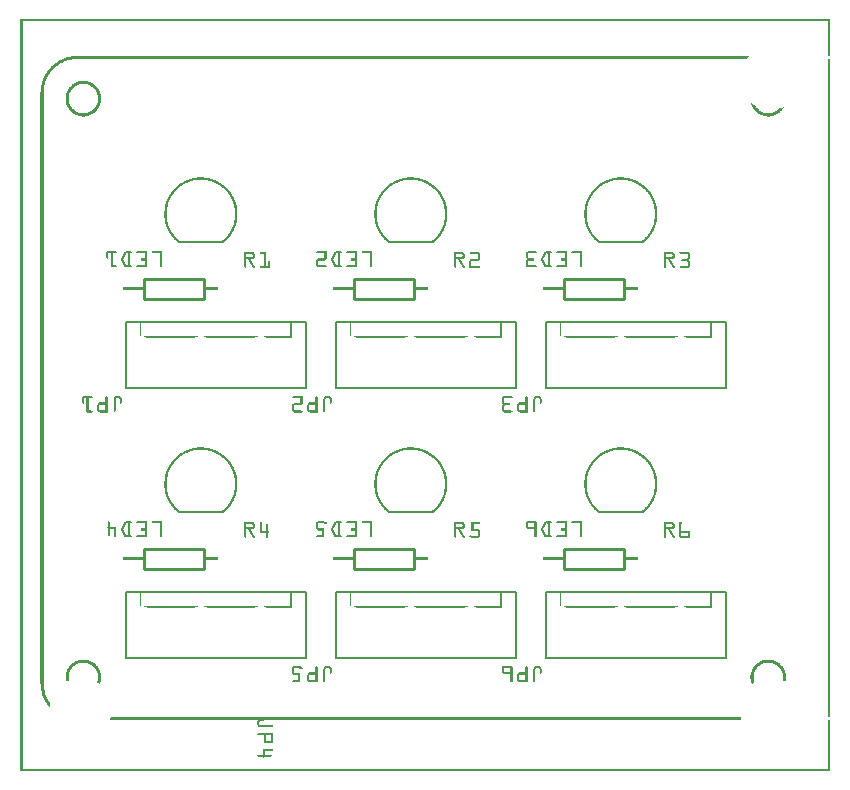
<source format=gto>
G04 MADE WITH FRITZING*
G04 WWW.FRITZING.ORG*
G04 DOUBLE SIDED*
G04 HOLES PLATED*
G04 CONTOUR ON CENTER OF CONTOUR VECTOR*
%ASAXBY*%
%FSLAX23Y23*%
%MOIN*%
%OFA0B0*%
%SFA1.0B1.0*%
%ADD10C,0.010000*%
%ADD11C,0.005000*%
%ADD12R,0.001000X0.001000*%
%LNSILK1*%
G90*
G70*
G54D10*
X412Y1641D02*
X612Y1641D01*
D02*
X612Y1641D02*
X612Y1575D01*
D02*
X612Y1575D02*
X412Y1575D01*
D02*
X412Y1575D02*
X412Y1641D01*
D02*
X1112Y1641D02*
X1312Y1641D01*
D02*
X1312Y1641D02*
X1312Y1575D01*
D02*
X1312Y1575D02*
X1112Y1575D01*
D02*
X1112Y1575D02*
X1112Y1641D01*
D02*
X1812Y1641D02*
X2012Y1641D01*
D02*
X2012Y1641D02*
X2012Y1575D01*
D02*
X2012Y1575D02*
X1812Y1575D01*
D02*
X1812Y1575D02*
X1812Y1641D01*
D02*
X412Y741D02*
X612Y741D01*
D02*
X612Y741D02*
X612Y675D01*
D02*
X612Y675D02*
X412Y675D01*
D02*
X412Y675D02*
X412Y741D01*
D02*
X1112Y741D02*
X1312Y741D01*
D02*
X1312Y741D02*
X1312Y675D01*
D02*
X1312Y675D02*
X1112Y675D01*
D02*
X1112Y675D02*
X1112Y741D01*
D02*
X1812Y741D02*
X2012Y741D01*
D02*
X2012Y741D02*
X2012Y675D01*
D02*
X2012Y675D02*
X1812Y675D01*
D02*
X1812Y675D02*
X1812Y741D01*
G54D11*
D02*
X952Y1278D02*
X952Y1498D01*
D02*
X352Y1278D02*
X352Y1498D01*
D02*
X352Y1278D02*
X952Y1278D01*
D02*
X352Y1498D02*
X402Y1498D01*
D02*
X402Y1498D02*
X902Y1498D01*
D02*
X902Y1498D02*
X952Y1498D01*
D02*
X902Y1498D02*
X902Y1448D01*
D02*
X1652Y1278D02*
X1652Y1498D01*
D02*
X1052Y1278D02*
X1052Y1498D01*
D02*
X1052Y1278D02*
X1652Y1278D01*
D02*
X1052Y1498D02*
X1102Y1498D01*
D02*
X1102Y1498D02*
X1602Y1498D01*
D02*
X1602Y1498D02*
X1652Y1498D01*
D02*
X1602Y1498D02*
X1602Y1448D01*
D02*
X2352Y1278D02*
X2352Y1498D01*
D02*
X1752Y1278D02*
X1752Y1498D01*
D02*
X1752Y1278D02*
X2352Y1278D01*
D02*
X1752Y1498D02*
X1802Y1498D01*
D02*
X1802Y1498D02*
X2302Y1498D01*
D02*
X2302Y1498D02*
X2352Y1498D01*
D02*
X2302Y1498D02*
X2302Y1448D01*
D02*
X952Y378D02*
X952Y598D01*
D02*
X352Y378D02*
X352Y598D01*
D02*
X352Y378D02*
X952Y378D01*
D02*
X352Y598D02*
X402Y598D01*
D02*
X402Y598D02*
X902Y598D01*
D02*
X902Y598D02*
X952Y598D01*
D02*
X902Y598D02*
X902Y548D01*
D02*
X1652Y378D02*
X1652Y598D01*
D02*
X1052Y378D02*
X1052Y598D01*
D02*
X1052Y378D02*
X1652Y378D01*
D02*
X1052Y598D02*
X1102Y598D01*
D02*
X1102Y598D02*
X1602Y598D01*
D02*
X1602Y598D02*
X1652Y598D01*
D02*
X1602Y598D02*
X1602Y548D01*
D02*
X2352Y378D02*
X2352Y598D01*
D02*
X1752Y378D02*
X1752Y598D01*
D02*
X1752Y378D02*
X2352Y378D01*
D02*
X1752Y598D02*
X1802Y598D01*
D02*
X1802Y598D02*
X2302Y598D01*
D02*
X2302Y598D02*
X2352Y598D01*
D02*
X2302Y598D02*
X2302Y548D01*
G54D12*
X0Y2508D02*
X2698Y2508D01*
X0Y2507D02*
X2698Y2507D01*
X0Y2506D02*
X2698Y2506D01*
X0Y2505D02*
X2698Y2505D01*
X0Y2504D02*
X2698Y2504D01*
X0Y2503D02*
X2698Y2503D01*
X0Y2502D02*
X2698Y2502D01*
X0Y2501D02*
X2698Y2501D01*
X0Y2500D02*
X7Y2500D01*
X2691Y2500D02*
X2698Y2500D01*
X0Y2499D02*
X7Y2499D01*
X2691Y2499D02*
X2698Y2499D01*
X0Y2498D02*
X7Y2498D01*
X2691Y2498D02*
X2698Y2498D01*
X0Y2497D02*
X7Y2497D01*
X2691Y2497D02*
X2698Y2497D01*
X0Y2496D02*
X7Y2496D01*
X2691Y2496D02*
X2698Y2496D01*
X0Y2495D02*
X7Y2495D01*
X2691Y2495D02*
X2698Y2495D01*
X0Y2494D02*
X7Y2494D01*
X2691Y2494D02*
X2698Y2494D01*
X0Y2493D02*
X7Y2493D01*
X2691Y2493D02*
X2698Y2493D01*
X0Y2492D02*
X7Y2492D01*
X2691Y2492D02*
X2698Y2492D01*
X0Y2491D02*
X7Y2491D01*
X2691Y2491D02*
X2698Y2491D01*
X0Y2490D02*
X7Y2490D01*
X2691Y2490D02*
X2698Y2490D01*
X0Y2489D02*
X7Y2489D01*
X2691Y2489D02*
X2698Y2489D01*
X0Y2488D02*
X7Y2488D01*
X2691Y2488D02*
X2698Y2488D01*
X0Y2487D02*
X7Y2487D01*
X2691Y2487D02*
X2698Y2487D01*
X0Y2486D02*
X7Y2486D01*
X2691Y2486D02*
X2698Y2486D01*
X0Y2485D02*
X7Y2485D01*
X2691Y2485D02*
X2698Y2485D01*
X0Y2484D02*
X7Y2484D01*
X2691Y2484D02*
X2698Y2484D01*
X0Y2483D02*
X7Y2483D01*
X2691Y2483D02*
X2698Y2483D01*
X0Y2482D02*
X7Y2482D01*
X2691Y2482D02*
X2698Y2482D01*
X0Y2481D02*
X7Y2481D01*
X2691Y2481D02*
X2698Y2481D01*
X0Y2480D02*
X7Y2480D01*
X2691Y2480D02*
X2698Y2480D01*
X0Y2479D02*
X7Y2479D01*
X2691Y2479D02*
X2698Y2479D01*
X0Y2478D02*
X7Y2478D01*
X2691Y2478D02*
X2698Y2478D01*
X0Y2477D02*
X7Y2477D01*
X2691Y2477D02*
X2698Y2477D01*
X0Y2476D02*
X7Y2476D01*
X2691Y2476D02*
X2698Y2476D01*
X0Y2475D02*
X7Y2475D01*
X2691Y2475D02*
X2698Y2475D01*
X0Y2474D02*
X7Y2474D01*
X2691Y2474D02*
X2698Y2474D01*
X0Y2473D02*
X7Y2473D01*
X2691Y2473D02*
X2698Y2473D01*
X0Y2472D02*
X7Y2472D01*
X2691Y2472D02*
X2698Y2472D01*
X0Y2471D02*
X7Y2471D01*
X2691Y2471D02*
X2698Y2471D01*
X0Y2470D02*
X7Y2470D01*
X2691Y2470D02*
X2698Y2470D01*
X0Y2469D02*
X7Y2469D01*
X2691Y2469D02*
X2698Y2469D01*
X0Y2468D02*
X7Y2468D01*
X2691Y2468D02*
X2698Y2468D01*
X0Y2467D02*
X7Y2467D01*
X2691Y2467D02*
X2698Y2467D01*
X0Y2466D02*
X7Y2466D01*
X2691Y2466D02*
X2698Y2466D01*
X0Y2465D02*
X7Y2465D01*
X2691Y2465D02*
X2698Y2465D01*
X0Y2464D02*
X7Y2464D01*
X2691Y2464D02*
X2698Y2464D01*
X0Y2463D02*
X7Y2463D01*
X2691Y2463D02*
X2698Y2463D01*
X0Y2462D02*
X7Y2462D01*
X2691Y2462D02*
X2698Y2462D01*
X0Y2461D02*
X7Y2461D01*
X2691Y2461D02*
X2698Y2461D01*
X0Y2460D02*
X7Y2460D01*
X2691Y2460D02*
X2698Y2460D01*
X0Y2459D02*
X7Y2459D01*
X2691Y2459D02*
X2698Y2459D01*
X0Y2458D02*
X7Y2458D01*
X2691Y2458D02*
X2698Y2458D01*
X0Y2457D02*
X7Y2457D01*
X2691Y2457D02*
X2698Y2457D01*
X0Y2456D02*
X7Y2456D01*
X2691Y2456D02*
X2698Y2456D01*
X0Y2455D02*
X7Y2455D01*
X2691Y2455D02*
X2698Y2455D01*
X0Y2454D02*
X7Y2454D01*
X2691Y2454D02*
X2698Y2454D01*
X0Y2453D02*
X7Y2453D01*
X2691Y2453D02*
X2698Y2453D01*
X0Y2452D02*
X7Y2452D01*
X2691Y2452D02*
X2698Y2452D01*
X0Y2451D02*
X7Y2451D01*
X2691Y2451D02*
X2698Y2451D01*
X0Y2450D02*
X7Y2450D01*
X2691Y2450D02*
X2698Y2450D01*
X0Y2449D02*
X7Y2449D01*
X2691Y2449D02*
X2698Y2449D01*
X0Y2448D02*
X7Y2448D01*
X2691Y2448D02*
X2698Y2448D01*
X0Y2447D02*
X7Y2447D01*
X2691Y2447D02*
X2698Y2447D01*
X0Y2446D02*
X7Y2446D01*
X2691Y2446D02*
X2698Y2446D01*
X0Y2445D02*
X7Y2445D01*
X2691Y2445D02*
X2698Y2445D01*
X0Y2444D02*
X7Y2444D01*
X2691Y2444D02*
X2698Y2444D01*
X0Y2443D02*
X7Y2443D01*
X2691Y2443D02*
X2698Y2443D01*
X0Y2442D02*
X7Y2442D01*
X2691Y2442D02*
X2698Y2442D01*
X0Y2441D02*
X7Y2441D01*
X2691Y2441D02*
X2698Y2441D01*
X0Y2440D02*
X7Y2440D01*
X2691Y2440D02*
X2698Y2440D01*
X0Y2439D02*
X7Y2439D01*
X2691Y2439D02*
X2698Y2439D01*
X0Y2438D02*
X7Y2438D01*
X2691Y2438D02*
X2698Y2438D01*
X0Y2437D02*
X7Y2437D01*
X2691Y2437D02*
X2698Y2437D01*
X0Y2436D02*
X7Y2436D01*
X2691Y2436D02*
X2698Y2436D01*
X0Y2435D02*
X7Y2435D01*
X2691Y2435D02*
X2698Y2435D01*
X0Y2434D02*
X7Y2434D01*
X2691Y2434D02*
X2698Y2434D01*
X0Y2433D02*
X7Y2433D01*
X2691Y2433D02*
X2698Y2433D01*
X0Y2432D02*
X7Y2432D01*
X2691Y2432D02*
X2698Y2432D01*
X0Y2431D02*
X7Y2431D01*
X2691Y2431D02*
X2698Y2431D01*
X0Y2430D02*
X7Y2430D01*
X2691Y2430D02*
X2698Y2430D01*
X0Y2429D02*
X7Y2429D01*
X2691Y2429D02*
X2698Y2429D01*
X0Y2428D02*
X7Y2428D01*
X2691Y2428D02*
X2698Y2428D01*
X0Y2427D02*
X7Y2427D01*
X2691Y2427D02*
X2698Y2427D01*
X0Y2426D02*
X7Y2426D01*
X2691Y2426D02*
X2698Y2426D01*
X0Y2425D02*
X7Y2425D01*
X2691Y2425D02*
X2698Y2425D01*
X0Y2424D02*
X7Y2424D01*
X2691Y2424D02*
X2698Y2424D01*
X0Y2423D02*
X7Y2423D01*
X2691Y2423D02*
X2698Y2423D01*
X0Y2422D02*
X7Y2422D01*
X2691Y2422D02*
X2698Y2422D01*
X0Y2421D02*
X7Y2421D01*
X2691Y2421D02*
X2698Y2421D01*
X0Y2420D02*
X7Y2420D01*
X2691Y2420D02*
X2698Y2420D01*
X0Y2419D02*
X7Y2419D01*
X2691Y2419D02*
X2698Y2419D01*
X0Y2418D02*
X7Y2418D01*
X2691Y2418D02*
X2698Y2418D01*
X0Y2417D02*
X7Y2417D01*
X2691Y2417D02*
X2698Y2417D01*
X0Y2416D02*
X7Y2416D01*
X2691Y2416D02*
X2698Y2416D01*
X0Y2415D02*
X7Y2415D01*
X2691Y2415D02*
X2698Y2415D01*
X0Y2414D02*
X7Y2414D01*
X2691Y2414D02*
X2698Y2414D01*
X0Y2413D02*
X7Y2413D01*
X2691Y2413D02*
X2698Y2413D01*
X0Y2412D02*
X7Y2412D01*
X2691Y2412D02*
X2698Y2412D01*
X0Y2411D02*
X7Y2411D01*
X2691Y2411D02*
X2698Y2411D01*
X0Y2410D02*
X7Y2410D01*
X2691Y2410D02*
X2698Y2410D01*
X0Y2409D02*
X7Y2409D01*
X2691Y2409D02*
X2698Y2409D01*
X0Y2408D02*
X7Y2408D01*
X2691Y2408D02*
X2698Y2408D01*
X0Y2407D02*
X7Y2407D01*
X2691Y2407D02*
X2698Y2407D01*
X0Y2406D02*
X7Y2406D01*
X2691Y2406D02*
X2698Y2406D01*
X0Y2405D02*
X7Y2405D01*
X2691Y2405D02*
X2698Y2405D01*
X0Y2404D02*
X7Y2404D01*
X2691Y2404D02*
X2698Y2404D01*
X0Y2403D02*
X7Y2403D01*
X2691Y2403D02*
X2698Y2403D01*
X0Y2402D02*
X7Y2402D01*
X2691Y2402D02*
X2698Y2402D01*
X0Y2401D02*
X7Y2401D01*
X2691Y2401D02*
X2698Y2401D01*
X0Y2400D02*
X7Y2400D01*
X2691Y2400D02*
X2698Y2400D01*
X0Y2399D02*
X7Y2399D01*
X2691Y2399D02*
X2698Y2399D01*
X0Y2398D02*
X7Y2398D01*
X2691Y2398D02*
X2698Y2398D01*
X0Y2397D02*
X7Y2397D01*
X2691Y2397D02*
X2698Y2397D01*
X0Y2396D02*
X7Y2396D01*
X2691Y2396D02*
X2698Y2396D01*
X0Y2395D02*
X7Y2395D01*
X2691Y2395D02*
X2698Y2395D01*
X0Y2394D02*
X7Y2394D01*
X2691Y2394D02*
X2698Y2394D01*
X0Y2393D02*
X7Y2393D01*
X2691Y2393D02*
X2698Y2393D01*
X0Y2392D02*
X7Y2392D01*
X2691Y2392D02*
X2698Y2392D01*
X0Y2391D02*
X7Y2391D01*
X2691Y2391D02*
X2698Y2391D01*
X0Y2390D02*
X7Y2390D01*
X2691Y2390D02*
X2698Y2390D01*
X0Y2389D02*
X7Y2389D01*
X2691Y2389D02*
X2698Y2389D01*
X0Y2388D02*
X7Y2388D01*
X2691Y2388D02*
X2698Y2388D01*
X0Y2387D02*
X7Y2387D01*
X2691Y2387D02*
X2698Y2387D01*
X0Y2386D02*
X7Y2386D01*
X2691Y2386D02*
X2698Y2386D01*
X0Y2385D02*
X7Y2385D01*
X187Y2385D02*
X2431Y2385D01*
X0Y2384D02*
X7Y2384D01*
X175Y2384D02*
X2430Y2384D01*
X0Y2383D02*
X7Y2383D01*
X169Y2383D02*
X2429Y2383D01*
X0Y2382D02*
X7Y2382D01*
X164Y2382D02*
X2428Y2382D01*
X0Y2381D02*
X7Y2381D01*
X160Y2381D02*
X2427Y2381D01*
X0Y2380D02*
X7Y2380D01*
X156Y2380D02*
X2426Y2380D01*
X0Y2379D02*
X7Y2379D01*
X153Y2379D02*
X2425Y2379D01*
X0Y2378D02*
X7Y2378D01*
X150Y2378D02*
X2424Y2378D01*
X0Y2377D02*
X7Y2377D01*
X147Y2377D02*
X2423Y2377D01*
X0Y2376D02*
X7Y2376D01*
X145Y2376D02*
X2423Y2376D01*
X0Y2375D02*
X7Y2375D01*
X142Y2375D02*
X2422Y2375D01*
X0Y2374D02*
X7Y2374D01*
X140Y2374D02*
X177Y2374D01*
X2691Y2374D02*
X2698Y2374D01*
X0Y2373D02*
X7Y2373D01*
X138Y2373D02*
X170Y2373D01*
X2691Y2373D02*
X2698Y2373D01*
X0Y2372D02*
X7Y2372D01*
X136Y2372D02*
X165Y2372D01*
X2691Y2372D02*
X2698Y2372D01*
X0Y2371D02*
X7Y2371D01*
X134Y2371D02*
X161Y2371D01*
X2691Y2371D02*
X2698Y2371D01*
X0Y2370D02*
X7Y2370D01*
X132Y2370D02*
X157Y2370D01*
X2691Y2370D02*
X2698Y2370D01*
X0Y2369D02*
X7Y2369D01*
X130Y2369D02*
X154Y2369D01*
X2691Y2369D02*
X2698Y2369D01*
X0Y2368D02*
X7Y2368D01*
X128Y2368D02*
X151Y2368D01*
X2691Y2368D02*
X2698Y2368D01*
X0Y2367D02*
X7Y2367D01*
X127Y2367D02*
X149Y2367D01*
X2691Y2367D02*
X2698Y2367D01*
X0Y2366D02*
X7Y2366D01*
X125Y2366D02*
X146Y2366D01*
X2691Y2366D02*
X2698Y2366D01*
X0Y2365D02*
X7Y2365D01*
X124Y2365D02*
X144Y2365D01*
X2691Y2365D02*
X2698Y2365D01*
X0Y2364D02*
X7Y2364D01*
X122Y2364D02*
X142Y2364D01*
X2691Y2364D02*
X2698Y2364D01*
X0Y2363D02*
X7Y2363D01*
X121Y2363D02*
X140Y2363D01*
X2691Y2363D02*
X2698Y2363D01*
X0Y2362D02*
X7Y2362D01*
X119Y2362D02*
X138Y2362D01*
X2691Y2362D02*
X2698Y2362D01*
X0Y2361D02*
X7Y2361D01*
X118Y2361D02*
X136Y2361D01*
X2691Y2361D02*
X2698Y2361D01*
X0Y2360D02*
X7Y2360D01*
X116Y2360D02*
X134Y2360D01*
X2691Y2360D02*
X2698Y2360D01*
X0Y2359D02*
X7Y2359D01*
X115Y2359D02*
X132Y2359D01*
X2691Y2359D02*
X2698Y2359D01*
X0Y2358D02*
X7Y2358D01*
X114Y2358D02*
X131Y2358D01*
X2691Y2358D02*
X2698Y2358D01*
X0Y2357D02*
X7Y2357D01*
X113Y2357D02*
X129Y2357D01*
X2691Y2357D02*
X2698Y2357D01*
X0Y2356D02*
X7Y2356D01*
X111Y2356D02*
X128Y2356D01*
X2691Y2356D02*
X2698Y2356D01*
X0Y2355D02*
X7Y2355D01*
X110Y2355D02*
X126Y2355D01*
X2691Y2355D02*
X2698Y2355D01*
X0Y2354D02*
X7Y2354D01*
X109Y2354D02*
X125Y2354D01*
X2691Y2354D02*
X2698Y2354D01*
X0Y2353D02*
X7Y2353D01*
X108Y2353D02*
X124Y2353D01*
X2691Y2353D02*
X2698Y2353D01*
X0Y2352D02*
X7Y2352D01*
X107Y2352D02*
X122Y2352D01*
X2691Y2352D02*
X2698Y2352D01*
X0Y2351D02*
X7Y2351D01*
X106Y2351D02*
X121Y2351D01*
X2691Y2351D02*
X2698Y2351D01*
X0Y2350D02*
X7Y2350D01*
X105Y2350D02*
X120Y2350D01*
X2691Y2350D02*
X2698Y2350D01*
X0Y2349D02*
X7Y2349D01*
X104Y2349D02*
X118Y2349D01*
X2691Y2349D02*
X2698Y2349D01*
X0Y2348D02*
X7Y2348D01*
X103Y2348D02*
X117Y2348D01*
X2691Y2348D02*
X2698Y2348D01*
X0Y2347D02*
X7Y2347D01*
X102Y2347D02*
X116Y2347D01*
X2691Y2347D02*
X2698Y2347D01*
X0Y2346D02*
X7Y2346D01*
X101Y2346D02*
X115Y2346D01*
X2691Y2346D02*
X2698Y2346D01*
X0Y2345D02*
X7Y2345D01*
X100Y2345D02*
X114Y2345D01*
X2691Y2345D02*
X2698Y2345D01*
X0Y2344D02*
X7Y2344D01*
X99Y2344D02*
X113Y2344D01*
X2691Y2344D02*
X2698Y2344D01*
X0Y2343D02*
X7Y2343D01*
X98Y2343D02*
X112Y2343D01*
X2691Y2343D02*
X2698Y2343D01*
X0Y2342D02*
X7Y2342D01*
X97Y2342D02*
X111Y2342D01*
X2691Y2342D02*
X2698Y2342D01*
X0Y2341D02*
X7Y2341D01*
X96Y2341D02*
X110Y2341D01*
X2691Y2341D02*
X2698Y2341D01*
X0Y2340D02*
X7Y2340D01*
X96Y2340D02*
X109Y2340D01*
X2691Y2340D02*
X2698Y2340D01*
X0Y2339D02*
X7Y2339D01*
X95Y2339D02*
X108Y2339D01*
X2691Y2339D02*
X2698Y2339D01*
X0Y2338D02*
X7Y2338D01*
X94Y2338D02*
X107Y2338D01*
X2691Y2338D02*
X2698Y2338D01*
X0Y2337D02*
X7Y2337D01*
X93Y2337D02*
X106Y2337D01*
X2691Y2337D02*
X2698Y2337D01*
X0Y2336D02*
X7Y2336D01*
X92Y2336D02*
X105Y2336D01*
X2691Y2336D02*
X2698Y2336D01*
X0Y2335D02*
X7Y2335D01*
X92Y2335D02*
X104Y2335D01*
X2691Y2335D02*
X2698Y2335D01*
X0Y2334D02*
X7Y2334D01*
X91Y2334D02*
X103Y2334D01*
X2691Y2334D02*
X2698Y2334D01*
X0Y2333D02*
X7Y2333D01*
X90Y2333D02*
X102Y2333D01*
X2691Y2333D02*
X2698Y2333D01*
X0Y2332D02*
X7Y2332D01*
X90Y2332D02*
X102Y2332D01*
X2691Y2332D02*
X2698Y2332D01*
X0Y2331D02*
X7Y2331D01*
X89Y2331D02*
X101Y2331D01*
X2691Y2331D02*
X2698Y2331D01*
X0Y2330D02*
X7Y2330D01*
X88Y2330D02*
X100Y2330D01*
X2691Y2330D02*
X2698Y2330D01*
X0Y2329D02*
X7Y2329D01*
X88Y2329D02*
X99Y2329D01*
X2691Y2329D02*
X2698Y2329D01*
X0Y2328D02*
X7Y2328D01*
X87Y2328D02*
X99Y2328D01*
X2691Y2328D02*
X2698Y2328D01*
X0Y2327D02*
X7Y2327D01*
X86Y2327D02*
X98Y2327D01*
X2691Y2327D02*
X2698Y2327D01*
X0Y2326D02*
X7Y2326D01*
X86Y2326D02*
X97Y2326D01*
X2691Y2326D02*
X2698Y2326D01*
X0Y2325D02*
X7Y2325D01*
X85Y2325D02*
X96Y2325D01*
X2691Y2325D02*
X2698Y2325D01*
X0Y2324D02*
X7Y2324D01*
X85Y2324D02*
X96Y2324D01*
X2691Y2324D02*
X2698Y2324D01*
X0Y2323D02*
X7Y2323D01*
X84Y2323D02*
X95Y2323D01*
X2691Y2323D02*
X2698Y2323D01*
X0Y2322D02*
X7Y2322D01*
X83Y2322D02*
X94Y2322D01*
X2691Y2322D02*
X2698Y2322D01*
X0Y2321D02*
X7Y2321D01*
X83Y2321D02*
X94Y2321D01*
X2691Y2321D02*
X2698Y2321D01*
X0Y2320D02*
X7Y2320D01*
X82Y2320D02*
X93Y2320D01*
X2691Y2320D02*
X2698Y2320D01*
X0Y2319D02*
X7Y2319D01*
X82Y2319D02*
X92Y2319D01*
X2691Y2319D02*
X2698Y2319D01*
X0Y2318D02*
X7Y2318D01*
X81Y2318D02*
X92Y2318D01*
X2691Y2318D02*
X2698Y2318D01*
X0Y2317D02*
X7Y2317D01*
X81Y2317D02*
X91Y2317D01*
X2691Y2317D02*
X2698Y2317D01*
X0Y2316D02*
X7Y2316D01*
X80Y2316D02*
X91Y2316D01*
X2691Y2316D02*
X2698Y2316D01*
X0Y2315D02*
X7Y2315D01*
X80Y2315D02*
X90Y2315D01*
X2691Y2315D02*
X2698Y2315D01*
X0Y2314D02*
X7Y2314D01*
X79Y2314D02*
X90Y2314D01*
X2691Y2314D02*
X2698Y2314D01*
X0Y2313D02*
X7Y2313D01*
X79Y2313D02*
X89Y2313D01*
X2691Y2313D02*
X2698Y2313D01*
X0Y2312D02*
X7Y2312D01*
X78Y2312D02*
X89Y2312D01*
X2691Y2312D02*
X2698Y2312D01*
X0Y2311D02*
X7Y2311D01*
X78Y2311D02*
X88Y2311D01*
X2691Y2311D02*
X2698Y2311D01*
X0Y2310D02*
X7Y2310D01*
X77Y2310D02*
X88Y2310D01*
X2691Y2310D02*
X2698Y2310D01*
X0Y2309D02*
X7Y2309D01*
X77Y2309D02*
X87Y2309D01*
X2691Y2309D02*
X2698Y2309D01*
X0Y2308D02*
X7Y2308D01*
X77Y2308D02*
X87Y2308D01*
X2691Y2308D02*
X2698Y2308D01*
X0Y2307D02*
X7Y2307D01*
X76Y2307D02*
X86Y2307D01*
X2691Y2307D02*
X2698Y2307D01*
X0Y2306D02*
X7Y2306D01*
X76Y2306D02*
X86Y2306D01*
X2691Y2306D02*
X2698Y2306D01*
X0Y2305D02*
X7Y2305D01*
X75Y2305D02*
X85Y2305D01*
X2691Y2305D02*
X2698Y2305D01*
X0Y2304D02*
X7Y2304D01*
X75Y2304D02*
X85Y2304D01*
X2691Y2304D02*
X2698Y2304D01*
X0Y2303D02*
X7Y2303D01*
X75Y2303D02*
X85Y2303D01*
X2691Y2303D02*
X2698Y2303D01*
X0Y2302D02*
X7Y2302D01*
X74Y2302D02*
X84Y2302D01*
X2691Y2302D02*
X2698Y2302D01*
X0Y2301D02*
X7Y2301D01*
X74Y2301D02*
X84Y2301D01*
X204Y2301D02*
X216Y2301D01*
X2691Y2301D02*
X2698Y2301D01*
X0Y2300D02*
X7Y2300D01*
X74Y2300D02*
X83Y2300D01*
X198Y2300D02*
X222Y2300D01*
X2691Y2300D02*
X2698Y2300D01*
X0Y2299D02*
X7Y2299D01*
X73Y2299D02*
X83Y2299D01*
X194Y2299D02*
X226Y2299D01*
X2691Y2299D02*
X2698Y2299D01*
X0Y2298D02*
X7Y2298D01*
X73Y2298D02*
X83Y2298D01*
X191Y2298D02*
X229Y2298D01*
X2691Y2298D02*
X2698Y2298D01*
X0Y2297D02*
X7Y2297D01*
X73Y2297D02*
X82Y2297D01*
X188Y2297D02*
X232Y2297D01*
X2691Y2297D02*
X2698Y2297D01*
X0Y2296D02*
X7Y2296D01*
X72Y2296D02*
X82Y2296D01*
X186Y2296D02*
X234Y2296D01*
X2691Y2296D02*
X2698Y2296D01*
X0Y2295D02*
X7Y2295D01*
X72Y2295D02*
X82Y2295D01*
X184Y2295D02*
X236Y2295D01*
X2691Y2295D02*
X2698Y2295D01*
X0Y2294D02*
X7Y2294D01*
X72Y2294D02*
X82Y2294D01*
X182Y2294D02*
X238Y2294D01*
X2691Y2294D02*
X2698Y2294D01*
X0Y2293D02*
X7Y2293D01*
X72Y2293D02*
X81Y2293D01*
X180Y2293D02*
X240Y2293D01*
X2691Y2293D02*
X2698Y2293D01*
X0Y2292D02*
X7Y2292D01*
X71Y2292D02*
X81Y2292D01*
X179Y2292D02*
X241Y2292D01*
X2691Y2292D02*
X2698Y2292D01*
X0Y2291D02*
X7Y2291D01*
X71Y2291D02*
X81Y2291D01*
X177Y2291D02*
X209Y2291D01*
X211Y2291D02*
X243Y2291D01*
X2691Y2291D02*
X2698Y2291D01*
X0Y2290D02*
X7Y2290D01*
X71Y2290D02*
X80Y2290D01*
X176Y2290D02*
X199Y2290D01*
X221Y2290D02*
X244Y2290D01*
X2691Y2290D02*
X2698Y2290D01*
X0Y2289D02*
X7Y2289D01*
X71Y2289D02*
X80Y2289D01*
X174Y2289D02*
X195Y2289D01*
X225Y2289D02*
X246Y2289D01*
X2691Y2289D02*
X2698Y2289D01*
X0Y2288D02*
X7Y2288D01*
X70Y2288D02*
X80Y2288D01*
X173Y2288D02*
X192Y2288D01*
X227Y2288D02*
X247Y2288D01*
X2691Y2288D02*
X2698Y2288D01*
X0Y2287D02*
X7Y2287D01*
X70Y2287D02*
X80Y2287D01*
X172Y2287D02*
X190Y2287D01*
X230Y2287D02*
X248Y2287D01*
X2691Y2287D02*
X2698Y2287D01*
X0Y2286D02*
X7Y2286D01*
X70Y2286D02*
X79Y2286D01*
X171Y2286D02*
X188Y2286D01*
X232Y2286D02*
X249Y2286D01*
X2691Y2286D02*
X2698Y2286D01*
X0Y2285D02*
X7Y2285D01*
X70Y2285D02*
X79Y2285D01*
X170Y2285D02*
X186Y2285D01*
X234Y2285D02*
X250Y2285D01*
X2691Y2285D02*
X2698Y2285D01*
X0Y2284D02*
X7Y2284D01*
X70Y2284D02*
X79Y2284D01*
X168Y2284D02*
X184Y2284D01*
X236Y2284D02*
X251Y2284D01*
X2691Y2284D02*
X2698Y2284D01*
X0Y2283D02*
X7Y2283D01*
X69Y2283D02*
X79Y2283D01*
X168Y2283D02*
X183Y2283D01*
X237Y2283D02*
X252Y2283D01*
X2691Y2283D02*
X2698Y2283D01*
X0Y2282D02*
X7Y2282D01*
X69Y2282D02*
X79Y2282D01*
X167Y2282D02*
X181Y2282D01*
X239Y2282D02*
X253Y2282D01*
X2691Y2282D02*
X2698Y2282D01*
X0Y2281D02*
X7Y2281D01*
X69Y2281D02*
X78Y2281D01*
X166Y2281D02*
X180Y2281D01*
X240Y2281D02*
X254Y2281D01*
X2691Y2281D02*
X2698Y2281D01*
X0Y2280D02*
X7Y2280D01*
X69Y2280D02*
X78Y2280D01*
X165Y2280D02*
X178Y2280D01*
X241Y2280D02*
X255Y2280D01*
X2691Y2280D02*
X2698Y2280D01*
X0Y2279D02*
X7Y2279D01*
X69Y2279D02*
X78Y2279D01*
X164Y2279D02*
X177Y2279D01*
X242Y2279D02*
X256Y2279D01*
X2691Y2279D02*
X2698Y2279D01*
X0Y2278D02*
X7Y2278D01*
X69Y2278D02*
X78Y2278D01*
X163Y2278D02*
X176Y2278D01*
X244Y2278D02*
X257Y2278D01*
X2691Y2278D02*
X2698Y2278D01*
X0Y2277D02*
X7Y2277D01*
X68Y2277D02*
X78Y2277D01*
X163Y2277D02*
X175Y2277D01*
X245Y2277D02*
X257Y2277D01*
X2691Y2277D02*
X2698Y2277D01*
X0Y2276D02*
X7Y2276D01*
X68Y2276D02*
X78Y2276D01*
X162Y2276D02*
X174Y2276D01*
X246Y2276D02*
X258Y2276D01*
X2691Y2276D02*
X2698Y2276D01*
X0Y2275D02*
X7Y2275D01*
X68Y2275D02*
X78Y2275D01*
X161Y2275D02*
X173Y2275D01*
X247Y2275D02*
X259Y2275D01*
X2691Y2275D02*
X2698Y2275D01*
X0Y2274D02*
X7Y2274D01*
X68Y2274D02*
X78Y2274D01*
X161Y2274D02*
X172Y2274D01*
X247Y2274D02*
X259Y2274D01*
X2691Y2274D02*
X2698Y2274D01*
X0Y2273D02*
X7Y2273D01*
X68Y2273D02*
X77Y2273D01*
X160Y2273D02*
X172Y2273D01*
X248Y2273D02*
X260Y2273D01*
X2691Y2273D02*
X2698Y2273D01*
X0Y2272D02*
X7Y2272D01*
X68Y2272D02*
X77Y2272D01*
X159Y2272D02*
X171Y2272D01*
X249Y2272D02*
X261Y2272D01*
X2691Y2272D02*
X2698Y2272D01*
X0Y2271D02*
X7Y2271D01*
X68Y2271D02*
X77Y2271D01*
X159Y2271D02*
X170Y2271D01*
X250Y2271D02*
X261Y2271D01*
X2691Y2271D02*
X2698Y2271D01*
X0Y2270D02*
X7Y2270D01*
X68Y2270D02*
X77Y2270D01*
X158Y2270D02*
X169Y2270D01*
X251Y2270D02*
X262Y2270D01*
X2691Y2270D02*
X2698Y2270D01*
X0Y2269D02*
X7Y2269D01*
X68Y2269D02*
X77Y2269D01*
X158Y2269D02*
X169Y2269D01*
X251Y2269D02*
X262Y2269D01*
X2691Y2269D02*
X2698Y2269D01*
X0Y2268D02*
X7Y2268D01*
X68Y2268D02*
X77Y2268D01*
X157Y2268D02*
X168Y2268D01*
X252Y2268D02*
X263Y2268D01*
X2691Y2268D02*
X2698Y2268D01*
X0Y2267D02*
X7Y2267D01*
X68Y2267D02*
X77Y2267D01*
X157Y2267D02*
X167Y2267D01*
X253Y2267D02*
X263Y2267D01*
X2691Y2267D02*
X2698Y2267D01*
X0Y2266D02*
X7Y2266D01*
X68Y2266D02*
X77Y2266D01*
X156Y2266D02*
X167Y2266D01*
X253Y2266D02*
X264Y2266D01*
X2691Y2266D02*
X2698Y2266D01*
X0Y2265D02*
X7Y2265D01*
X68Y2265D02*
X77Y2265D01*
X156Y2265D02*
X166Y2265D01*
X254Y2265D02*
X264Y2265D01*
X2691Y2265D02*
X2698Y2265D01*
X0Y2264D02*
X7Y2264D01*
X68Y2264D02*
X77Y2264D01*
X155Y2264D02*
X166Y2264D01*
X254Y2264D02*
X264Y2264D01*
X2691Y2264D02*
X2698Y2264D01*
X0Y2263D02*
X7Y2263D01*
X67Y2263D02*
X77Y2263D01*
X155Y2263D02*
X165Y2263D01*
X255Y2263D02*
X265Y2263D01*
X2691Y2263D02*
X2698Y2263D01*
X0Y2262D02*
X7Y2262D01*
X67Y2262D02*
X77Y2262D01*
X155Y2262D02*
X165Y2262D01*
X255Y2262D02*
X265Y2262D01*
X2691Y2262D02*
X2698Y2262D01*
X0Y2261D02*
X7Y2261D01*
X67Y2261D02*
X77Y2261D01*
X154Y2261D02*
X164Y2261D01*
X256Y2261D02*
X266Y2261D01*
X2691Y2261D02*
X2698Y2261D01*
X0Y2260D02*
X7Y2260D01*
X67Y2260D02*
X77Y2260D01*
X154Y2260D02*
X164Y2260D01*
X256Y2260D02*
X266Y2260D01*
X2691Y2260D02*
X2698Y2260D01*
X0Y2259D02*
X7Y2259D01*
X67Y2259D02*
X77Y2259D01*
X154Y2259D02*
X163Y2259D01*
X256Y2259D02*
X266Y2259D01*
X2691Y2259D02*
X2698Y2259D01*
X0Y2258D02*
X7Y2258D01*
X67Y2258D02*
X77Y2258D01*
X153Y2258D02*
X163Y2258D01*
X257Y2258D02*
X266Y2258D01*
X2691Y2258D02*
X2698Y2258D01*
X0Y2257D02*
X7Y2257D01*
X67Y2257D02*
X77Y2257D01*
X153Y2257D02*
X163Y2257D01*
X257Y2257D02*
X267Y2257D01*
X2691Y2257D02*
X2698Y2257D01*
X0Y2256D02*
X7Y2256D01*
X67Y2256D02*
X77Y2256D01*
X153Y2256D02*
X162Y2256D01*
X257Y2256D02*
X267Y2256D01*
X2691Y2256D02*
X2698Y2256D01*
X0Y2255D02*
X7Y2255D01*
X67Y2255D02*
X77Y2255D01*
X153Y2255D02*
X162Y2255D01*
X258Y2255D02*
X267Y2255D01*
X2691Y2255D02*
X2698Y2255D01*
X0Y2254D02*
X7Y2254D01*
X67Y2254D02*
X77Y2254D01*
X152Y2254D02*
X162Y2254D01*
X258Y2254D02*
X267Y2254D01*
X2691Y2254D02*
X2698Y2254D01*
X0Y2253D02*
X7Y2253D01*
X67Y2253D02*
X77Y2253D01*
X152Y2253D02*
X162Y2253D01*
X258Y2253D02*
X268Y2253D01*
X2691Y2253D02*
X2698Y2253D01*
X0Y2252D02*
X7Y2252D01*
X67Y2252D02*
X77Y2252D01*
X152Y2252D02*
X161Y2252D01*
X258Y2252D02*
X268Y2252D01*
X2691Y2252D02*
X2698Y2252D01*
X0Y2251D02*
X7Y2251D01*
X67Y2251D02*
X77Y2251D01*
X152Y2251D02*
X161Y2251D01*
X259Y2251D02*
X268Y2251D01*
X2691Y2251D02*
X2698Y2251D01*
X0Y2250D02*
X7Y2250D01*
X67Y2250D02*
X77Y2250D01*
X152Y2250D02*
X161Y2250D01*
X259Y2250D02*
X268Y2250D01*
X2691Y2250D02*
X2698Y2250D01*
X0Y2249D02*
X7Y2249D01*
X67Y2249D02*
X77Y2249D01*
X152Y2249D02*
X161Y2249D01*
X259Y2249D02*
X268Y2249D01*
X2691Y2249D02*
X2698Y2249D01*
X0Y2248D02*
X7Y2248D01*
X67Y2248D02*
X77Y2248D01*
X151Y2248D02*
X161Y2248D01*
X259Y2248D02*
X268Y2248D01*
X2691Y2248D02*
X2698Y2248D01*
X0Y2247D02*
X7Y2247D01*
X67Y2247D02*
X77Y2247D01*
X151Y2247D02*
X161Y2247D01*
X259Y2247D02*
X268Y2247D01*
X2691Y2247D02*
X2698Y2247D01*
X0Y2246D02*
X7Y2246D01*
X67Y2246D02*
X77Y2246D01*
X151Y2246D02*
X161Y2246D01*
X259Y2246D02*
X269Y2246D01*
X2691Y2246D02*
X2698Y2246D01*
X0Y2245D02*
X7Y2245D01*
X67Y2245D02*
X77Y2245D01*
X151Y2245D02*
X161Y2245D01*
X259Y2245D02*
X269Y2245D01*
X2691Y2245D02*
X2698Y2245D01*
X0Y2244D02*
X7Y2244D01*
X67Y2244D02*
X77Y2244D01*
X151Y2244D02*
X161Y2244D01*
X259Y2244D02*
X269Y2244D01*
X2691Y2244D02*
X2698Y2244D01*
X0Y2243D02*
X7Y2243D01*
X67Y2243D02*
X77Y2243D01*
X151Y2243D02*
X161Y2243D01*
X259Y2243D02*
X269Y2243D01*
X2691Y2243D02*
X2698Y2243D01*
X0Y2242D02*
X7Y2242D01*
X67Y2242D02*
X77Y2242D01*
X151Y2242D02*
X161Y2242D01*
X259Y2242D02*
X269Y2242D01*
X2691Y2242D02*
X2698Y2242D01*
X0Y2241D02*
X7Y2241D01*
X67Y2241D02*
X77Y2241D01*
X151Y2241D02*
X161Y2241D01*
X259Y2241D02*
X269Y2241D01*
X2691Y2241D02*
X2698Y2241D01*
X0Y2240D02*
X7Y2240D01*
X67Y2240D02*
X77Y2240D01*
X151Y2240D02*
X161Y2240D01*
X259Y2240D02*
X269Y2240D01*
X2691Y2240D02*
X2698Y2240D01*
X0Y2239D02*
X7Y2239D01*
X67Y2239D02*
X77Y2239D01*
X151Y2239D02*
X161Y2239D01*
X259Y2239D02*
X269Y2239D01*
X2691Y2239D02*
X2698Y2239D01*
X0Y2238D02*
X7Y2238D01*
X67Y2238D02*
X77Y2238D01*
X151Y2238D02*
X161Y2238D01*
X259Y2238D02*
X269Y2238D01*
X2691Y2238D02*
X2698Y2238D01*
X0Y2237D02*
X7Y2237D01*
X67Y2237D02*
X77Y2237D01*
X151Y2237D02*
X161Y2237D01*
X259Y2237D02*
X268Y2237D01*
X2691Y2237D02*
X2698Y2237D01*
X0Y2236D02*
X7Y2236D01*
X67Y2236D02*
X77Y2236D01*
X151Y2236D02*
X161Y2236D01*
X259Y2236D02*
X268Y2236D01*
X2691Y2236D02*
X2698Y2236D01*
X0Y2235D02*
X7Y2235D01*
X67Y2235D02*
X77Y2235D01*
X152Y2235D02*
X161Y2235D01*
X259Y2235D02*
X268Y2235D01*
X2691Y2235D02*
X2698Y2235D01*
X0Y2234D02*
X7Y2234D01*
X67Y2234D02*
X77Y2234D01*
X152Y2234D02*
X161Y2234D01*
X259Y2234D02*
X268Y2234D01*
X2691Y2234D02*
X2698Y2234D01*
X0Y2233D02*
X7Y2233D01*
X67Y2233D02*
X77Y2233D01*
X152Y2233D02*
X161Y2233D01*
X259Y2233D02*
X268Y2233D01*
X2691Y2233D02*
X2698Y2233D01*
X0Y2232D02*
X7Y2232D01*
X67Y2232D02*
X77Y2232D01*
X152Y2232D02*
X162Y2232D01*
X258Y2232D02*
X268Y2232D01*
X2691Y2232D02*
X2698Y2232D01*
X0Y2231D02*
X7Y2231D01*
X67Y2231D02*
X77Y2231D01*
X152Y2231D02*
X162Y2231D01*
X258Y2231D02*
X268Y2231D01*
X2691Y2231D02*
X2698Y2231D01*
X0Y2230D02*
X7Y2230D01*
X67Y2230D02*
X77Y2230D01*
X152Y2230D02*
X162Y2230D01*
X258Y2230D02*
X267Y2230D01*
X2691Y2230D02*
X2698Y2230D01*
X0Y2229D02*
X7Y2229D01*
X67Y2229D02*
X77Y2229D01*
X153Y2229D02*
X162Y2229D01*
X258Y2229D02*
X267Y2229D01*
X2691Y2229D02*
X2698Y2229D01*
X0Y2228D02*
X7Y2228D01*
X67Y2228D02*
X77Y2228D01*
X153Y2228D02*
X163Y2228D01*
X257Y2228D02*
X267Y2228D01*
X2691Y2228D02*
X2698Y2228D01*
X0Y2227D02*
X7Y2227D01*
X67Y2227D02*
X77Y2227D01*
X153Y2227D02*
X163Y2227D01*
X257Y2227D02*
X267Y2227D01*
X2436Y2227D02*
X2437Y2227D01*
X2691Y2227D02*
X2698Y2227D01*
X0Y2226D02*
X7Y2226D01*
X67Y2226D02*
X77Y2226D01*
X153Y2226D02*
X163Y2226D01*
X257Y2226D02*
X266Y2226D01*
X2436Y2226D02*
X2438Y2226D01*
X2691Y2226D02*
X2698Y2226D01*
X0Y2225D02*
X7Y2225D01*
X67Y2225D02*
X77Y2225D01*
X154Y2225D02*
X164Y2225D01*
X256Y2225D02*
X266Y2225D01*
X2437Y2225D02*
X2440Y2225D01*
X2691Y2225D02*
X2698Y2225D01*
X0Y2224D02*
X7Y2224D01*
X67Y2224D02*
X77Y2224D01*
X154Y2224D02*
X164Y2224D01*
X256Y2224D02*
X266Y2224D01*
X2437Y2224D02*
X2441Y2224D01*
X2691Y2224D02*
X2698Y2224D01*
X0Y2223D02*
X7Y2223D01*
X67Y2223D02*
X77Y2223D01*
X154Y2223D02*
X164Y2223D01*
X256Y2223D02*
X265Y2223D01*
X2437Y2223D02*
X2442Y2223D01*
X2691Y2223D02*
X2698Y2223D01*
X0Y2222D02*
X7Y2222D01*
X67Y2222D02*
X77Y2222D01*
X155Y2222D02*
X165Y2222D01*
X255Y2222D02*
X265Y2222D01*
X2438Y2222D02*
X2444Y2222D01*
X2691Y2222D02*
X2698Y2222D01*
X0Y2221D02*
X7Y2221D01*
X67Y2221D02*
X77Y2221D01*
X155Y2221D02*
X165Y2221D01*
X255Y2221D02*
X265Y2221D01*
X2438Y2221D02*
X2445Y2221D01*
X2691Y2221D02*
X2698Y2221D01*
X0Y2220D02*
X7Y2220D01*
X67Y2220D02*
X77Y2220D01*
X156Y2220D02*
X166Y2220D01*
X254Y2220D02*
X264Y2220D01*
X2439Y2220D02*
X2447Y2220D01*
X2691Y2220D02*
X2698Y2220D01*
X0Y2219D02*
X7Y2219D01*
X67Y2219D02*
X77Y2219D01*
X156Y2219D02*
X166Y2219D01*
X254Y2219D02*
X264Y2219D01*
X2439Y2219D02*
X2449Y2219D01*
X2691Y2219D02*
X2698Y2219D01*
X0Y2218D02*
X7Y2218D01*
X67Y2218D02*
X77Y2218D01*
X156Y2218D02*
X167Y2218D01*
X253Y2218D02*
X264Y2218D01*
X2439Y2218D02*
X2450Y2218D01*
X2691Y2218D02*
X2698Y2218D01*
X0Y2217D02*
X7Y2217D01*
X67Y2217D02*
X77Y2217D01*
X157Y2217D02*
X167Y2217D01*
X252Y2217D02*
X263Y2217D01*
X2440Y2217D02*
X2450Y2217D01*
X2691Y2217D02*
X2698Y2217D01*
X0Y2216D02*
X7Y2216D01*
X67Y2216D02*
X77Y2216D01*
X157Y2216D02*
X168Y2216D01*
X252Y2216D02*
X263Y2216D01*
X2440Y2216D02*
X2451Y2216D01*
X2691Y2216D02*
X2698Y2216D01*
X0Y2215D02*
X7Y2215D01*
X67Y2215D02*
X77Y2215D01*
X158Y2215D02*
X169Y2215D01*
X251Y2215D02*
X262Y2215D01*
X2441Y2215D02*
X2452Y2215D01*
X2691Y2215D02*
X2698Y2215D01*
X0Y2214D02*
X7Y2214D01*
X67Y2214D02*
X77Y2214D01*
X158Y2214D02*
X169Y2214D01*
X250Y2214D02*
X262Y2214D01*
X2441Y2214D02*
X2452Y2214D01*
X2544Y2214D02*
X2545Y2214D01*
X2691Y2214D02*
X2698Y2214D01*
X0Y2213D02*
X7Y2213D01*
X67Y2213D02*
X77Y2213D01*
X159Y2213D02*
X170Y2213D01*
X250Y2213D02*
X261Y2213D01*
X2442Y2213D02*
X2453Y2213D01*
X2542Y2213D02*
X2544Y2213D01*
X2691Y2213D02*
X2698Y2213D01*
X0Y2212D02*
X7Y2212D01*
X67Y2212D02*
X77Y2212D01*
X159Y2212D02*
X171Y2212D01*
X249Y2212D02*
X260Y2212D01*
X2442Y2212D02*
X2454Y2212D01*
X2539Y2212D02*
X2543Y2212D01*
X2691Y2212D02*
X2698Y2212D01*
X0Y2211D02*
X7Y2211D01*
X67Y2211D02*
X77Y2211D01*
X160Y2211D02*
X172Y2211D01*
X248Y2211D02*
X260Y2211D01*
X2443Y2211D02*
X2455Y2211D01*
X2536Y2211D02*
X2543Y2211D01*
X2691Y2211D02*
X2698Y2211D01*
X0Y2210D02*
X7Y2210D01*
X67Y2210D02*
X77Y2210D01*
X161Y2210D02*
X173Y2210D01*
X247Y2210D02*
X259Y2210D01*
X2444Y2210D02*
X2456Y2210D01*
X2533Y2210D02*
X2542Y2210D01*
X2691Y2210D02*
X2698Y2210D01*
X0Y2209D02*
X7Y2209D01*
X67Y2209D02*
X77Y2209D01*
X161Y2209D02*
X173Y2209D01*
X246Y2209D02*
X259Y2209D01*
X2444Y2209D02*
X2457Y2209D01*
X2530Y2209D02*
X2542Y2209D01*
X2691Y2209D02*
X2698Y2209D01*
X0Y2208D02*
X7Y2208D01*
X67Y2208D02*
X77Y2208D01*
X162Y2208D02*
X174Y2208D01*
X245Y2208D02*
X258Y2208D01*
X2445Y2208D02*
X2457Y2208D01*
X2528Y2208D02*
X2541Y2208D01*
X2691Y2208D02*
X2698Y2208D01*
X0Y2207D02*
X7Y2207D01*
X67Y2207D02*
X77Y2207D01*
X163Y2207D02*
X175Y2207D01*
X244Y2207D02*
X257Y2207D01*
X2446Y2207D02*
X2458Y2207D01*
X2527Y2207D02*
X2540Y2207D01*
X2691Y2207D02*
X2698Y2207D01*
X0Y2206D02*
X7Y2206D01*
X67Y2206D02*
X77Y2206D01*
X163Y2206D02*
X177Y2206D01*
X243Y2206D02*
X256Y2206D01*
X2447Y2206D02*
X2460Y2206D01*
X2526Y2206D02*
X2539Y2206D01*
X2691Y2206D02*
X2698Y2206D01*
X0Y2205D02*
X7Y2205D01*
X67Y2205D02*
X77Y2205D01*
X164Y2205D02*
X178Y2205D01*
X242Y2205D02*
X256Y2205D01*
X2447Y2205D02*
X2461Y2205D01*
X2525Y2205D02*
X2539Y2205D01*
X2691Y2205D02*
X2698Y2205D01*
X0Y2204D02*
X7Y2204D01*
X67Y2204D02*
X77Y2204D01*
X165Y2204D02*
X179Y2204D01*
X241Y2204D02*
X255Y2204D01*
X2448Y2204D02*
X2462Y2204D01*
X2524Y2204D02*
X2538Y2204D01*
X2691Y2204D02*
X2698Y2204D01*
X0Y2203D02*
X7Y2203D01*
X67Y2203D02*
X77Y2203D01*
X166Y2203D02*
X180Y2203D01*
X240Y2203D02*
X254Y2203D01*
X2449Y2203D02*
X2463Y2203D01*
X2523Y2203D02*
X2537Y2203D01*
X2691Y2203D02*
X2698Y2203D01*
X0Y2202D02*
X7Y2202D01*
X67Y2202D02*
X77Y2202D01*
X167Y2202D02*
X181Y2202D01*
X238Y2202D02*
X253Y2202D01*
X2450Y2202D02*
X2464Y2202D01*
X2522Y2202D02*
X2536Y2202D01*
X2691Y2202D02*
X2698Y2202D01*
X0Y2201D02*
X7Y2201D01*
X67Y2201D02*
X77Y2201D01*
X168Y2201D02*
X183Y2201D01*
X237Y2201D02*
X252Y2201D01*
X2451Y2201D02*
X2466Y2201D01*
X2520Y2201D02*
X2535Y2201D01*
X2691Y2201D02*
X2698Y2201D01*
X0Y2200D02*
X7Y2200D01*
X67Y2200D02*
X77Y2200D01*
X169Y2200D02*
X184Y2200D01*
X235Y2200D02*
X251Y2200D01*
X2452Y2200D02*
X2468Y2200D01*
X2518Y2200D02*
X2534Y2200D01*
X2691Y2200D02*
X2698Y2200D01*
X0Y2199D02*
X7Y2199D01*
X67Y2199D02*
X77Y2199D01*
X170Y2199D02*
X186Y2199D01*
X234Y2199D02*
X250Y2199D01*
X2453Y2199D02*
X2469Y2199D01*
X2517Y2199D02*
X2533Y2199D01*
X2691Y2199D02*
X2698Y2199D01*
X0Y2198D02*
X7Y2198D01*
X67Y2198D02*
X77Y2198D01*
X171Y2198D02*
X188Y2198D01*
X232Y2198D02*
X249Y2198D01*
X2454Y2198D02*
X2471Y2198D01*
X2515Y2198D02*
X2532Y2198D01*
X2691Y2198D02*
X2698Y2198D01*
X0Y2197D02*
X7Y2197D01*
X67Y2197D02*
X77Y2197D01*
X172Y2197D02*
X190Y2197D01*
X230Y2197D02*
X248Y2197D01*
X2455Y2197D02*
X2473Y2197D01*
X2513Y2197D02*
X2531Y2197D01*
X2691Y2197D02*
X2698Y2197D01*
X0Y2196D02*
X7Y2196D01*
X67Y2196D02*
X77Y2196D01*
X173Y2196D02*
X193Y2196D01*
X227Y2196D02*
X247Y2196D01*
X2456Y2196D02*
X2476Y2196D01*
X2510Y2196D02*
X2530Y2196D01*
X2691Y2196D02*
X2698Y2196D01*
X0Y2195D02*
X7Y2195D01*
X67Y2195D02*
X77Y2195D01*
X175Y2195D02*
X196Y2195D01*
X224Y2195D02*
X245Y2195D01*
X2458Y2195D02*
X2479Y2195D01*
X2507Y2195D02*
X2528Y2195D01*
X2691Y2195D02*
X2698Y2195D01*
X0Y2194D02*
X7Y2194D01*
X67Y2194D02*
X77Y2194D01*
X176Y2194D02*
X200Y2194D01*
X219Y2194D02*
X244Y2194D01*
X2459Y2194D02*
X2484Y2194D01*
X2502Y2194D02*
X2527Y2194D01*
X2691Y2194D02*
X2698Y2194D01*
X0Y2193D02*
X7Y2193D01*
X67Y2193D02*
X77Y2193D01*
X177Y2193D02*
X243Y2193D01*
X2460Y2193D02*
X2526Y2193D01*
X2691Y2193D02*
X2698Y2193D01*
X0Y2192D02*
X7Y2192D01*
X67Y2192D02*
X77Y2192D01*
X179Y2192D02*
X241Y2192D01*
X2462Y2192D02*
X2524Y2192D01*
X2691Y2192D02*
X2698Y2192D01*
X0Y2191D02*
X7Y2191D01*
X67Y2191D02*
X77Y2191D01*
X181Y2191D02*
X239Y2191D01*
X2464Y2191D02*
X2522Y2191D01*
X2691Y2191D02*
X2698Y2191D01*
X0Y2190D02*
X7Y2190D01*
X67Y2190D02*
X77Y2190D01*
X182Y2190D02*
X238Y2190D01*
X2465Y2190D02*
X2521Y2190D01*
X2691Y2190D02*
X2698Y2190D01*
X0Y2189D02*
X7Y2189D01*
X67Y2189D02*
X77Y2189D01*
X184Y2189D02*
X236Y2189D01*
X2467Y2189D02*
X2519Y2189D01*
X2691Y2189D02*
X2698Y2189D01*
X0Y2188D02*
X7Y2188D01*
X67Y2188D02*
X77Y2188D01*
X186Y2188D02*
X233Y2188D01*
X2469Y2188D02*
X2517Y2188D01*
X2691Y2188D02*
X2698Y2188D01*
X0Y2187D02*
X7Y2187D01*
X67Y2187D02*
X77Y2187D01*
X189Y2187D02*
X231Y2187D01*
X2472Y2187D02*
X2514Y2187D01*
X2691Y2187D02*
X2698Y2187D01*
X0Y2186D02*
X7Y2186D01*
X67Y2186D02*
X77Y2186D01*
X192Y2186D02*
X228Y2186D01*
X2475Y2186D02*
X2511Y2186D01*
X2691Y2186D02*
X2698Y2186D01*
X0Y2185D02*
X7Y2185D01*
X67Y2185D02*
X77Y2185D01*
X195Y2185D02*
X225Y2185D01*
X2478Y2185D02*
X2508Y2185D01*
X2691Y2185D02*
X2698Y2185D01*
X0Y2184D02*
X7Y2184D01*
X67Y2184D02*
X77Y2184D01*
X199Y2184D02*
X221Y2184D01*
X2482Y2184D02*
X2504Y2184D01*
X2691Y2184D02*
X2698Y2184D01*
X0Y2183D02*
X7Y2183D01*
X67Y2183D02*
X77Y2183D01*
X206Y2183D02*
X214Y2183D01*
X2489Y2183D02*
X2497Y2183D01*
X2691Y2183D02*
X2698Y2183D01*
X0Y2182D02*
X7Y2182D01*
X67Y2182D02*
X77Y2182D01*
X2691Y2182D02*
X2698Y2182D01*
X0Y2181D02*
X7Y2181D01*
X67Y2181D02*
X77Y2181D01*
X2691Y2181D02*
X2698Y2181D01*
X0Y2180D02*
X7Y2180D01*
X67Y2180D02*
X77Y2180D01*
X2691Y2180D02*
X2698Y2180D01*
X0Y2179D02*
X7Y2179D01*
X67Y2179D02*
X77Y2179D01*
X2691Y2179D02*
X2698Y2179D01*
X0Y2178D02*
X7Y2178D01*
X67Y2178D02*
X77Y2178D01*
X2691Y2178D02*
X2698Y2178D01*
X0Y2177D02*
X7Y2177D01*
X67Y2177D02*
X77Y2177D01*
X2691Y2177D02*
X2698Y2177D01*
X0Y2176D02*
X7Y2176D01*
X67Y2176D02*
X77Y2176D01*
X2691Y2176D02*
X2698Y2176D01*
X0Y2175D02*
X7Y2175D01*
X67Y2175D02*
X77Y2175D01*
X2691Y2175D02*
X2698Y2175D01*
X0Y2174D02*
X7Y2174D01*
X67Y2174D02*
X77Y2174D01*
X2691Y2174D02*
X2698Y2174D01*
X0Y2173D02*
X7Y2173D01*
X67Y2173D02*
X77Y2173D01*
X2691Y2173D02*
X2698Y2173D01*
X0Y2172D02*
X7Y2172D01*
X67Y2172D02*
X77Y2172D01*
X2691Y2172D02*
X2698Y2172D01*
X0Y2171D02*
X7Y2171D01*
X67Y2171D02*
X77Y2171D01*
X2691Y2171D02*
X2698Y2171D01*
X0Y2170D02*
X7Y2170D01*
X67Y2170D02*
X77Y2170D01*
X2691Y2170D02*
X2698Y2170D01*
X0Y2169D02*
X7Y2169D01*
X67Y2169D02*
X77Y2169D01*
X2691Y2169D02*
X2698Y2169D01*
X0Y2168D02*
X7Y2168D01*
X67Y2168D02*
X77Y2168D01*
X2691Y2168D02*
X2698Y2168D01*
X0Y2167D02*
X7Y2167D01*
X67Y2167D02*
X77Y2167D01*
X2691Y2167D02*
X2698Y2167D01*
X0Y2166D02*
X7Y2166D01*
X67Y2166D02*
X77Y2166D01*
X2691Y2166D02*
X2698Y2166D01*
X0Y2165D02*
X7Y2165D01*
X67Y2165D02*
X77Y2165D01*
X2691Y2165D02*
X2698Y2165D01*
X0Y2164D02*
X7Y2164D01*
X67Y2164D02*
X77Y2164D01*
X2691Y2164D02*
X2698Y2164D01*
X0Y2163D02*
X7Y2163D01*
X67Y2163D02*
X77Y2163D01*
X2691Y2163D02*
X2698Y2163D01*
X0Y2162D02*
X7Y2162D01*
X67Y2162D02*
X77Y2162D01*
X2691Y2162D02*
X2698Y2162D01*
X0Y2161D02*
X7Y2161D01*
X67Y2161D02*
X77Y2161D01*
X2691Y2161D02*
X2698Y2161D01*
X0Y2160D02*
X7Y2160D01*
X67Y2160D02*
X77Y2160D01*
X2691Y2160D02*
X2698Y2160D01*
X0Y2159D02*
X7Y2159D01*
X67Y2159D02*
X77Y2159D01*
X2691Y2159D02*
X2698Y2159D01*
X0Y2158D02*
X7Y2158D01*
X67Y2158D02*
X77Y2158D01*
X2691Y2158D02*
X2698Y2158D01*
X0Y2157D02*
X7Y2157D01*
X67Y2157D02*
X77Y2157D01*
X2691Y2157D02*
X2698Y2157D01*
X0Y2156D02*
X7Y2156D01*
X67Y2156D02*
X77Y2156D01*
X2691Y2156D02*
X2698Y2156D01*
X0Y2155D02*
X7Y2155D01*
X67Y2155D02*
X77Y2155D01*
X2691Y2155D02*
X2698Y2155D01*
X0Y2154D02*
X7Y2154D01*
X67Y2154D02*
X77Y2154D01*
X2691Y2154D02*
X2698Y2154D01*
X0Y2153D02*
X7Y2153D01*
X67Y2153D02*
X77Y2153D01*
X2691Y2153D02*
X2698Y2153D01*
X0Y2152D02*
X7Y2152D01*
X67Y2152D02*
X77Y2152D01*
X2691Y2152D02*
X2698Y2152D01*
X0Y2151D02*
X7Y2151D01*
X67Y2151D02*
X77Y2151D01*
X2691Y2151D02*
X2698Y2151D01*
X0Y2150D02*
X7Y2150D01*
X67Y2150D02*
X77Y2150D01*
X2691Y2150D02*
X2698Y2150D01*
X0Y2149D02*
X7Y2149D01*
X67Y2149D02*
X77Y2149D01*
X2691Y2149D02*
X2698Y2149D01*
X0Y2148D02*
X7Y2148D01*
X67Y2148D02*
X77Y2148D01*
X2691Y2148D02*
X2698Y2148D01*
X0Y2147D02*
X7Y2147D01*
X67Y2147D02*
X77Y2147D01*
X2691Y2147D02*
X2698Y2147D01*
X0Y2146D02*
X7Y2146D01*
X67Y2146D02*
X77Y2146D01*
X2691Y2146D02*
X2698Y2146D01*
X0Y2145D02*
X7Y2145D01*
X67Y2145D02*
X77Y2145D01*
X2691Y2145D02*
X2698Y2145D01*
X0Y2144D02*
X7Y2144D01*
X67Y2144D02*
X77Y2144D01*
X2691Y2144D02*
X2698Y2144D01*
X0Y2143D02*
X7Y2143D01*
X67Y2143D02*
X77Y2143D01*
X2691Y2143D02*
X2698Y2143D01*
X0Y2142D02*
X7Y2142D01*
X67Y2142D02*
X77Y2142D01*
X2691Y2142D02*
X2698Y2142D01*
X0Y2141D02*
X7Y2141D01*
X67Y2141D02*
X77Y2141D01*
X2691Y2141D02*
X2698Y2141D01*
X0Y2140D02*
X7Y2140D01*
X67Y2140D02*
X77Y2140D01*
X2691Y2140D02*
X2698Y2140D01*
X0Y2139D02*
X7Y2139D01*
X67Y2139D02*
X77Y2139D01*
X2691Y2139D02*
X2698Y2139D01*
X0Y2138D02*
X7Y2138D01*
X67Y2138D02*
X77Y2138D01*
X2691Y2138D02*
X2698Y2138D01*
X0Y2137D02*
X7Y2137D01*
X67Y2137D02*
X77Y2137D01*
X2691Y2137D02*
X2698Y2137D01*
X0Y2136D02*
X7Y2136D01*
X67Y2136D02*
X77Y2136D01*
X2691Y2136D02*
X2698Y2136D01*
X0Y2135D02*
X7Y2135D01*
X67Y2135D02*
X77Y2135D01*
X2691Y2135D02*
X2698Y2135D01*
X0Y2134D02*
X7Y2134D01*
X67Y2134D02*
X77Y2134D01*
X2691Y2134D02*
X2698Y2134D01*
X0Y2133D02*
X7Y2133D01*
X67Y2133D02*
X77Y2133D01*
X2691Y2133D02*
X2698Y2133D01*
X0Y2132D02*
X7Y2132D01*
X67Y2132D02*
X77Y2132D01*
X2691Y2132D02*
X2698Y2132D01*
X0Y2131D02*
X7Y2131D01*
X67Y2131D02*
X77Y2131D01*
X2691Y2131D02*
X2698Y2131D01*
X0Y2130D02*
X7Y2130D01*
X67Y2130D02*
X77Y2130D01*
X2691Y2130D02*
X2698Y2130D01*
X0Y2129D02*
X7Y2129D01*
X67Y2129D02*
X77Y2129D01*
X2691Y2129D02*
X2698Y2129D01*
X0Y2128D02*
X7Y2128D01*
X67Y2128D02*
X77Y2128D01*
X2691Y2128D02*
X2698Y2128D01*
X0Y2127D02*
X7Y2127D01*
X67Y2127D02*
X77Y2127D01*
X2691Y2127D02*
X2698Y2127D01*
X0Y2126D02*
X7Y2126D01*
X67Y2126D02*
X77Y2126D01*
X2691Y2126D02*
X2698Y2126D01*
X0Y2125D02*
X7Y2125D01*
X67Y2125D02*
X77Y2125D01*
X2691Y2125D02*
X2698Y2125D01*
X0Y2124D02*
X7Y2124D01*
X67Y2124D02*
X77Y2124D01*
X2691Y2124D02*
X2698Y2124D01*
X0Y2123D02*
X7Y2123D01*
X67Y2123D02*
X77Y2123D01*
X2691Y2123D02*
X2698Y2123D01*
X0Y2122D02*
X7Y2122D01*
X67Y2122D02*
X77Y2122D01*
X2691Y2122D02*
X2698Y2122D01*
X0Y2121D02*
X7Y2121D01*
X67Y2121D02*
X77Y2121D01*
X2691Y2121D02*
X2698Y2121D01*
X0Y2120D02*
X7Y2120D01*
X67Y2120D02*
X77Y2120D01*
X2691Y2120D02*
X2698Y2120D01*
X0Y2119D02*
X7Y2119D01*
X67Y2119D02*
X77Y2119D01*
X2691Y2119D02*
X2698Y2119D01*
X0Y2118D02*
X7Y2118D01*
X67Y2118D02*
X77Y2118D01*
X2691Y2118D02*
X2698Y2118D01*
X0Y2117D02*
X7Y2117D01*
X67Y2117D02*
X77Y2117D01*
X2691Y2117D02*
X2698Y2117D01*
X0Y2116D02*
X7Y2116D01*
X67Y2116D02*
X77Y2116D01*
X2691Y2116D02*
X2698Y2116D01*
X0Y2115D02*
X7Y2115D01*
X67Y2115D02*
X77Y2115D01*
X2691Y2115D02*
X2698Y2115D01*
X0Y2114D02*
X7Y2114D01*
X67Y2114D02*
X77Y2114D01*
X2691Y2114D02*
X2698Y2114D01*
X0Y2113D02*
X7Y2113D01*
X67Y2113D02*
X77Y2113D01*
X2691Y2113D02*
X2698Y2113D01*
X0Y2112D02*
X7Y2112D01*
X67Y2112D02*
X77Y2112D01*
X2691Y2112D02*
X2698Y2112D01*
X0Y2111D02*
X7Y2111D01*
X67Y2111D02*
X77Y2111D01*
X2691Y2111D02*
X2698Y2111D01*
X0Y2110D02*
X7Y2110D01*
X67Y2110D02*
X77Y2110D01*
X2691Y2110D02*
X2698Y2110D01*
X0Y2109D02*
X7Y2109D01*
X67Y2109D02*
X77Y2109D01*
X2691Y2109D02*
X2698Y2109D01*
X0Y2108D02*
X7Y2108D01*
X67Y2108D02*
X77Y2108D01*
X2691Y2108D02*
X2698Y2108D01*
X0Y2107D02*
X7Y2107D01*
X67Y2107D02*
X77Y2107D01*
X2691Y2107D02*
X2698Y2107D01*
X0Y2106D02*
X7Y2106D01*
X67Y2106D02*
X77Y2106D01*
X2691Y2106D02*
X2698Y2106D01*
X0Y2105D02*
X7Y2105D01*
X67Y2105D02*
X77Y2105D01*
X2691Y2105D02*
X2698Y2105D01*
X0Y2104D02*
X7Y2104D01*
X67Y2104D02*
X77Y2104D01*
X2691Y2104D02*
X2698Y2104D01*
X0Y2103D02*
X7Y2103D01*
X67Y2103D02*
X77Y2103D01*
X2691Y2103D02*
X2698Y2103D01*
X0Y2102D02*
X7Y2102D01*
X67Y2102D02*
X77Y2102D01*
X2691Y2102D02*
X2698Y2102D01*
X0Y2101D02*
X7Y2101D01*
X67Y2101D02*
X77Y2101D01*
X2691Y2101D02*
X2698Y2101D01*
X0Y2100D02*
X7Y2100D01*
X67Y2100D02*
X77Y2100D01*
X2691Y2100D02*
X2698Y2100D01*
X0Y2099D02*
X7Y2099D01*
X67Y2099D02*
X77Y2099D01*
X2691Y2099D02*
X2698Y2099D01*
X0Y2098D02*
X7Y2098D01*
X67Y2098D02*
X77Y2098D01*
X2691Y2098D02*
X2698Y2098D01*
X0Y2097D02*
X7Y2097D01*
X67Y2097D02*
X77Y2097D01*
X2691Y2097D02*
X2698Y2097D01*
X0Y2096D02*
X7Y2096D01*
X67Y2096D02*
X77Y2096D01*
X2691Y2096D02*
X2698Y2096D01*
X0Y2095D02*
X7Y2095D01*
X67Y2095D02*
X77Y2095D01*
X2691Y2095D02*
X2698Y2095D01*
X0Y2094D02*
X7Y2094D01*
X67Y2094D02*
X77Y2094D01*
X2691Y2094D02*
X2698Y2094D01*
X0Y2093D02*
X7Y2093D01*
X67Y2093D02*
X77Y2093D01*
X2691Y2093D02*
X2698Y2093D01*
X0Y2092D02*
X7Y2092D01*
X67Y2092D02*
X77Y2092D01*
X2691Y2092D02*
X2698Y2092D01*
X0Y2091D02*
X7Y2091D01*
X67Y2091D02*
X77Y2091D01*
X2691Y2091D02*
X2698Y2091D01*
X0Y2090D02*
X7Y2090D01*
X67Y2090D02*
X77Y2090D01*
X2691Y2090D02*
X2698Y2090D01*
X0Y2089D02*
X7Y2089D01*
X67Y2089D02*
X77Y2089D01*
X2691Y2089D02*
X2698Y2089D01*
X0Y2088D02*
X7Y2088D01*
X67Y2088D02*
X77Y2088D01*
X2691Y2088D02*
X2698Y2088D01*
X0Y2087D02*
X7Y2087D01*
X67Y2087D02*
X77Y2087D01*
X2691Y2087D02*
X2698Y2087D01*
X0Y2086D02*
X7Y2086D01*
X67Y2086D02*
X77Y2086D01*
X2691Y2086D02*
X2698Y2086D01*
X0Y2085D02*
X7Y2085D01*
X67Y2085D02*
X77Y2085D01*
X2691Y2085D02*
X2698Y2085D01*
X0Y2084D02*
X7Y2084D01*
X67Y2084D02*
X77Y2084D01*
X2691Y2084D02*
X2698Y2084D01*
X0Y2083D02*
X7Y2083D01*
X67Y2083D02*
X77Y2083D01*
X2691Y2083D02*
X2698Y2083D01*
X0Y2082D02*
X7Y2082D01*
X67Y2082D02*
X77Y2082D01*
X2691Y2082D02*
X2698Y2082D01*
X0Y2081D02*
X7Y2081D01*
X67Y2081D02*
X77Y2081D01*
X2691Y2081D02*
X2698Y2081D01*
X0Y2080D02*
X7Y2080D01*
X67Y2080D02*
X77Y2080D01*
X2691Y2080D02*
X2698Y2080D01*
X0Y2079D02*
X7Y2079D01*
X67Y2079D02*
X77Y2079D01*
X2691Y2079D02*
X2698Y2079D01*
X0Y2078D02*
X7Y2078D01*
X67Y2078D02*
X77Y2078D01*
X2691Y2078D02*
X2698Y2078D01*
X0Y2077D02*
X7Y2077D01*
X67Y2077D02*
X77Y2077D01*
X2691Y2077D02*
X2698Y2077D01*
X0Y2076D02*
X7Y2076D01*
X67Y2076D02*
X77Y2076D01*
X2691Y2076D02*
X2698Y2076D01*
X0Y2075D02*
X7Y2075D01*
X67Y2075D02*
X77Y2075D01*
X2691Y2075D02*
X2698Y2075D01*
X0Y2074D02*
X7Y2074D01*
X67Y2074D02*
X77Y2074D01*
X2691Y2074D02*
X2698Y2074D01*
X0Y2073D02*
X7Y2073D01*
X67Y2073D02*
X77Y2073D01*
X2691Y2073D02*
X2698Y2073D01*
X0Y2072D02*
X7Y2072D01*
X67Y2072D02*
X77Y2072D01*
X2691Y2072D02*
X2698Y2072D01*
X0Y2071D02*
X7Y2071D01*
X67Y2071D02*
X77Y2071D01*
X2691Y2071D02*
X2698Y2071D01*
X0Y2070D02*
X7Y2070D01*
X67Y2070D02*
X77Y2070D01*
X2691Y2070D02*
X2698Y2070D01*
X0Y2069D02*
X7Y2069D01*
X67Y2069D02*
X77Y2069D01*
X2691Y2069D02*
X2698Y2069D01*
X0Y2068D02*
X7Y2068D01*
X67Y2068D02*
X77Y2068D01*
X2691Y2068D02*
X2698Y2068D01*
X0Y2067D02*
X7Y2067D01*
X67Y2067D02*
X77Y2067D01*
X2691Y2067D02*
X2698Y2067D01*
X0Y2066D02*
X7Y2066D01*
X67Y2066D02*
X77Y2066D01*
X2691Y2066D02*
X2698Y2066D01*
X0Y2065D02*
X7Y2065D01*
X67Y2065D02*
X77Y2065D01*
X2691Y2065D02*
X2698Y2065D01*
X0Y2064D02*
X7Y2064D01*
X67Y2064D02*
X77Y2064D01*
X2691Y2064D02*
X2698Y2064D01*
X0Y2063D02*
X7Y2063D01*
X67Y2063D02*
X77Y2063D01*
X2691Y2063D02*
X2698Y2063D01*
X0Y2062D02*
X7Y2062D01*
X67Y2062D02*
X77Y2062D01*
X2691Y2062D02*
X2698Y2062D01*
X0Y2061D02*
X7Y2061D01*
X67Y2061D02*
X77Y2061D01*
X2691Y2061D02*
X2698Y2061D01*
X0Y2060D02*
X7Y2060D01*
X67Y2060D02*
X77Y2060D01*
X2691Y2060D02*
X2698Y2060D01*
X0Y2059D02*
X7Y2059D01*
X67Y2059D02*
X77Y2059D01*
X2691Y2059D02*
X2698Y2059D01*
X0Y2058D02*
X7Y2058D01*
X67Y2058D02*
X77Y2058D01*
X2691Y2058D02*
X2698Y2058D01*
X0Y2057D02*
X7Y2057D01*
X67Y2057D02*
X77Y2057D01*
X2691Y2057D02*
X2698Y2057D01*
X0Y2056D02*
X7Y2056D01*
X67Y2056D02*
X77Y2056D01*
X2691Y2056D02*
X2698Y2056D01*
X0Y2055D02*
X7Y2055D01*
X67Y2055D02*
X77Y2055D01*
X2691Y2055D02*
X2698Y2055D01*
X0Y2054D02*
X7Y2054D01*
X67Y2054D02*
X77Y2054D01*
X2691Y2054D02*
X2698Y2054D01*
X0Y2053D02*
X7Y2053D01*
X67Y2053D02*
X77Y2053D01*
X2691Y2053D02*
X2698Y2053D01*
X0Y2052D02*
X7Y2052D01*
X67Y2052D02*
X77Y2052D01*
X2691Y2052D02*
X2698Y2052D01*
X0Y2051D02*
X7Y2051D01*
X67Y2051D02*
X77Y2051D01*
X2691Y2051D02*
X2698Y2051D01*
X0Y2050D02*
X7Y2050D01*
X67Y2050D02*
X77Y2050D01*
X2691Y2050D02*
X2698Y2050D01*
X0Y2049D02*
X7Y2049D01*
X67Y2049D02*
X77Y2049D01*
X2691Y2049D02*
X2698Y2049D01*
X0Y2048D02*
X7Y2048D01*
X67Y2048D02*
X77Y2048D01*
X2691Y2048D02*
X2698Y2048D01*
X0Y2047D02*
X7Y2047D01*
X67Y2047D02*
X77Y2047D01*
X2691Y2047D02*
X2698Y2047D01*
X0Y2046D02*
X7Y2046D01*
X67Y2046D02*
X77Y2046D01*
X2691Y2046D02*
X2698Y2046D01*
X0Y2045D02*
X7Y2045D01*
X67Y2045D02*
X77Y2045D01*
X2691Y2045D02*
X2698Y2045D01*
X0Y2044D02*
X7Y2044D01*
X67Y2044D02*
X77Y2044D01*
X2691Y2044D02*
X2698Y2044D01*
X0Y2043D02*
X7Y2043D01*
X67Y2043D02*
X77Y2043D01*
X2691Y2043D02*
X2698Y2043D01*
X0Y2042D02*
X7Y2042D01*
X67Y2042D02*
X77Y2042D01*
X2691Y2042D02*
X2698Y2042D01*
X0Y2041D02*
X7Y2041D01*
X67Y2041D02*
X77Y2041D01*
X2691Y2041D02*
X2698Y2041D01*
X0Y2040D02*
X7Y2040D01*
X67Y2040D02*
X77Y2040D01*
X2691Y2040D02*
X2698Y2040D01*
X0Y2039D02*
X7Y2039D01*
X67Y2039D02*
X77Y2039D01*
X2691Y2039D02*
X2698Y2039D01*
X0Y2038D02*
X7Y2038D01*
X67Y2038D02*
X77Y2038D01*
X2691Y2038D02*
X2698Y2038D01*
X0Y2037D02*
X7Y2037D01*
X67Y2037D02*
X77Y2037D01*
X2691Y2037D02*
X2698Y2037D01*
X0Y2036D02*
X7Y2036D01*
X67Y2036D02*
X77Y2036D01*
X2691Y2036D02*
X2698Y2036D01*
X0Y2035D02*
X7Y2035D01*
X67Y2035D02*
X77Y2035D01*
X2691Y2035D02*
X2698Y2035D01*
X0Y2034D02*
X7Y2034D01*
X67Y2034D02*
X77Y2034D01*
X2691Y2034D02*
X2698Y2034D01*
X0Y2033D02*
X7Y2033D01*
X67Y2033D02*
X77Y2033D01*
X2691Y2033D02*
X2698Y2033D01*
X0Y2032D02*
X7Y2032D01*
X67Y2032D02*
X77Y2032D01*
X2691Y2032D02*
X2698Y2032D01*
X0Y2031D02*
X7Y2031D01*
X67Y2031D02*
X77Y2031D01*
X2691Y2031D02*
X2698Y2031D01*
X0Y2030D02*
X7Y2030D01*
X67Y2030D02*
X77Y2030D01*
X2691Y2030D02*
X2698Y2030D01*
X0Y2029D02*
X7Y2029D01*
X67Y2029D02*
X77Y2029D01*
X2691Y2029D02*
X2698Y2029D01*
X0Y2028D02*
X7Y2028D01*
X67Y2028D02*
X77Y2028D01*
X2691Y2028D02*
X2698Y2028D01*
X0Y2027D02*
X7Y2027D01*
X67Y2027D02*
X77Y2027D01*
X2691Y2027D02*
X2698Y2027D01*
X0Y2026D02*
X7Y2026D01*
X67Y2026D02*
X77Y2026D01*
X2691Y2026D02*
X2698Y2026D01*
X0Y2025D02*
X7Y2025D01*
X67Y2025D02*
X77Y2025D01*
X2691Y2025D02*
X2698Y2025D01*
X0Y2024D02*
X7Y2024D01*
X67Y2024D02*
X77Y2024D01*
X2691Y2024D02*
X2698Y2024D01*
X0Y2023D02*
X7Y2023D01*
X67Y2023D02*
X77Y2023D01*
X2691Y2023D02*
X2698Y2023D01*
X0Y2022D02*
X7Y2022D01*
X67Y2022D02*
X77Y2022D01*
X2691Y2022D02*
X2698Y2022D01*
X0Y2021D02*
X7Y2021D01*
X67Y2021D02*
X77Y2021D01*
X2691Y2021D02*
X2698Y2021D01*
X0Y2020D02*
X7Y2020D01*
X67Y2020D02*
X77Y2020D01*
X2691Y2020D02*
X2698Y2020D01*
X0Y2019D02*
X7Y2019D01*
X67Y2019D02*
X77Y2019D01*
X2691Y2019D02*
X2698Y2019D01*
X0Y2018D02*
X7Y2018D01*
X67Y2018D02*
X77Y2018D01*
X2691Y2018D02*
X2698Y2018D01*
X0Y2017D02*
X7Y2017D01*
X67Y2017D02*
X77Y2017D01*
X2691Y2017D02*
X2698Y2017D01*
X0Y2016D02*
X7Y2016D01*
X67Y2016D02*
X77Y2016D01*
X2691Y2016D02*
X2698Y2016D01*
X0Y2015D02*
X7Y2015D01*
X67Y2015D02*
X77Y2015D01*
X2691Y2015D02*
X2698Y2015D01*
X0Y2014D02*
X7Y2014D01*
X67Y2014D02*
X77Y2014D01*
X2691Y2014D02*
X2698Y2014D01*
X0Y2013D02*
X7Y2013D01*
X67Y2013D02*
X77Y2013D01*
X2691Y2013D02*
X2698Y2013D01*
X0Y2012D02*
X7Y2012D01*
X67Y2012D02*
X77Y2012D01*
X2691Y2012D02*
X2698Y2012D01*
X0Y2011D02*
X7Y2011D01*
X67Y2011D02*
X77Y2011D01*
X2691Y2011D02*
X2698Y2011D01*
X0Y2010D02*
X7Y2010D01*
X67Y2010D02*
X77Y2010D01*
X2691Y2010D02*
X2698Y2010D01*
X0Y2009D02*
X7Y2009D01*
X67Y2009D02*
X77Y2009D01*
X2691Y2009D02*
X2698Y2009D01*
X0Y2008D02*
X7Y2008D01*
X67Y2008D02*
X77Y2008D01*
X2691Y2008D02*
X2698Y2008D01*
X0Y2007D02*
X7Y2007D01*
X67Y2007D02*
X77Y2007D01*
X2691Y2007D02*
X2698Y2007D01*
X0Y2006D02*
X7Y2006D01*
X67Y2006D02*
X77Y2006D01*
X2691Y2006D02*
X2698Y2006D01*
X0Y2005D02*
X7Y2005D01*
X67Y2005D02*
X77Y2005D01*
X2691Y2005D02*
X2698Y2005D01*
X0Y2004D02*
X7Y2004D01*
X67Y2004D02*
X77Y2004D01*
X2691Y2004D02*
X2698Y2004D01*
X0Y2003D02*
X7Y2003D01*
X67Y2003D02*
X77Y2003D01*
X2691Y2003D02*
X2698Y2003D01*
X0Y2002D02*
X7Y2002D01*
X67Y2002D02*
X77Y2002D01*
X2691Y2002D02*
X2698Y2002D01*
X0Y2001D02*
X7Y2001D01*
X67Y2001D02*
X77Y2001D01*
X2691Y2001D02*
X2698Y2001D01*
X0Y2000D02*
X7Y2000D01*
X67Y2000D02*
X77Y2000D01*
X2691Y2000D02*
X2698Y2000D01*
X0Y1999D02*
X7Y1999D01*
X67Y1999D02*
X77Y1999D01*
X2691Y1999D02*
X2698Y1999D01*
X0Y1998D02*
X7Y1998D01*
X67Y1998D02*
X77Y1998D01*
X2691Y1998D02*
X2698Y1998D01*
X0Y1997D02*
X7Y1997D01*
X67Y1997D02*
X77Y1997D01*
X2691Y1997D02*
X2698Y1997D01*
X0Y1996D02*
X7Y1996D01*
X67Y1996D02*
X77Y1996D01*
X2691Y1996D02*
X2698Y1996D01*
X0Y1995D02*
X7Y1995D01*
X67Y1995D02*
X77Y1995D01*
X2691Y1995D02*
X2698Y1995D01*
X0Y1994D02*
X7Y1994D01*
X67Y1994D02*
X77Y1994D01*
X2691Y1994D02*
X2698Y1994D01*
X0Y1993D02*
X7Y1993D01*
X67Y1993D02*
X77Y1993D01*
X2691Y1993D02*
X2698Y1993D01*
X0Y1992D02*
X7Y1992D01*
X67Y1992D02*
X77Y1992D01*
X2691Y1992D02*
X2698Y1992D01*
X0Y1991D02*
X7Y1991D01*
X67Y1991D02*
X77Y1991D01*
X2691Y1991D02*
X2698Y1991D01*
X0Y1990D02*
X7Y1990D01*
X67Y1990D02*
X77Y1990D01*
X2691Y1990D02*
X2698Y1990D01*
X0Y1989D02*
X7Y1989D01*
X67Y1989D02*
X77Y1989D01*
X2691Y1989D02*
X2698Y1989D01*
X0Y1988D02*
X7Y1988D01*
X67Y1988D02*
X77Y1988D01*
X2691Y1988D02*
X2698Y1988D01*
X0Y1987D02*
X7Y1987D01*
X67Y1987D02*
X77Y1987D01*
X2691Y1987D02*
X2698Y1987D01*
X0Y1986D02*
X7Y1986D01*
X67Y1986D02*
X77Y1986D01*
X2691Y1986D02*
X2698Y1986D01*
X0Y1985D02*
X7Y1985D01*
X67Y1985D02*
X77Y1985D01*
X2691Y1985D02*
X2698Y1985D01*
X0Y1984D02*
X7Y1984D01*
X67Y1984D02*
X77Y1984D01*
X2691Y1984D02*
X2698Y1984D01*
X0Y1983D02*
X7Y1983D01*
X67Y1983D02*
X77Y1983D01*
X2691Y1983D02*
X2698Y1983D01*
X0Y1982D02*
X7Y1982D01*
X67Y1982D02*
X77Y1982D01*
X2691Y1982D02*
X2698Y1982D01*
X0Y1981D02*
X7Y1981D01*
X67Y1981D02*
X77Y1981D01*
X2691Y1981D02*
X2698Y1981D01*
X0Y1980D02*
X7Y1980D01*
X67Y1980D02*
X77Y1980D01*
X2691Y1980D02*
X2698Y1980D01*
X0Y1979D02*
X7Y1979D01*
X67Y1979D02*
X77Y1979D01*
X590Y1979D02*
X612Y1979D01*
X1290Y1979D02*
X1312Y1979D01*
X1990Y1979D02*
X2012Y1979D01*
X2691Y1979D02*
X2698Y1979D01*
X0Y1978D02*
X7Y1978D01*
X67Y1978D02*
X77Y1978D01*
X583Y1978D02*
X620Y1978D01*
X1282Y1978D02*
X1320Y1978D01*
X1982Y1978D02*
X2020Y1978D01*
X2691Y1978D02*
X2698Y1978D01*
X0Y1977D02*
X7Y1977D01*
X67Y1977D02*
X77Y1977D01*
X577Y1977D02*
X626Y1977D01*
X1277Y1977D02*
X1325Y1977D01*
X1977Y1977D02*
X2025Y1977D01*
X2691Y1977D02*
X2698Y1977D01*
X0Y1976D02*
X7Y1976D01*
X67Y1976D02*
X77Y1976D01*
X573Y1976D02*
X630Y1976D01*
X1273Y1976D02*
X1330Y1976D01*
X1972Y1976D02*
X2030Y1976D01*
X2691Y1976D02*
X2698Y1976D01*
X0Y1975D02*
X7Y1975D01*
X67Y1975D02*
X77Y1975D01*
X569Y1975D02*
X634Y1975D01*
X1269Y1975D02*
X1334Y1975D01*
X1969Y1975D02*
X2034Y1975D01*
X2691Y1975D02*
X2698Y1975D01*
X0Y1974D02*
X7Y1974D01*
X67Y1974D02*
X77Y1974D01*
X566Y1974D02*
X637Y1974D01*
X1266Y1974D02*
X1337Y1974D01*
X1965Y1974D02*
X2037Y1974D01*
X2691Y1974D02*
X2698Y1974D01*
X0Y1973D02*
X7Y1973D01*
X67Y1973D02*
X77Y1973D01*
X563Y1973D02*
X640Y1973D01*
X1262Y1973D02*
X1340Y1973D01*
X1962Y1973D02*
X2040Y1973D01*
X2691Y1973D02*
X2698Y1973D01*
X0Y1972D02*
X7Y1972D01*
X67Y1972D02*
X77Y1972D01*
X560Y1972D02*
X643Y1972D01*
X1260Y1972D02*
X1343Y1972D01*
X1960Y1972D02*
X2043Y1972D01*
X2691Y1972D02*
X2698Y1972D01*
X0Y1971D02*
X7Y1971D01*
X67Y1971D02*
X77Y1971D01*
X557Y1971D02*
X589Y1971D01*
X615Y1971D02*
X646Y1971D01*
X1257Y1971D02*
X1288Y1971D01*
X1315Y1971D02*
X1346Y1971D01*
X1957Y1971D02*
X1988Y1971D01*
X2015Y1971D02*
X2045Y1971D01*
X2691Y1971D02*
X2698Y1971D01*
X0Y1970D02*
X7Y1970D01*
X67Y1970D02*
X77Y1970D01*
X555Y1970D02*
X581Y1970D01*
X622Y1970D02*
X648Y1970D01*
X1255Y1970D02*
X1281Y1970D01*
X1322Y1970D02*
X1348Y1970D01*
X1954Y1970D02*
X1981Y1970D01*
X2022Y1970D02*
X2048Y1970D01*
X2691Y1970D02*
X2698Y1970D01*
X0Y1969D02*
X7Y1969D01*
X67Y1969D02*
X77Y1969D01*
X552Y1969D02*
X576Y1969D01*
X627Y1969D02*
X651Y1969D01*
X1252Y1969D02*
X1276Y1969D01*
X1327Y1969D02*
X1350Y1969D01*
X1952Y1969D02*
X1976Y1969D01*
X2027Y1969D02*
X2050Y1969D01*
X2691Y1969D02*
X2698Y1969D01*
X0Y1968D02*
X7Y1968D01*
X67Y1968D02*
X77Y1968D01*
X550Y1968D02*
X572Y1968D01*
X631Y1968D02*
X653Y1968D01*
X1250Y1968D02*
X1272Y1968D01*
X1331Y1968D02*
X1353Y1968D01*
X1950Y1968D02*
X1972Y1968D01*
X2031Y1968D02*
X2052Y1968D01*
X2691Y1968D02*
X2698Y1968D01*
X0Y1967D02*
X7Y1967D01*
X67Y1967D02*
X77Y1967D01*
X548Y1967D02*
X568Y1967D01*
X635Y1967D02*
X655Y1967D01*
X1248Y1967D02*
X1268Y1967D01*
X1335Y1967D02*
X1355Y1967D01*
X1948Y1967D02*
X1968Y1967D01*
X2034Y1967D02*
X2055Y1967D01*
X2691Y1967D02*
X2698Y1967D01*
X0Y1966D02*
X7Y1966D01*
X67Y1966D02*
X77Y1966D01*
X546Y1966D02*
X565Y1966D01*
X638Y1966D02*
X657Y1966D01*
X1246Y1966D02*
X1265Y1966D01*
X1338Y1966D02*
X1357Y1966D01*
X1946Y1966D02*
X1965Y1966D01*
X2038Y1966D02*
X2057Y1966D01*
X2691Y1966D02*
X2698Y1966D01*
X0Y1965D02*
X7Y1965D01*
X67Y1965D02*
X77Y1965D01*
X544Y1965D02*
X562Y1965D01*
X641Y1965D02*
X659Y1965D01*
X1244Y1965D02*
X1262Y1965D01*
X1341Y1965D02*
X1359Y1965D01*
X1944Y1965D02*
X1962Y1965D01*
X2040Y1965D02*
X2058Y1965D01*
X2691Y1965D02*
X2698Y1965D01*
X0Y1964D02*
X7Y1964D01*
X67Y1964D02*
X77Y1964D01*
X542Y1964D02*
X560Y1964D01*
X643Y1964D02*
X661Y1964D01*
X1242Y1964D02*
X1259Y1964D01*
X1343Y1964D02*
X1360Y1964D01*
X1942Y1964D02*
X1959Y1964D01*
X2043Y1964D02*
X2060Y1964D01*
X2691Y1964D02*
X2698Y1964D01*
X0Y1963D02*
X7Y1963D01*
X67Y1963D02*
X77Y1963D01*
X541Y1963D02*
X557Y1963D01*
X646Y1963D02*
X662Y1963D01*
X1241Y1963D02*
X1257Y1963D01*
X1346Y1963D02*
X1362Y1963D01*
X1940Y1963D02*
X1957Y1963D01*
X2046Y1963D02*
X2062Y1963D01*
X2691Y1963D02*
X2698Y1963D01*
X0Y1962D02*
X7Y1962D01*
X67Y1962D02*
X77Y1962D01*
X539Y1962D02*
X555Y1962D01*
X648Y1962D02*
X664Y1962D01*
X1239Y1962D02*
X1255Y1962D01*
X1348Y1962D02*
X1364Y1962D01*
X1939Y1962D02*
X1954Y1962D01*
X2048Y1962D02*
X2064Y1962D01*
X2691Y1962D02*
X2698Y1962D01*
X0Y1961D02*
X7Y1961D01*
X67Y1961D02*
X77Y1961D01*
X537Y1961D02*
X553Y1961D01*
X650Y1961D02*
X666Y1961D01*
X1237Y1961D02*
X1252Y1961D01*
X1350Y1961D02*
X1365Y1961D01*
X1937Y1961D02*
X1952Y1961D01*
X2050Y1961D02*
X2065Y1961D01*
X2691Y1961D02*
X2698Y1961D01*
X0Y1960D02*
X7Y1960D01*
X67Y1960D02*
X77Y1960D01*
X536Y1960D02*
X550Y1960D01*
X652Y1960D02*
X667Y1960D01*
X1236Y1960D02*
X1250Y1960D01*
X1352Y1960D02*
X1367Y1960D01*
X1935Y1960D02*
X1950Y1960D01*
X2052Y1960D02*
X2067Y1960D01*
X2691Y1960D02*
X2698Y1960D01*
X0Y1959D02*
X7Y1959D01*
X67Y1959D02*
X77Y1959D01*
X534Y1959D02*
X548Y1959D01*
X654Y1959D02*
X669Y1959D01*
X1234Y1959D02*
X1248Y1959D01*
X1354Y1959D02*
X1369Y1959D01*
X1934Y1959D02*
X1948Y1959D01*
X2054Y1959D02*
X2068Y1959D01*
X2691Y1959D02*
X2698Y1959D01*
X0Y1958D02*
X7Y1958D01*
X67Y1958D02*
X77Y1958D01*
X533Y1958D02*
X547Y1958D01*
X656Y1958D02*
X670Y1958D01*
X1233Y1958D02*
X1246Y1958D01*
X1356Y1958D02*
X1370Y1958D01*
X1933Y1958D02*
X1946Y1958D01*
X2056Y1958D02*
X2070Y1958D01*
X2691Y1958D02*
X2698Y1958D01*
X0Y1957D02*
X7Y1957D01*
X67Y1957D02*
X77Y1957D01*
X531Y1957D02*
X545Y1957D01*
X658Y1957D02*
X672Y1957D01*
X1231Y1957D02*
X1245Y1957D01*
X1358Y1957D02*
X1371Y1957D01*
X1931Y1957D02*
X1944Y1957D01*
X2058Y1957D02*
X2071Y1957D01*
X2691Y1957D02*
X2698Y1957D01*
X0Y1956D02*
X7Y1956D01*
X67Y1956D02*
X77Y1956D01*
X530Y1956D02*
X543Y1956D01*
X660Y1956D02*
X673Y1956D01*
X1230Y1956D02*
X1243Y1956D01*
X1360Y1956D02*
X1373Y1956D01*
X1930Y1956D02*
X1943Y1956D01*
X2059Y1956D02*
X2073Y1956D01*
X2691Y1956D02*
X2698Y1956D01*
X0Y1955D02*
X7Y1955D01*
X67Y1955D02*
X77Y1955D01*
X529Y1955D02*
X541Y1955D01*
X661Y1955D02*
X674Y1955D01*
X1228Y1955D02*
X1241Y1955D01*
X1361Y1955D02*
X1374Y1955D01*
X1928Y1955D02*
X1941Y1955D01*
X2061Y1955D02*
X2074Y1955D01*
X2691Y1955D02*
X2698Y1955D01*
X0Y1954D02*
X7Y1954D01*
X67Y1954D02*
X77Y1954D01*
X527Y1954D02*
X540Y1954D01*
X663Y1954D02*
X676Y1954D01*
X1227Y1954D02*
X1240Y1954D01*
X1363Y1954D02*
X1376Y1954D01*
X1927Y1954D02*
X1939Y1954D01*
X2063Y1954D02*
X2075Y1954D01*
X2691Y1954D02*
X2698Y1954D01*
X0Y1953D02*
X7Y1953D01*
X67Y1953D02*
X77Y1953D01*
X526Y1953D02*
X538Y1953D01*
X665Y1953D02*
X677Y1953D01*
X1226Y1953D02*
X1238Y1953D01*
X1364Y1953D02*
X1377Y1953D01*
X1926Y1953D02*
X1938Y1953D01*
X2064Y1953D02*
X2077Y1953D01*
X2691Y1953D02*
X2698Y1953D01*
X0Y1952D02*
X7Y1952D01*
X67Y1952D02*
X77Y1952D01*
X525Y1952D02*
X537Y1952D01*
X666Y1952D02*
X678Y1952D01*
X1225Y1952D02*
X1237Y1952D01*
X1366Y1952D02*
X1378Y1952D01*
X1925Y1952D02*
X1936Y1952D01*
X2066Y1952D02*
X2078Y1952D01*
X2691Y1952D02*
X2698Y1952D01*
X0Y1951D02*
X7Y1951D01*
X67Y1951D02*
X77Y1951D01*
X524Y1951D02*
X535Y1951D01*
X667Y1951D02*
X679Y1951D01*
X1223Y1951D02*
X1235Y1951D01*
X1367Y1951D02*
X1379Y1951D01*
X1923Y1951D02*
X1935Y1951D01*
X2067Y1951D02*
X2079Y1951D01*
X2691Y1951D02*
X2698Y1951D01*
X0Y1950D02*
X7Y1950D01*
X67Y1950D02*
X77Y1950D01*
X522Y1950D02*
X534Y1950D01*
X669Y1950D02*
X681Y1950D01*
X1222Y1950D02*
X1234Y1950D01*
X1369Y1950D02*
X1380Y1950D01*
X1922Y1950D02*
X1934Y1950D01*
X2069Y1950D02*
X2080Y1950D01*
X2691Y1950D02*
X2698Y1950D01*
X0Y1949D02*
X7Y1949D01*
X67Y1949D02*
X77Y1949D01*
X521Y1949D02*
X533Y1949D01*
X670Y1949D02*
X682Y1949D01*
X1221Y1949D02*
X1232Y1949D01*
X1370Y1949D02*
X1382Y1949D01*
X1921Y1949D02*
X1932Y1949D01*
X2070Y1949D02*
X2081Y1949D01*
X2691Y1949D02*
X2698Y1949D01*
X0Y1948D02*
X7Y1948D01*
X67Y1948D02*
X77Y1948D01*
X520Y1948D02*
X531Y1948D01*
X672Y1948D02*
X683Y1948D01*
X1220Y1948D02*
X1231Y1948D01*
X1371Y1948D02*
X1383Y1948D01*
X1920Y1948D02*
X1931Y1948D01*
X2071Y1948D02*
X2083Y1948D01*
X2691Y1948D02*
X2698Y1948D01*
X0Y1947D02*
X7Y1947D01*
X67Y1947D02*
X77Y1947D01*
X519Y1947D02*
X530Y1947D01*
X673Y1947D02*
X684Y1947D01*
X1219Y1947D02*
X1230Y1947D01*
X1373Y1947D02*
X1384Y1947D01*
X1919Y1947D02*
X1930Y1947D01*
X2073Y1947D02*
X2084Y1947D01*
X2691Y1947D02*
X2698Y1947D01*
X0Y1946D02*
X7Y1946D01*
X67Y1946D02*
X77Y1946D01*
X518Y1946D02*
X529Y1946D01*
X674Y1946D02*
X685Y1946D01*
X1218Y1946D02*
X1229Y1946D01*
X1374Y1946D02*
X1385Y1946D01*
X1918Y1946D02*
X1928Y1946D01*
X2074Y1946D02*
X2085Y1946D01*
X2691Y1946D02*
X2698Y1946D01*
X0Y1945D02*
X7Y1945D01*
X67Y1945D02*
X77Y1945D01*
X517Y1945D02*
X528Y1945D01*
X675Y1945D02*
X686Y1945D01*
X1217Y1945D02*
X1227Y1945D01*
X1375Y1945D02*
X1386Y1945D01*
X1917Y1945D02*
X1927Y1945D01*
X2075Y1945D02*
X2086Y1945D01*
X2691Y1945D02*
X2698Y1945D01*
X0Y1944D02*
X7Y1944D01*
X67Y1944D02*
X77Y1944D01*
X516Y1944D02*
X526Y1944D01*
X676Y1944D02*
X687Y1944D01*
X1216Y1944D02*
X1226Y1944D01*
X1376Y1944D02*
X1387Y1944D01*
X1916Y1944D02*
X1926Y1944D01*
X2076Y1944D02*
X2087Y1944D01*
X2691Y1944D02*
X2698Y1944D01*
X0Y1943D02*
X7Y1943D01*
X67Y1943D02*
X77Y1943D01*
X515Y1943D02*
X525Y1943D01*
X678Y1943D02*
X688Y1943D01*
X1215Y1943D02*
X1225Y1943D01*
X1377Y1943D02*
X1388Y1943D01*
X1915Y1943D02*
X1925Y1943D01*
X2077Y1943D02*
X2088Y1943D01*
X2691Y1943D02*
X2698Y1943D01*
X0Y1942D02*
X7Y1942D01*
X67Y1942D02*
X77Y1942D01*
X514Y1942D02*
X524Y1942D01*
X679Y1942D02*
X689Y1942D01*
X1214Y1942D02*
X1224Y1942D01*
X1379Y1942D02*
X1389Y1942D01*
X1914Y1942D02*
X1924Y1942D01*
X2078Y1942D02*
X2089Y1942D01*
X2691Y1942D02*
X2698Y1942D01*
X0Y1941D02*
X7Y1941D01*
X67Y1941D02*
X77Y1941D01*
X513Y1941D02*
X523Y1941D01*
X680Y1941D02*
X690Y1941D01*
X1213Y1941D02*
X1223Y1941D01*
X1380Y1941D02*
X1390Y1941D01*
X1913Y1941D02*
X1923Y1941D01*
X2080Y1941D02*
X2090Y1941D01*
X2691Y1941D02*
X2698Y1941D01*
X0Y1940D02*
X7Y1940D01*
X67Y1940D02*
X77Y1940D01*
X512Y1940D02*
X522Y1940D01*
X681Y1940D02*
X691Y1940D01*
X1212Y1940D02*
X1222Y1940D01*
X1381Y1940D02*
X1391Y1940D01*
X1912Y1940D02*
X1922Y1940D01*
X2081Y1940D02*
X2091Y1940D01*
X2691Y1940D02*
X2698Y1940D01*
X0Y1939D02*
X7Y1939D01*
X67Y1939D02*
X77Y1939D01*
X511Y1939D02*
X521Y1939D01*
X682Y1939D02*
X692Y1939D01*
X1211Y1939D02*
X1221Y1939D01*
X1382Y1939D02*
X1392Y1939D01*
X1911Y1939D02*
X1921Y1939D01*
X2082Y1939D02*
X2091Y1939D01*
X2691Y1939D02*
X2698Y1939D01*
X0Y1938D02*
X7Y1938D01*
X67Y1938D02*
X77Y1938D01*
X510Y1938D02*
X520Y1938D01*
X683Y1938D02*
X693Y1938D01*
X1210Y1938D02*
X1220Y1938D01*
X1383Y1938D02*
X1393Y1938D01*
X1910Y1938D02*
X1920Y1938D01*
X2083Y1938D02*
X2092Y1938D01*
X2691Y1938D02*
X2698Y1938D01*
X0Y1937D02*
X7Y1937D01*
X67Y1937D02*
X77Y1937D01*
X509Y1937D02*
X519Y1937D01*
X684Y1937D02*
X694Y1937D01*
X1209Y1937D02*
X1219Y1937D01*
X1384Y1937D02*
X1393Y1937D01*
X1909Y1937D02*
X1919Y1937D01*
X2084Y1937D02*
X2093Y1937D01*
X2691Y1937D02*
X2698Y1937D01*
X0Y1936D02*
X7Y1936D01*
X67Y1936D02*
X77Y1936D01*
X509Y1936D02*
X518Y1936D01*
X685Y1936D02*
X694Y1936D01*
X1208Y1936D02*
X1218Y1936D01*
X1385Y1936D02*
X1394Y1936D01*
X1908Y1936D02*
X1918Y1936D01*
X2085Y1936D02*
X2094Y1936D01*
X2691Y1936D02*
X2698Y1936D01*
X0Y1935D02*
X7Y1935D01*
X67Y1935D02*
X77Y1935D01*
X508Y1935D02*
X517Y1935D01*
X686Y1935D02*
X695Y1935D01*
X1208Y1935D02*
X1217Y1935D01*
X1386Y1935D02*
X1395Y1935D01*
X1907Y1935D02*
X1917Y1935D01*
X2086Y1935D02*
X2095Y1935D01*
X2691Y1935D02*
X2698Y1935D01*
X0Y1934D02*
X7Y1934D01*
X67Y1934D02*
X77Y1934D01*
X507Y1934D02*
X516Y1934D01*
X687Y1934D02*
X696Y1934D01*
X1207Y1934D02*
X1216Y1934D01*
X1387Y1934D02*
X1396Y1934D01*
X1907Y1934D02*
X1916Y1934D01*
X2086Y1934D02*
X2096Y1934D01*
X2691Y1934D02*
X2698Y1934D01*
X0Y1933D02*
X7Y1933D01*
X67Y1933D02*
X77Y1933D01*
X506Y1933D02*
X515Y1933D01*
X688Y1933D02*
X697Y1933D01*
X1206Y1933D02*
X1215Y1933D01*
X1388Y1933D02*
X1397Y1933D01*
X1906Y1933D02*
X1915Y1933D01*
X2087Y1933D02*
X2097Y1933D01*
X2691Y1933D02*
X2698Y1933D01*
X0Y1932D02*
X7Y1932D01*
X67Y1932D02*
X77Y1932D01*
X505Y1932D02*
X514Y1932D01*
X689Y1932D02*
X698Y1932D01*
X1205Y1932D02*
X1214Y1932D01*
X1388Y1932D02*
X1397Y1932D01*
X1905Y1932D02*
X1914Y1932D01*
X2088Y1932D02*
X2097Y1932D01*
X2691Y1932D02*
X2698Y1932D01*
X0Y1931D02*
X7Y1931D01*
X67Y1931D02*
X77Y1931D01*
X505Y1931D02*
X514Y1931D01*
X689Y1931D02*
X698Y1931D01*
X1204Y1931D02*
X1213Y1931D01*
X1389Y1931D02*
X1398Y1931D01*
X1904Y1931D02*
X1913Y1931D01*
X2089Y1931D02*
X2098Y1931D01*
X2691Y1931D02*
X2698Y1931D01*
X0Y1930D02*
X7Y1930D01*
X67Y1930D02*
X77Y1930D01*
X504Y1930D02*
X513Y1930D01*
X690Y1930D02*
X699Y1930D01*
X1204Y1930D02*
X1213Y1930D01*
X1390Y1930D02*
X1399Y1930D01*
X1904Y1930D02*
X1913Y1930D01*
X2090Y1930D02*
X2099Y1930D01*
X2691Y1930D02*
X2698Y1930D01*
X0Y1929D02*
X7Y1929D01*
X67Y1929D02*
X77Y1929D01*
X503Y1929D02*
X512Y1929D01*
X691Y1929D02*
X700Y1929D01*
X1203Y1929D02*
X1212Y1929D01*
X1391Y1929D02*
X1400Y1929D01*
X1903Y1929D02*
X1912Y1929D01*
X2091Y1929D02*
X2100Y1929D01*
X2691Y1929D02*
X2698Y1929D01*
X0Y1928D02*
X7Y1928D01*
X67Y1928D02*
X77Y1928D01*
X502Y1928D02*
X511Y1928D01*
X692Y1928D02*
X701Y1928D01*
X1202Y1928D02*
X1211Y1928D01*
X1392Y1928D02*
X1400Y1928D01*
X1902Y1928D02*
X1911Y1928D01*
X2092Y1928D02*
X2100Y1928D01*
X2691Y1928D02*
X2698Y1928D01*
X0Y1927D02*
X7Y1927D01*
X67Y1927D02*
X77Y1927D01*
X502Y1927D02*
X510Y1927D01*
X693Y1927D02*
X701Y1927D01*
X1202Y1927D02*
X1210Y1927D01*
X1392Y1927D02*
X1401Y1927D01*
X1901Y1927D02*
X1910Y1927D01*
X2092Y1927D02*
X2101Y1927D01*
X2691Y1927D02*
X2698Y1927D01*
X0Y1926D02*
X7Y1926D01*
X67Y1926D02*
X77Y1926D01*
X501Y1926D02*
X510Y1926D01*
X693Y1926D02*
X702Y1926D01*
X1201Y1926D02*
X1209Y1926D01*
X1393Y1926D02*
X1402Y1926D01*
X1901Y1926D02*
X1909Y1926D01*
X2093Y1926D02*
X2102Y1926D01*
X2691Y1926D02*
X2698Y1926D01*
X0Y1925D02*
X7Y1925D01*
X67Y1925D02*
X77Y1925D01*
X500Y1925D02*
X509Y1925D01*
X694Y1925D02*
X703Y1925D01*
X1200Y1925D02*
X1209Y1925D01*
X1394Y1925D02*
X1402Y1925D01*
X1900Y1925D02*
X1909Y1925D01*
X2094Y1925D02*
X2102Y1925D01*
X2691Y1925D02*
X2698Y1925D01*
X0Y1924D02*
X7Y1924D01*
X67Y1924D02*
X77Y1924D01*
X500Y1924D02*
X508Y1924D01*
X695Y1924D02*
X703Y1924D01*
X1200Y1924D02*
X1208Y1924D01*
X1395Y1924D02*
X1403Y1924D01*
X1899Y1924D02*
X1908Y1924D01*
X2095Y1924D02*
X2103Y1924D01*
X2691Y1924D02*
X2698Y1924D01*
X0Y1923D02*
X7Y1923D01*
X67Y1923D02*
X77Y1923D01*
X499Y1923D02*
X507Y1923D01*
X696Y1923D02*
X704Y1923D01*
X1199Y1923D02*
X1207Y1923D01*
X1395Y1923D02*
X1404Y1923D01*
X1899Y1923D02*
X1907Y1923D01*
X2095Y1923D02*
X2104Y1923D01*
X2691Y1923D02*
X2698Y1923D01*
X0Y1922D02*
X7Y1922D01*
X67Y1922D02*
X77Y1922D01*
X498Y1922D02*
X507Y1922D01*
X696Y1922D02*
X704Y1922D01*
X1198Y1922D02*
X1207Y1922D01*
X1396Y1922D02*
X1404Y1922D01*
X1898Y1922D02*
X1906Y1922D01*
X2096Y1922D02*
X2104Y1922D01*
X2691Y1922D02*
X2698Y1922D01*
X0Y1921D02*
X7Y1921D01*
X67Y1921D02*
X77Y1921D01*
X498Y1921D02*
X506Y1921D01*
X697Y1921D02*
X705Y1921D01*
X1198Y1921D02*
X1206Y1921D01*
X1397Y1921D02*
X1405Y1921D01*
X1897Y1921D02*
X1906Y1921D01*
X2097Y1921D02*
X2105Y1921D01*
X2691Y1921D02*
X2698Y1921D01*
X0Y1920D02*
X7Y1920D01*
X67Y1920D02*
X77Y1920D01*
X497Y1920D02*
X505Y1920D01*
X698Y1920D02*
X706Y1920D01*
X1197Y1920D02*
X1205Y1920D01*
X1397Y1920D02*
X1406Y1920D01*
X1897Y1920D02*
X1905Y1920D01*
X2097Y1920D02*
X2105Y1920D01*
X2691Y1920D02*
X2698Y1920D01*
X0Y1919D02*
X7Y1919D01*
X67Y1919D02*
X77Y1919D01*
X497Y1919D02*
X505Y1919D01*
X698Y1919D02*
X706Y1919D01*
X1196Y1919D02*
X1205Y1919D01*
X1398Y1919D02*
X1406Y1919D01*
X1896Y1919D02*
X1905Y1919D01*
X2098Y1919D02*
X2106Y1919D01*
X2691Y1919D02*
X2698Y1919D01*
X0Y1918D02*
X7Y1918D01*
X67Y1918D02*
X77Y1918D01*
X496Y1918D02*
X504Y1918D01*
X699Y1918D02*
X707Y1918D01*
X1196Y1918D02*
X1204Y1918D01*
X1399Y1918D02*
X1407Y1918D01*
X1896Y1918D02*
X1904Y1918D01*
X2099Y1918D02*
X2107Y1918D01*
X2691Y1918D02*
X2698Y1918D01*
X0Y1917D02*
X7Y1917D01*
X67Y1917D02*
X77Y1917D01*
X495Y1917D02*
X503Y1917D01*
X699Y1917D02*
X707Y1917D01*
X1195Y1917D02*
X1203Y1917D01*
X1399Y1917D02*
X1407Y1917D01*
X1895Y1917D02*
X1903Y1917D01*
X2099Y1917D02*
X2107Y1917D01*
X2691Y1917D02*
X2698Y1917D01*
X0Y1916D02*
X7Y1916D01*
X67Y1916D02*
X77Y1916D01*
X495Y1916D02*
X503Y1916D01*
X700Y1916D02*
X708Y1916D01*
X1195Y1916D02*
X1203Y1916D01*
X1400Y1916D02*
X1408Y1916D01*
X1895Y1916D02*
X1903Y1916D01*
X2100Y1916D02*
X2108Y1916D01*
X2691Y1916D02*
X2698Y1916D01*
X0Y1915D02*
X7Y1915D01*
X67Y1915D02*
X77Y1915D01*
X494Y1915D02*
X502Y1915D01*
X701Y1915D02*
X709Y1915D01*
X1194Y1915D02*
X1202Y1915D01*
X1401Y1915D02*
X1408Y1915D01*
X1894Y1915D02*
X1902Y1915D01*
X2100Y1915D02*
X2108Y1915D01*
X2691Y1915D02*
X2698Y1915D01*
X0Y1914D02*
X7Y1914D01*
X67Y1914D02*
X77Y1914D01*
X494Y1914D02*
X502Y1914D01*
X701Y1914D02*
X709Y1914D01*
X1194Y1914D02*
X1202Y1914D01*
X1401Y1914D02*
X1409Y1914D01*
X1894Y1914D02*
X1901Y1914D01*
X2101Y1914D02*
X2109Y1914D01*
X2691Y1914D02*
X2698Y1914D01*
X0Y1913D02*
X7Y1913D01*
X67Y1913D02*
X77Y1913D01*
X493Y1913D02*
X501Y1913D01*
X702Y1913D02*
X710Y1913D01*
X1193Y1913D02*
X1201Y1913D01*
X1402Y1913D02*
X1409Y1913D01*
X1893Y1913D02*
X1901Y1913D01*
X2102Y1913D02*
X2109Y1913D01*
X2691Y1913D02*
X2698Y1913D01*
X0Y1912D02*
X7Y1912D01*
X67Y1912D02*
X77Y1912D01*
X493Y1912D02*
X501Y1912D01*
X702Y1912D02*
X710Y1912D01*
X1193Y1912D02*
X1200Y1912D01*
X1402Y1912D02*
X1410Y1912D01*
X1893Y1912D02*
X1900Y1912D01*
X2102Y1912D02*
X2110Y1912D01*
X2691Y1912D02*
X2698Y1912D01*
X0Y1911D02*
X7Y1911D01*
X67Y1911D02*
X77Y1911D01*
X492Y1911D02*
X500Y1911D01*
X703Y1911D02*
X711Y1911D01*
X1192Y1911D02*
X1200Y1911D01*
X1403Y1911D02*
X1410Y1911D01*
X1892Y1911D02*
X1900Y1911D01*
X2103Y1911D02*
X2110Y1911D01*
X2691Y1911D02*
X2698Y1911D01*
X0Y1910D02*
X7Y1910D01*
X67Y1910D02*
X77Y1910D01*
X492Y1910D02*
X500Y1910D01*
X703Y1910D02*
X711Y1910D01*
X1192Y1910D02*
X1199Y1910D01*
X1403Y1910D02*
X1411Y1910D01*
X1892Y1910D02*
X1899Y1910D01*
X2103Y1910D02*
X2111Y1910D01*
X2691Y1910D02*
X2698Y1910D01*
X0Y1909D02*
X7Y1909D01*
X67Y1909D02*
X77Y1909D01*
X491Y1909D02*
X499Y1909D01*
X704Y1909D02*
X712Y1909D01*
X1191Y1909D02*
X1199Y1909D01*
X1404Y1909D02*
X1411Y1909D01*
X1891Y1909D02*
X1899Y1909D01*
X2104Y1909D02*
X2111Y1909D01*
X2691Y1909D02*
X2698Y1909D01*
X0Y1908D02*
X7Y1908D01*
X67Y1908D02*
X77Y1908D01*
X491Y1908D02*
X499Y1908D01*
X704Y1908D02*
X712Y1908D01*
X1191Y1908D02*
X1198Y1908D01*
X1404Y1908D02*
X1412Y1908D01*
X1891Y1908D02*
X1898Y1908D01*
X2104Y1908D02*
X2112Y1908D01*
X2691Y1908D02*
X2698Y1908D01*
X0Y1907D02*
X7Y1907D01*
X67Y1907D02*
X77Y1907D01*
X490Y1907D02*
X498Y1907D01*
X705Y1907D02*
X712Y1907D01*
X1190Y1907D02*
X1198Y1907D01*
X1405Y1907D02*
X1412Y1907D01*
X1890Y1907D02*
X1898Y1907D01*
X2105Y1907D02*
X2112Y1907D01*
X2691Y1907D02*
X2698Y1907D01*
X0Y1906D02*
X7Y1906D01*
X67Y1906D02*
X77Y1906D01*
X490Y1906D02*
X498Y1906D01*
X705Y1906D02*
X713Y1906D01*
X1190Y1906D02*
X1197Y1906D01*
X1405Y1906D02*
X1413Y1906D01*
X1890Y1906D02*
X1897Y1906D01*
X2105Y1906D02*
X2113Y1906D01*
X2691Y1906D02*
X2698Y1906D01*
X0Y1905D02*
X7Y1905D01*
X67Y1905D02*
X77Y1905D01*
X490Y1905D02*
X497Y1905D01*
X706Y1905D02*
X713Y1905D01*
X1189Y1905D02*
X1197Y1905D01*
X1406Y1905D02*
X1413Y1905D01*
X1889Y1905D02*
X1897Y1905D01*
X2106Y1905D02*
X2113Y1905D01*
X2691Y1905D02*
X2698Y1905D01*
X0Y1904D02*
X7Y1904D01*
X67Y1904D02*
X77Y1904D01*
X489Y1904D02*
X497Y1904D01*
X706Y1904D02*
X714Y1904D01*
X1189Y1904D02*
X1197Y1904D01*
X1406Y1904D02*
X1414Y1904D01*
X1889Y1904D02*
X1896Y1904D01*
X2106Y1904D02*
X2113Y1904D01*
X2691Y1904D02*
X2698Y1904D01*
X0Y1903D02*
X7Y1903D01*
X67Y1903D02*
X77Y1903D01*
X489Y1903D02*
X496Y1903D01*
X707Y1903D02*
X714Y1903D01*
X1189Y1903D02*
X1196Y1903D01*
X1407Y1903D02*
X1414Y1903D01*
X1889Y1903D02*
X1896Y1903D01*
X2106Y1903D02*
X2114Y1903D01*
X2691Y1903D02*
X2698Y1903D01*
X0Y1902D02*
X7Y1902D01*
X67Y1902D02*
X77Y1902D01*
X488Y1902D02*
X496Y1902D01*
X707Y1902D02*
X715Y1902D01*
X1188Y1902D02*
X1196Y1902D01*
X1407Y1902D02*
X1414Y1902D01*
X1888Y1902D02*
X1895Y1902D01*
X2107Y1902D02*
X2114Y1902D01*
X2691Y1902D02*
X2698Y1902D01*
X0Y1901D02*
X7Y1901D01*
X67Y1901D02*
X77Y1901D01*
X488Y1901D02*
X495Y1901D01*
X708Y1901D02*
X715Y1901D01*
X1188Y1901D02*
X1195Y1901D01*
X1407Y1901D02*
X1415Y1901D01*
X1888Y1901D02*
X1895Y1901D01*
X2107Y1901D02*
X2115Y1901D01*
X2691Y1901D02*
X2698Y1901D01*
X0Y1900D02*
X7Y1900D01*
X67Y1900D02*
X77Y1900D01*
X488Y1900D02*
X495Y1900D01*
X708Y1900D02*
X715Y1900D01*
X1187Y1900D02*
X1195Y1900D01*
X1408Y1900D02*
X1415Y1900D01*
X1887Y1900D02*
X1895Y1900D01*
X2108Y1900D02*
X2115Y1900D01*
X2691Y1900D02*
X2698Y1900D01*
X0Y1899D02*
X7Y1899D01*
X67Y1899D02*
X77Y1899D01*
X487Y1899D02*
X495Y1899D01*
X708Y1899D02*
X716Y1899D01*
X1187Y1899D02*
X1194Y1899D01*
X1408Y1899D02*
X1416Y1899D01*
X1887Y1899D02*
X1894Y1899D01*
X2108Y1899D02*
X2115Y1899D01*
X2691Y1899D02*
X2698Y1899D01*
X0Y1898D02*
X7Y1898D01*
X67Y1898D02*
X77Y1898D01*
X487Y1898D02*
X494Y1898D01*
X709Y1898D02*
X716Y1898D01*
X1187Y1898D02*
X1194Y1898D01*
X1409Y1898D02*
X1416Y1898D01*
X1887Y1898D02*
X1894Y1898D01*
X2108Y1898D02*
X2116Y1898D01*
X2691Y1898D02*
X2698Y1898D01*
X0Y1897D02*
X7Y1897D01*
X67Y1897D02*
X77Y1897D01*
X487Y1897D02*
X494Y1897D01*
X709Y1897D02*
X716Y1897D01*
X1186Y1897D02*
X1194Y1897D01*
X1409Y1897D02*
X1416Y1897D01*
X1886Y1897D02*
X1893Y1897D01*
X2109Y1897D02*
X2116Y1897D01*
X2691Y1897D02*
X2698Y1897D01*
X0Y1896D02*
X7Y1896D01*
X67Y1896D02*
X77Y1896D01*
X486Y1896D02*
X493Y1896D01*
X709Y1896D02*
X717Y1896D01*
X1186Y1896D02*
X1193Y1896D01*
X1409Y1896D02*
X1417Y1896D01*
X1886Y1896D02*
X1893Y1896D01*
X2109Y1896D02*
X2116Y1896D01*
X2691Y1896D02*
X2698Y1896D01*
X0Y1895D02*
X7Y1895D01*
X67Y1895D02*
X77Y1895D01*
X486Y1895D02*
X493Y1895D01*
X710Y1895D02*
X717Y1895D01*
X1186Y1895D02*
X1193Y1895D01*
X1410Y1895D02*
X1417Y1895D01*
X1886Y1895D02*
X1893Y1895D01*
X2110Y1895D02*
X2117Y1895D01*
X2691Y1895D02*
X2698Y1895D01*
X0Y1894D02*
X7Y1894D01*
X67Y1894D02*
X77Y1894D01*
X486Y1894D02*
X493Y1894D01*
X710Y1894D02*
X717Y1894D01*
X1185Y1894D02*
X1193Y1894D01*
X1410Y1894D02*
X1417Y1894D01*
X1885Y1894D02*
X1892Y1894D01*
X2110Y1894D02*
X2117Y1894D01*
X2691Y1894D02*
X2698Y1894D01*
X0Y1893D02*
X7Y1893D01*
X67Y1893D02*
X77Y1893D01*
X485Y1893D02*
X492Y1893D01*
X710Y1893D02*
X718Y1893D01*
X1185Y1893D02*
X1192Y1893D01*
X1410Y1893D02*
X1418Y1893D01*
X1885Y1893D02*
X1892Y1893D01*
X2110Y1893D02*
X2117Y1893D01*
X2691Y1893D02*
X2698Y1893D01*
X0Y1892D02*
X7Y1892D01*
X67Y1892D02*
X77Y1892D01*
X485Y1892D02*
X492Y1892D01*
X711Y1892D02*
X718Y1892D01*
X1185Y1892D02*
X1192Y1892D01*
X1411Y1892D02*
X1418Y1892D01*
X1885Y1892D02*
X1892Y1892D01*
X2111Y1892D02*
X2118Y1892D01*
X2691Y1892D02*
X2698Y1892D01*
X0Y1891D02*
X7Y1891D01*
X67Y1891D02*
X77Y1891D01*
X485Y1891D02*
X492Y1891D01*
X711Y1891D02*
X718Y1891D01*
X1185Y1891D02*
X1192Y1891D01*
X1411Y1891D02*
X1418Y1891D01*
X1884Y1891D02*
X1891Y1891D01*
X2111Y1891D02*
X2118Y1891D01*
X2691Y1891D02*
X2698Y1891D01*
X0Y1890D02*
X7Y1890D01*
X67Y1890D02*
X77Y1890D01*
X484Y1890D02*
X491Y1890D01*
X711Y1890D02*
X719Y1890D01*
X1184Y1890D02*
X1191Y1890D01*
X1411Y1890D02*
X1418Y1890D01*
X1884Y1890D02*
X1891Y1890D01*
X2111Y1890D02*
X2118Y1890D01*
X2691Y1890D02*
X2698Y1890D01*
X0Y1889D02*
X7Y1889D01*
X67Y1889D02*
X77Y1889D01*
X484Y1889D02*
X491Y1889D01*
X712Y1889D02*
X719Y1889D01*
X1184Y1889D02*
X1191Y1889D01*
X1412Y1889D02*
X1419Y1889D01*
X1884Y1889D02*
X1891Y1889D01*
X2111Y1889D02*
X2119Y1889D01*
X2691Y1889D02*
X2698Y1889D01*
X0Y1888D02*
X7Y1888D01*
X67Y1888D02*
X77Y1888D01*
X484Y1888D02*
X491Y1888D01*
X712Y1888D02*
X719Y1888D01*
X1184Y1888D02*
X1191Y1888D01*
X1412Y1888D02*
X1419Y1888D01*
X1884Y1888D02*
X1891Y1888D01*
X2112Y1888D02*
X2119Y1888D01*
X2691Y1888D02*
X2698Y1888D01*
X0Y1887D02*
X7Y1887D01*
X67Y1887D02*
X77Y1887D01*
X484Y1887D02*
X491Y1887D01*
X712Y1887D02*
X719Y1887D01*
X1183Y1887D02*
X1190Y1887D01*
X1412Y1887D02*
X1419Y1887D01*
X1883Y1887D02*
X1890Y1887D01*
X2112Y1887D02*
X2119Y1887D01*
X2691Y1887D02*
X2698Y1887D01*
X0Y1886D02*
X7Y1886D01*
X67Y1886D02*
X77Y1886D01*
X483Y1886D02*
X490Y1886D01*
X712Y1886D02*
X720Y1886D01*
X1183Y1886D02*
X1190Y1886D01*
X1412Y1886D02*
X1419Y1886D01*
X1883Y1886D02*
X1890Y1886D01*
X2112Y1886D02*
X2119Y1886D01*
X2691Y1886D02*
X2698Y1886D01*
X0Y1885D02*
X7Y1885D01*
X67Y1885D02*
X77Y1885D01*
X483Y1885D02*
X490Y1885D01*
X713Y1885D02*
X720Y1885D01*
X1183Y1885D02*
X1190Y1885D01*
X1413Y1885D02*
X1420Y1885D01*
X1883Y1885D02*
X1890Y1885D01*
X2112Y1885D02*
X2120Y1885D01*
X2691Y1885D02*
X2698Y1885D01*
X0Y1884D02*
X7Y1884D01*
X67Y1884D02*
X77Y1884D01*
X483Y1884D02*
X490Y1884D01*
X713Y1884D02*
X720Y1884D01*
X1183Y1884D02*
X1190Y1884D01*
X1413Y1884D02*
X1420Y1884D01*
X1883Y1884D02*
X1890Y1884D01*
X2113Y1884D02*
X2120Y1884D01*
X2691Y1884D02*
X2698Y1884D01*
X0Y1883D02*
X7Y1883D01*
X67Y1883D02*
X77Y1883D01*
X483Y1883D02*
X490Y1883D01*
X713Y1883D02*
X720Y1883D01*
X1183Y1883D02*
X1189Y1883D01*
X1413Y1883D02*
X1420Y1883D01*
X1882Y1883D02*
X1889Y1883D01*
X2113Y1883D02*
X2120Y1883D01*
X2691Y1883D02*
X2698Y1883D01*
X0Y1882D02*
X7Y1882D01*
X67Y1882D02*
X77Y1882D01*
X482Y1882D02*
X489Y1882D01*
X713Y1882D02*
X720Y1882D01*
X1182Y1882D02*
X1189Y1882D01*
X1413Y1882D02*
X1420Y1882D01*
X1882Y1882D02*
X1889Y1882D01*
X2113Y1882D02*
X2120Y1882D01*
X2691Y1882D02*
X2698Y1882D01*
X0Y1881D02*
X7Y1881D01*
X67Y1881D02*
X77Y1881D01*
X482Y1881D02*
X489Y1881D01*
X714Y1881D02*
X721Y1881D01*
X1182Y1881D02*
X1189Y1881D01*
X1414Y1881D02*
X1421Y1881D01*
X1882Y1881D02*
X1889Y1881D01*
X2113Y1881D02*
X2120Y1881D01*
X2691Y1881D02*
X2698Y1881D01*
X0Y1880D02*
X7Y1880D01*
X67Y1880D02*
X77Y1880D01*
X482Y1880D02*
X489Y1880D01*
X714Y1880D02*
X721Y1880D01*
X1182Y1880D02*
X1189Y1880D01*
X1414Y1880D02*
X1421Y1880D01*
X1882Y1880D02*
X1889Y1880D01*
X2114Y1880D02*
X2121Y1880D01*
X2691Y1880D02*
X2698Y1880D01*
X0Y1879D02*
X7Y1879D01*
X67Y1879D02*
X77Y1879D01*
X482Y1879D02*
X489Y1879D01*
X714Y1879D02*
X721Y1879D01*
X1182Y1879D02*
X1189Y1879D01*
X1414Y1879D02*
X1421Y1879D01*
X1882Y1879D02*
X1888Y1879D01*
X2114Y1879D02*
X2121Y1879D01*
X2691Y1879D02*
X2698Y1879D01*
X0Y1878D02*
X7Y1878D01*
X67Y1878D02*
X77Y1878D01*
X482Y1878D02*
X489Y1878D01*
X714Y1878D02*
X721Y1878D01*
X1182Y1878D02*
X1188Y1878D01*
X1414Y1878D02*
X1421Y1878D01*
X1881Y1878D02*
X1888Y1878D01*
X2114Y1878D02*
X2121Y1878D01*
X2691Y1878D02*
X2698Y1878D01*
X0Y1877D02*
X7Y1877D01*
X67Y1877D02*
X77Y1877D01*
X482Y1877D02*
X488Y1877D01*
X714Y1877D02*
X721Y1877D01*
X1181Y1877D02*
X1188Y1877D01*
X1414Y1877D02*
X1421Y1877D01*
X1881Y1877D02*
X1888Y1877D01*
X2114Y1877D02*
X2121Y1877D01*
X2691Y1877D02*
X2698Y1877D01*
X0Y1876D02*
X7Y1876D01*
X67Y1876D02*
X77Y1876D01*
X481Y1876D02*
X488Y1876D01*
X715Y1876D02*
X722Y1876D01*
X1181Y1876D02*
X1188Y1876D01*
X1414Y1876D02*
X1421Y1876D01*
X1881Y1876D02*
X1888Y1876D01*
X2114Y1876D02*
X2121Y1876D01*
X2691Y1876D02*
X2698Y1876D01*
X0Y1875D02*
X7Y1875D01*
X67Y1875D02*
X77Y1875D01*
X481Y1875D02*
X488Y1875D01*
X715Y1875D02*
X722Y1875D01*
X1181Y1875D02*
X1188Y1875D01*
X1415Y1875D02*
X1422Y1875D01*
X1881Y1875D02*
X1888Y1875D01*
X2114Y1875D02*
X2121Y1875D01*
X2691Y1875D02*
X2698Y1875D01*
X0Y1874D02*
X7Y1874D01*
X67Y1874D02*
X77Y1874D01*
X481Y1874D02*
X488Y1874D01*
X715Y1874D02*
X722Y1874D01*
X1181Y1874D02*
X1188Y1874D01*
X1415Y1874D02*
X1422Y1874D01*
X1881Y1874D02*
X1888Y1874D01*
X2115Y1874D02*
X2122Y1874D01*
X2691Y1874D02*
X2698Y1874D01*
X0Y1873D02*
X7Y1873D01*
X67Y1873D02*
X77Y1873D01*
X481Y1873D02*
X488Y1873D01*
X715Y1873D02*
X722Y1873D01*
X1181Y1873D02*
X1188Y1873D01*
X1415Y1873D02*
X1422Y1873D01*
X1881Y1873D02*
X1888Y1873D01*
X2115Y1873D02*
X2122Y1873D01*
X2691Y1873D02*
X2698Y1873D01*
X0Y1872D02*
X7Y1872D01*
X67Y1872D02*
X77Y1872D01*
X481Y1872D02*
X488Y1872D01*
X715Y1872D02*
X722Y1872D01*
X1181Y1872D02*
X1188Y1872D01*
X1415Y1872D02*
X1422Y1872D01*
X1881Y1872D02*
X1887Y1872D01*
X2115Y1872D02*
X2122Y1872D01*
X2691Y1872D02*
X2698Y1872D01*
X0Y1871D02*
X7Y1871D01*
X67Y1871D02*
X77Y1871D01*
X481Y1871D02*
X488Y1871D01*
X715Y1871D02*
X722Y1871D01*
X1181Y1871D02*
X1187Y1871D01*
X1415Y1871D02*
X1422Y1871D01*
X1880Y1871D02*
X1887Y1871D01*
X2115Y1871D02*
X2122Y1871D01*
X2691Y1871D02*
X2698Y1871D01*
X0Y1870D02*
X7Y1870D01*
X67Y1870D02*
X77Y1870D01*
X481Y1870D02*
X487Y1870D01*
X715Y1870D02*
X722Y1870D01*
X1180Y1870D02*
X1187Y1870D01*
X1415Y1870D02*
X1422Y1870D01*
X1880Y1870D02*
X1887Y1870D01*
X2115Y1870D02*
X2122Y1870D01*
X2691Y1870D02*
X2698Y1870D01*
X0Y1869D02*
X7Y1869D01*
X67Y1869D02*
X77Y1869D01*
X481Y1869D02*
X487Y1869D01*
X715Y1869D02*
X722Y1869D01*
X1180Y1869D02*
X1187Y1869D01*
X1415Y1869D02*
X1422Y1869D01*
X1880Y1869D02*
X1887Y1869D01*
X2115Y1869D02*
X2122Y1869D01*
X2691Y1869D02*
X2698Y1869D01*
X0Y1868D02*
X7Y1868D01*
X67Y1868D02*
X77Y1868D01*
X480Y1868D02*
X487Y1868D01*
X716Y1868D02*
X723Y1868D01*
X1180Y1868D02*
X1187Y1868D01*
X1415Y1868D02*
X1422Y1868D01*
X1880Y1868D02*
X1887Y1868D01*
X2115Y1868D02*
X2122Y1868D01*
X2691Y1868D02*
X2698Y1868D01*
X0Y1867D02*
X7Y1867D01*
X67Y1867D02*
X77Y1867D01*
X480Y1867D02*
X487Y1867D01*
X716Y1867D02*
X723Y1867D01*
X1180Y1867D02*
X1187Y1867D01*
X1416Y1867D02*
X1422Y1867D01*
X1880Y1867D02*
X1887Y1867D01*
X2115Y1867D02*
X2122Y1867D01*
X2691Y1867D02*
X2698Y1867D01*
X0Y1866D02*
X7Y1866D01*
X67Y1866D02*
X77Y1866D01*
X480Y1866D02*
X487Y1866D01*
X716Y1866D02*
X723Y1866D01*
X1180Y1866D02*
X1187Y1866D01*
X1416Y1866D02*
X1423Y1866D01*
X1880Y1866D02*
X1887Y1866D01*
X2115Y1866D02*
X2122Y1866D01*
X2691Y1866D02*
X2698Y1866D01*
X0Y1865D02*
X7Y1865D01*
X67Y1865D02*
X77Y1865D01*
X480Y1865D02*
X487Y1865D01*
X716Y1865D02*
X723Y1865D01*
X1180Y1865D02*
X1187Y1865D01*
X1416Y1865D02*
X1423Y1865D01*
X1880Y1865D02*
X1887Y1865D01*
X2116Y1865D02*
X2122Y1865D01*
X2691Y1865D02*
X2698Y1865D01*
X0Y1864D02*
X7Y1864D01*
X67Y1864D02*
X77Y1864D01*
X480Y1864D02*
X487Y1864D01*
X716Y1864D02*
X723Y1864D01*
X1180Y1864D02*
X1187Y1864D01*
X1416Y1864D02*
X1423Y1864D01*
X1880Y1864D02*
X1887Y1864D01*
X2116Y1864D02*
X2123Y1864D01*
X2691Y1864D02*
X2698Y1864D01*
X0Y1863D02*
X7Y1863D01*
X67Y1863D02*
X77Y1863D01*
X480Y1863D02*
X487Y1863D01*
X716Y1863D02*
X723Y1863D01*
X1180Y1863D02*
X1187Y1863D01*
X1416Y1863D02*
X1423Y1863D01*
X1880Y1863D02*
X1887Y1863D01*
X2116Y1863D02*
X2123Y1863D01*
X2691Y1863D02*
X2698Y1863D01*
X0Y1862D02*
X7Y1862D01*
X67Y1862D02*
X77Y1862D01*
X480Y1862D02*
X487Y1862D01*
X716Y1862D02*
X723Y1862D01*
X1180Y1862D02*
X1187Y1862D01*
X1416Y1862D02*
X1423Y1862D01*
X1880Y1862D02*
X1887Y1862D01*
X2116Y1862D02*
X2123Y1862D01*
X2691Y1862D02*
X2698Y1862D01*
X0Y1861D02*
X7Y1861D01*
X67Y1861D02*
X77Y1861D01*
X480Y1861D02*
X487Y1861D01*
X716Y1861D02*
X723Y1861D01*
X1180Y1861D02*
X1187Y1861D01*
X1416Y1861D02*
X1423Y1861D01*
X1880Y1861D02*
X1887Y1861D01*
X2116Y1861D02*
X2123Y1861D01*
X2691Y1861D02*
X2698Y1861D01*
X0Y1860D02*
X7Y1860D01*
X67Y1860D02*
X77Y1860D01*
X480Y1860D02*
X487Y1860D01*
X716Y1860D02*
X723Y1860D01*
X1180Y1860D02*
X1187Y1860D01*
X1416Y1860D02*
X1423Y1860D01*
X1880Y1860D02*
X1887Y1860D01*
X2116Y1860D02*
X2123Y1860D01*
X2691Y1860D02*
X2698Y1860D01*
X0Y1859D02*
X7Y1859D01*
X67Y1859D02*
X77Y1859D01*
X480Y1859D02*
X487Y1859D01*
X716Y1859D02*
X723Y1859D01*
X1180Y1859D02*
X1187Y1859D01*
X1416Y1859D02*
X1423Y1859D01*
X1880Y1859D02*
X1887Y1859D01*
X2116Y1859D02*
X2123Y1859D01*
X2691Y1859D02*
X2698Y1859D01*
X0Y1858D02*
X7Y1858D01*
X67Y1858D02*
X77Y1858D01*
X480Y1858D02*
X487Y1858D01*
X716Y1858D02*
X723Y1858D01*
X1180Y1858D02*
X1187Y1858D01*
X1416Y1858D02*
X1423Y1858D01*
X1880Y1858D02*
X1887Y1858D01*
X2116Y1858D02*
X2123Y1858D01*
X2691Y1858D02*
X2698Y1858D01*
X0Y1857D02*
X7Y1857D01*
X67Y1857D02*
X77Y1857D01*
X480Y1857D02*
X487Y1857D01*
X716Y1857D02*
X723Y1857D01*
X1180Y1857D02*
X1187Y1857D01*
X1416Y1857D02*
X1423Y1857D01*
X1880Y1857D02*
X1887Y1857D01*
X2116Y1857D02*
X2123Y1857D01*
X2691Y1857D02*
X2698Y1857D01*
X0Y1856D02*
X7Y1856D01*
X67Y1856D02*
X77Y1856D01*
X480Y1856D02*
X487Y1856D01*
X716Y1856D02*
X723Y1856D01*
X1180Y1856D02*
X1187Y1856D01*
X1416Y1856D02*
X1423Y1856D01*
X1880Y1856D02*
X1887Y1856D01*
X2116Y1856D02*
X2123Y1856D01*
X2691Y1856D02*
X2698Y1856D01*
X0Y1855D02*
X7Y1855D01*
X67Y1855D02*
X77Y1855D01*
X480Y1855D02*
X487Y1855D01*
X716Y1855D02*
X723Y1855D01*
X1180Y1855D02*
X1187Y1855D01*
X1416Y1855D02*
X1423Y1855D01*
X1880Y1855D02*
X1887Y1855D01*
X2116Y1855D02*
X2123Y1855D01*
X2691Y1855D02*
X2698Y1855D01*
X0Y1854D02*
X7Y1854D01*
X67Y1854D02*
X77Y1854D01*
X480Y1854D02*
X487Y1854D01*
X716Y1854D02*
X723Y1854D01*
X1180Y1854D02*
X1187Y1854D01*
X1416Y1854D02*
X1423Y1854D01*
X1880Y1854D02*
X1887Y1854D01*
X2116Y1854D02*
X2123Y1854D01*
X2691Y1854D02*
X2698Y1854D01*
X0Y1853D02*
X7Y1853D01*
X67Y1853D02*
X77Y1853D01*
X480Y1853D02*
X487Y1853D01*
X716Y1853D02*
X723Y1853D01*
X1180Y1853D02*
X1187Y1853D01*
X1416Y1853D02*
X1423Y1853D01*
X1880Y1853D02*
X1887Y1853D01*
X2116Y1853D02*
X2123Y1853D01*
X2691Y1853D02*
X2698Y1853D01*
X0Y1852D02*
X7Y1852D01*
X67Y1852D02*
X77Y1852D01*
X480Y1852D02*
X487Y1852D01*
X716Y1852D02*
X723Y1852D01*
X1180Y1852D02*
X1187Y1852D01*
X1416Y1852D02*
X1423Y1852D01*
X1880Y1852D02*
X1887Y1852D01*
X2116Y1852D02*
X2123Y1852D01*
X2691Y1852D02*
X2698Y1852D01*
X0Y1851D02*
X7Y1851D01*
X67Y1851D02*
X77Y1851D01*
X480Y1851D02*
X487Y1851D01*
X716Y1851D02*
X723Y1851D01*
X1180Y1851D02*
X1187Y1851D01*
X1416Y1851D02*
X1423Y1851D01*
X1880Y1851D02*
X1887Y1851D01*
X2116Y1851D02*
X2122Y1851D01*
X2691Y1851D02*
X2698Y1851D01*
X0Y1850D02*
X7Y1850D01*
X67Y1850D02*
X77Y1850D01*
X480Y1850D02*
X487Y1850D01*
X716Y1850D02*
X723Y1850D01*
X1180Y1850D02*
X1187Y1850D01*
X1416Y1850D02*
X1423Y1850D01*
X1880Y1850D02*
X1887Y1850D01*
X2116Y1850D02*
X2122Y1850D01*
X2691Y1850D02*
X2698Y1850D01*
X0Y1849D02*
X7Y1849D01*
X67Y1849D02*
X77Y1849D01*
X480Y1849D02*
X487Y1849D01*
X716Y1849D02*
X723Y1849D01*
X1180Y1849D02*
X1187Y1849D01*
X1416Y1849D02*
X1422Y1849D01*
X1880Y1849D02*
X1887Y1849D01*
X2116Y1849D02*
X2122Y1849D01*
X2691Y1849D02*
X2698Y1849D01*
X0Y1848D02*
X7Y1848D01*
X67Y1848D02*
X77Y1848D01*
X480Y1848D02*
X487Y1848D01*
X716Y1848D02*
X723Y1848D01*
X1180Y1848D02*
X1187Y1848D01*
X1416Y1848D02*
X1422Y1848D01*
X1880Y1848D02*
X1887Y1848D01*
X2115Y1848D02*
X2122Y1848D01*
X2691Y1848D02*
X2698Y1848D01*
X0Y1847D02*
X7Y1847D01*
X67Y1847D02*
X77Y1847D01*
X480Y1847D02*
X487Y1847D01*
X716Y1847D02*
X722Y1847D01*
X1180Y1847D02*
X1187Y1847D01*
X1416Y1847D02*
X1422Y1847D01*
X1880Y1847D02*
X1887Y1847D01*
X2115Y1847D02*
X2122Y1847D01*
X2691Y1847D02*
X2698Y1847D01*
X0Y1846D02*
X7Y1846D01*
X67Y1846D02*
X77Y1846D01*
X480Y1846D02*
X487Y1846D01*
X716Y1846D02*
X722Y1846D01*
X1180Y1846D02*
X1187Y1846D01*
X1415Y1846D02*
X1422Y1846D01*
X1880Y1846D02*
X1887Y1846D01*
X2115Y1846D02*
X2122Y1846D01*
X2691Y1846D02*
X2698Y1846D01*
X0Y1845D02*
X7Y1845D01*
X67Y1845D02*
X77Y1845D01*
X481Y1845D02*
X488Y1845D01*
X715Y1845D02*
X722Y1845D01*
X1180Y1845D02*
X1187Y1845D01*
X1415Y1845D02*
X1422Y1845D01*
X1880Y1845D02*
X1887Y1845D01*
X2115Y1845D02*
X2122Y1845D01*
X2691Y1845D02*
X2698Y1845D01*
X0Y1844D02*
X7Y1844D01*
X67Y1844D02*
X77Y1844D01*
X481Y1844D02*
X488Y1844D01*
X715Y1844D02*
X722Y1844D01*
X1181Y1844D02*
X1188Y1844D01*
X1415Y1844D02*
X1422Y1844D01*
X1880Y1844D02*
X1887Y1844D01*
X2115Y1844D02*
X2122Y1844D01*
X2691Y1844D02*
X2698Y1844D01*
X0Y1843D02*
X7Y1843D01*
X67Y1843D02*
X77Y1843D01*
X481Y1843D02*
X488Y1843D01*
X715Y1843D02*
X722Y1843D01*
X1181Y1843D02*
X1188Y1843D01*
X1415Y1843D02*
X1422Y1843D01*
X1881Y1843D02*
X1887Y1843D01*
X2115Y1843D02*
X2122Y1843D01*
X2691Y1843D02*
X2698Y1843D01*
X0Y1842D02*
X7Y1842D01*
X67Y1842D02*
X77Y1842D01*
X481Y1842D02*
X488Y1842D01*
X715Y1842D02*
X722Y1842D01*
X1181Y1842D02*
X1188Y1842D01*
X1415Y1842D02*
X1422Y1842D01*
X1881Y1842D02*
X1888Y1842D01*
X2115Y1842D02*
X2122Y1842D01*
X2691Y1842D02*
X2698Y1842D01*
X0Y1841D02*
X7Y1841D01*
X67Y1841D02*
X77Y1841D01*
X481Y1841D02*
X488Y1841D01*
X715Y1841D02*
X722Y1841D01*
X1181Y1841D02*
X1188Y1841D01*
X1415Y1841D02*
X1422Y1841D01*
X1881Y1841D02*
X1888Y1841D01*
X2115Y1841D02*
X2122Y1841D01*
X2691Y1841D02*
X2698Y1841D01*
X0Y1840D02*
X7Y1840D01*
X67Y1840D02*
X77Y1840D01*
X481Y1840D02*
X488Y1840D01*
X715Y1840D02*
X722Y1840D01*
X1181Y1840D02*
X1188Y1840D01*
X1415Y1840D02*
X1422Y1840D01*
X1881Y1840D02*
X1888Y1840D01*
X2115Y1840D02*
X2121Y1840D01*
X2691Y1840D02*
X2698Y1840D01*
X0Y1839D02*
X7Y1839D01*
X67Y1839D02*
X77Y1839D01*
X481Y1839D02*
X488Y1839D01*
X715Y1839D02*
X722Y1839D01*
X1181Y1839D02*
X1188Y1839D01*
X1415Y1839D02*
X1421Y1839D01*
X1881Y1839D02*
X1888Y1839D01*
X2114Y1839D02*
X2121Y1839D01*
X2691Y1839D02*
X2698Y1839D01*
X0Y1838D02*
X7Y1838D01*
X67Y1838D02*
X77Y1838D01*
X482Y1838D02*
X489Y1838D01*
X714Y1838D02*
X721Y1838D01*
X1181Y1838D02*
X1188Y1838D01*
X1414Y1838D02*
X1421Y1838D01*
X1881Y1838D02*
X1888Y1838D01*
X2114Y1838D02*
X2121Y1838D01*
X2691Y1838D02*
X2698Y1838D01*
X0Y1837D02*
X7Y1837D01*
X67Y1837D02*
X77Y1837D01*
X482Y1837D02*
X489Y1837D01*
X714Y1837D02*
X721Y1837D01*
X1182Y1837D02*
X1189Y1837D01*
X1414Y1837D02*
X1421Y1837D01*
X1881Y1837D02*
X1888Y1837D01*
X2114Y1837D02*
X2121Y1837D01*
X2691Y1837D02*
X2698Y1837D01*
X0Y1836D02*
X7Y1836D01*
X67Y1836D02*
X77Y1836D01*
X482Y1836D02*
X489Y1836D01*
X714Y1836D02*
X721Y1836D01*
X1182Y1836D02*
X1189Y1836D01*
X1414Y1836D02*
X1421Y1836D01*
X1882Y1836D02*
X1889Y1836D01*
X2114Y1836D02*
X2121Y1836D01*
X2691Y1836D02*
X2698Y1836D01*
X0Y1835D02*
X7Y1835D01*
X67Y1835D02*
X77Y1835D01*
X482Y1835D02*
X489Y1835D01*
X714Y1835D02*
X721Y1835D01*
X1182Y1835D02*
X1189Y1835D01*
X1414Y1835D02*
X1421Y1835D01*
X1882Y1835D02*
X1889Y1835D01*
X2114Y1835D02*
X2121Y1835D01*
X2691Y1835D02*
X2698Y1835D01*
X0Y1834D02*
X7Y1834D01*
X67Y1834D02*
X77Y1834D01*
X482Y1834D02*
X489Y1834D01*
X714Y1834D02*
X721Y1834D01*
X1182Y1834D02*
X1189Y1834D01*
X1414Y1834D02*
X1420Y1834D01*
X1882Y1834D02*
X1889Y1834D01*
X2113Y1834D02*
X2120Y1834D01*
X2691Y1834D02*
X2698Y1834D01*
X0Y1833D02*
X7Y1833D01*
X67Y1833D02*
X77Y1833D01*
X482Y1833D02*
X489Y1833D01*
X713Y1833D02*
X720Y1833D01*
X1182Y1833D02*
X1189Y1833D01*
X1413Y1833D02*
X1420Y1833D01*
X1882Y1833D02*
X1889Y1833D01*
X2113Y1833D02*
X2120Y1833D01*
X2691Y1833D02*
X2698Y1833D01*
X0Y1832D02*
X7Y1832D01*
X67Y1832D02*
X77Y1832D01*
X483Y1832D02*
X490Y1832D01*
X713Y1832D02*
X720Y1832D01*
X1183Y1832D02*
X1190Y1832D01*
X1413Y1832D02*
X1420Y1832D01*
X1882Y1832D02*
X1889Y1832D01*
X2113Y1832D02*
X2120Y1832D01*
X2691Y1832D02*
X2698Y1832D01*
X0Y1831D02*
X7Y1831D01*
X67Y1831D02*
X77Y1831D01*
X483Y1831D02*
X490Y1831D01*
X713Y1831D02*
X720Y1831D01*
X1183Y1831D02*
X1190Y1831D01*
X1413Y1831D02*
X1420Y1831D01*
X1883Y1831D02*
X1890Y1831D01*
X2113Y1831D02*
X2120Y1831D01*
X2691Y1831D02*
X2698Y1831D01*
X0Y1830D02*
X7Y1830D01*
X67Y1830D02*
X77Y1830D01*
X483Y1830D02*
X490Y1830D01*
X713Y1830D02*
X720Y1830D01*
X1183Y1830D02*
X1190Y1830D01*
X1413Y1830D02*
X1420Y1830D01*
X1883Y1830D02*
X1890Y1830D01*
X2113Y1830D02*
X2119Y1830D01*
X2691Y1830D02*
X2698Y1830D01*
X0Y1829D02*
X7Y1829D01*
X67Y1829D02*
X77Y1829D01*
X483Y1829D02*
X490Y1829D01*
X713Y1829D02*
X720Y1829D01*
X1183Y1829D02*
X1190Y1829D01*
X1412Y1829D02*
X1419Y1829D01*
X1883Y1829D02*
X1890Y1829D01*
X2112Y1829D02*
X2119Y1829D01*
X2691Y1829D02*
X2698Y1829D01*
X0Y1828D02*
X7Y1828D01*
X67Y1828D02*
X77Y1828D01*
X484Y1828D02*
X491Y1828D01*
X712Y1828D02*
X719Y1828D01*
X1183Y1828D02*
X1191Y1828D01*
X1412Y1828D02*
X1419Y1828D01*
X1883Y1828D02*
X1890Y1828D01*
X2112Y1828D02*
X2119Y1828D01*
X2691Y1828D02*
X2698Y1828D01*
X0Y1827D02*
X7Y1827D01*
X67Y1827D02*
X77Y1827D01*
X484Y1827D02*
X491Y1827D01*
X712Y1827D02*
X719Y1827D01*
X1184Y1827D02*
X1191Y1827D01*
X1412Y1827D02*
X1419Y1827D01*
X1884Y1827D02*
X1891Y1827D01*
X2112Y1827D02*
X2119Y1827D01*
X2691Y1827D02*
X2698Y1827D01*
X0Y1826D02*
X7Y1826D01*
X67Y1826D02*
X77Y1826D01*
X484Y1826D02*
X491Y1826D01*
X712Y1826D02*
X719Y1826D01*
X1184Y1826D02*
X1191Y1826D01*
X1412Y1826D02*
X1419Y1826D01*
X1884Y1826D02*
X1891Y1826D01*
X2111Y1826D02*
X2118Y1826D01*
X2691Y1826D02*
X2698Y1826D01*
X0Y1825D02*
X7Y1825D01*
X67Y1825D02*
X77Y1825D01*
X484Y1825D02*
X492Y1825D01*
X711Y1825D02*
X718Y1825D01*
X1184Y1825D02*
X1191Y1825D01*
X1411Y1825D02*
X1418Y1825D01*
X1884Y1825D02*
X1891Y1825D01*
X2111Y1825D02*
X2118Y1825D01*
X2691Y1825D02*
X2698Y1825D01*
X0Y1824D02*
X7Y1824D01*
X67Y1824D02*
X77Y1824D01*
X485Y1824D02*
X492Y1824D01*
X711Y1824D02*
X718Y1824D01*
X1185Y1824D02*
X1192Y1824D01*
X1411Y1824D02*
X1418Y1824D01*
X1884Y1824D02*
X1892Y1824D01*
X2111Y1824D02*
X2118Y1824D01*
X2691Y1824D02*
X2698Y1824D01*
X0Y1823D02*
X7Y1823D01*
X67Y1823D02*
X77Y1823D01*
X485Y1823D02*
X492Y1823D01*
X711Y1823D02*
X718Y1823D01*
X1185Y1823D02*
X1192Y1823D01*
X1411Y1823D02*
X1418Y1823D01*
X1885Y1823D02*
X1892Y1823D01*
X2111Y1823D02*
X2118Y1823D01*
X2691Y1823D02*
X2698Y1823D01*
X0Y1822D02*
X7Y1822D01*
X67Y1822D02*
X77Y1822D01*
X485Y1822D02*
X492Y1822D01*
X710Y1822D02*
X718Y1822D01*
X1185Y1822D02*
X1192Y1822D01*
X1410Y1822D02*
X1417Y1822D01*
X1885Y1822D02*
X1892Y1822D01*
X2110Y1822D02*
X2117Y1822D01*
X2691Y1822D02*
X2698Y1822D01*
X0Y1821D02*
X7Y1821D01*
X67Y1821D02*
X77Y1821D01*
X486Y1821D02*
X493Y1821D01*
X710Y1821D02*
X717Y1821D01*
X1185Y1821D02*
X1193Y1821D01*
X1410Y1821D02*
X1417Y1821D01*
X1885Y1821D02*
X1893Y1821D01*
X2110Y1821D02*
X2117Y1821D01*
X2691Y1821D02*
X2698Y1821D01*
X0Y1820D02*
X7Y1820D01*
X67Y1820D02*
X77Y1820D01*
X486Y1820D02*
X493Y1820D01*
X710Y1820D02*
X717Y1820D01*
X1186Y1820D02*
X1193Y1820D01*
X1410Y1820D02*
X1417Y1820D01*
X1886Y1820D02*
X1893Y1820D01*
X2110Y1820D02*
X2117Y1820D01*
X2691Y1820D02*
X2698Y1820D01*
X0Y1819D02*
X7Y1819D01*
X67Y1819D02*
X77Y1819D01*
X486Y1819D02*
X493Y1819D01*
X709Y1819D02*
X717Y1819D01*
X1186Y1819D02*
X1193Y1819D01*
X1409Y1819D02*
X1417Y1819D01*
X1886Y1819D02*
X1893Y1819D01*
X2109Y1819D02*
X2116Y1819D01*
X2691Y1819D02*
X2698Y1819D01*
X0Y1818D02*
X7Y1818D01*
X67Y1818D02*
X77Y1818D01*
X487Y1818D02*
X494Y1818D01*
X709Y1818D02*
X716Y1818D01*
X1186Y1818D02*
X1194Y1818D01*
X1409Y1818D02*
X1416Y1818D01*
X1886Y1818D02*
X1894Y1818D01*
X2109Y1818D02*
X2116Y1818D01*
X2691Y1818D02*
X2698Y1818D01*
X0Y1817D02*
X7Y1817D01*
X67Y1817D02*
X77Y1817D01*
X487Y1817D02*
X494Y1817D01*
X709Y1817D02*
X716Y1817D01*
X1187Y1817D02*
X1194Y1817D01*
X1409Y1817D02*
X1416Y1817D01*
X1887Y1817D02*
X1894Y1817D01*
X2108Y1817D02*
X2116Y1817D01*
X2691Y1817D02*
X2698Y1817D01*
X0Y1816D02*
X7Y1816D01*
X67Y1816D02*
X77Y1816D01*
X487Y1816D02*
X495Y1816D01*
X708Y1816D02*
X716Y1816D01*
X1187Y1816D02*
X1194Y1816D01*
X1408Y1816D02*
X1416Y1816D01*
X1887Y1816D02*
X1894Y1816D01*
X2108Y1816D02*
X2115Y1816D01*
X2691Y1816D02*
X2698Y1816D01*
X0Y1815D02*
X7Y1815D01*
X67Y1815D02*
X77Y1815D01*
X488Y1815D02*
X495Y1815D01*
X708Y1815D02*
X715Y1815D01*
X1188Y1815D02*
X1195Y1815D01*
X1408Y1815D02*
X1415Y1815D01*
X1887Y1815D02*
X1895Y1815D01*
X2108Y1815D02*
X2115Y1815D01*
X2691Y1815D02*
X2698Y1815D01*
X0Y1814D02*
X7Y1814D01*
X67Y1814D02*
X77Y1814D01*
X488Y1814D02*
X495Y1814D01*
X708Y1814D02*
X715Y1814D01*
X1188Y1814D02*
X1195Y1814D01*
X1407Y1814D02*
X1415Y1814D01*
X1888Y1814D02*
X1895Y1814D01*
X2107Y1814D02*
X2115Y1814D01*
X2691Y1814D02*
X2698Y1814D01*
X0Y1813D02*
X7Y1813D01*
X67Y1813D02*
X77Y1813D01*
X488Y1813D02*
X496Y1813D01*
X707Y1813D02*
X714Y1813D01*
X1188Y1813D02*
X1196Y1813D01*
X1407Y1813D02*
X1414Y1813D01*
X1888Y1813D02*
X1896Y1813D01*
X2107Y1813D02*
X2114Y1813D01*
X2691Y1813D02*
X2698Y1813D01*
X0Y1812D02*
X7Y1812D01*
X67Y1812D02*
X77Y1812D01*
X489Y1812D02*
X496Y1812D01*
X707Y1812D02*
X714Y1812D01*
X1189Y1812D02*
X1196Y1812D01*
X1407Y1812D02*
X1414Y1812D01*
X1889Y1812D02*
X1896Y1812D01*
X2106Y1812D02*
X2114Y1812D01*
X2691Y1812D02*
X2698Y1812D01*
X0Y1811D02*
X7Y1811D01*
X67Y1811D02*
X77Y1811D01*
X489Y1811D02*
X497Y1811D01*
X706Y1811D02*
X714Y1811D01*
X1189Y1811D02*
X1197Y1811D01*
X1406Y1811D02*
X1414Y1811D01*
X1889Y1811D02*
X1896Y1811D01*
X2106Y1811D02*
X2113Y1811D01*
X2691Y1811D02*
X2698Y1811D01*
X0Y1810D02*
X7Y1810D01*
X67Y1810D02*
X77Y1810D01*
X490Y1810D02*
X497Y1810D01*
X706Y1810D02*
X713Y1810D01*
X1190Y1810D02*
X1197Y1810D01*
X1406Y1810D02*
X1413Y1810D01*
X1889Y1810D02*
X1897Y1810D01*
X2105Y1810D02*
X2113Y1810D01*
X2691Y1810D02*
X2698Y1810D01*
X0Y1809D02*
X7Y1809D01*
X67Y1809D02*
X77Y1809D01*
X490Y1809D02*
X498Y1809D01*
X705Y1809D02*
X713Y1809D01*
X1190Y1809D02*
X1197Y1809D01*
X1405Y1809D02*
X1413Y1809D01*
X1890Y1809D02*
X1897Y1809D01*
X2105Y1809D02*
X2113Y1809D01*
X2691Y1809D02*
X2698Y1809D01*
X0Y1808D02*
X7Y1808D01*
X67Y1808D02*
X77Y1808D01*
X490Y1808D02*
X498Y1808D01*
X705Y1808D02*
X712Y1808D01*
X1190Y1808D02*
X1198Y1808D01*
X1405Y1808D02*
X1412Y1808D01*
X1890Y1808D02*
X1898Y1808D01*
X2105Y1808D02*
X2112Y1808D01*
X2691Y1808D02*
X2698Y1808D01*
X0Y1807D02*
X7Y1807D01*
X67Y1807D02*
X77Y1807D01*
X491Y1807D02*
X499Y1807D01*
X704Y1807D02*
X712Y1807D01*
X1191Y1807D02*
X1198Y1807D01*
X1404Y1807D02*
X1412Y1807D01*
X1891Y1807D02*
X1898Y1807D01*
X2104Y1807D02*
X2112Y1807D01*
X2691Y1807D02*
X2698Y1807D01*
X0Y1806D02*
X7Y1806D01*
X67Y1806D02*
X77Y1806D01*
X491Y1806D02*
X499Y1806D01*
X704Y1806D02*
X712Y1806D01*
X1191Y1806D02*
X1199Y1806D01*
X1404Y1806D02*
X1411Y1806D01*
X1891Y1806D02*
X1899Y1806D01*
X2104Y1806D02*
X2111Y1806D01*
X2691Y1806D02*
X2698Y1806D01*
X0Y1805D02*
X7Y1805D01*
X67Y1805D02*
X77Y1805D01*
X492Y1805D02*
X500Y1805D01*
X703Y1805D02*
X711Y1805D01*
X1192Y1805D02*
X1199Y1805D01*
X1403Y1805D02*
X1411Y1805D01*
X1892Y1805D02*
X1899Y1805D01*
X2103Y1805D02*
X2111Y1805D01*
X2691Y1805D02*
X2698Y1805D01*
X0Y1804D02*
X7Y1804D01*
X67Y1804D02*
X77Y1804D01*
X492Y1804D02*
X500Y1804D01*
X703Y1804D02*
X711Y1804D01*
X1192Y1804D02*
X1200Y1804D01*
X1403Y1804D02*
X1410Y1804D01*
X1892Y1804D02*
X1900Y1804D01*
X2103Y1804D02*
X2110Y1804D01*
X2691Y1804D02*
X2698Y1804D01*
X0Y1803D02*
X7Y1803D01*
X67Y1803D02*
X77Y1803D01*
X493Y1803D02*
X501Y1803D01*
X702Y1803D02*
X710Y1803D01*
X1193Y1803D02*
X1200Y1803D01*
X1402Y1803D02*
X1410Y1803D01*
X1893Y1803D02*
X1900Y1803D01*
X2102Y1803D02*
X2110Y1803D01*
X2691Y1803D02*
X2698Y1803D01*
X0Y1802D02*
X7Y1802D01*
X67Y1802D02*
X77Y1802D01*
X493Y1802D02*
X501Y1802D01*
X702Y1802D02*
X710Y1802D01*
X1193Y1802D02*
X1201Y1802D01*
X1402Y1802D02*
X1409Y1802D01*
X1893Y1802D02*
X1901Y1802D01*
X2101Y1802D02*
X2109Y1802D01*
X2691Y1802D02*
X2698Y1802D01*
X0Y1801D02*
X7Y1801D01*
X67Y1801D02*
X77Y1801D01*
X494Y1801D02*
X502Y1801D01*
X701Y1801D02*
X709Y1801D01*
X1194Y1801D02*
X1202Y1801D01*
X1401Y1801D02*
X1409Y1801D01*
X1894Y1801D02*
X1901Y1801D01*
X2101Y1801D02*
X2109Y1801D01*
X2691Y1801D02*
X2698Y1801D01*
X0Y1800D02*
X7Y1800D01*
X67Y1800D02*
X77Y1800D01*
X494Y1800D02*
X502Y1800D01*
X701Y1800D02*
X709Y1800D01*
X1194Y1800D02*
X1202Y1800D01*
X1400Y1800D02*
X1408Y1800D01*
X1894Y1800D02*
X1902Y1800D01*
X2100Y1800D02*
X2108Y1800D01*
X2691Y1800D02*
X2698Y1800D01*
X0Y1799D02*
X7Y1799D01*
X67Y1799D02*
X77Y1799D01*
X495Y1799D02*
X503Y1799D01*
X700Y1799D02*
X708Y1799D01*
X1195Y1799D02*
X1203Y1799D01*
X1400Y1799D02*
X1408Y1799D01*
X1895Y1799D02*
X1903Y1799D01*
X2100Y1799D02*
X2108Y1799D01*
X2691Y1799D02*
X2698Y1799D01*
X0Y1798D02*
X7Y1798D01*
X67Y1798D02*
X77Y1798D01*
X496Y1798D02*
X503Y1798D01*
X699Y1798D02*
X707Y1798D01*
X1195Y1798D02*
X1203Y1798D01*
X1399Y1798D02*
X1407Y1798D01*
X1895Y1798D02*
X1903Y1798D01*
X2099Y1798D02*
X2107Y1798D01*
X2691Y1798D02*
X2698Y1798D01*
X0Y1797D02*
X7Y1797D01*
X67Y1797D02*
X77Y1797D01*
X496Y1797D02*
X504Y1797D01*
X699Y1797D02*
X707Y1797D01*
X1196Y1797D02*
X1204Y1797D01*
X1399Y1797D02*
X1407Y1797D01*
X1896Y1797D02*
X1904Y1797D01*
X2098Y1797D02*
X2107Y1797D01*
X2691Y1797D02*
X2698Y1797D01*
X0Y1796D02*
X7Y1796D01*
X67Y1796D02*
X77Y1796D01*
X497Y1796D02*
X505Y1796D01*
X698Y1796D02*
X706Y1796D01*
X1197Y1796D02*
X1205Y1796D01*
X1398Y1796D02*
X1406Y1796D01*
X1896Y1796D02*
X1904Y1796D01*
X2098Y1796D02*
X2106Y1796D01*
X2691Y1796D02*
X2698Y1796D01*
X0Y1795D02*
X7Y1795D01*
X67Y1795D02*
X77Y1795D01*
X497Y1795D02*
X505Y1795D01*
X697Y1795D02*
X706Y1795D01*
X1197Y1795D02*
X1205Y1795D01*
X1397Y1795D02*
X1406Y1795D01*
X1897Y1795D02*
X1905Y1795D01*
X2097Y1795D02*
X2105Y1795D01*
X2691Y1795D02*
X2698Y1795D01*
X0Y1794D02*
X7Y1794D01*
X67Y1794D02*
X77Y1794D01*
X498Y1794D02*
X506Y1794D01*
X697Y1794D02*
X705Y1794D01*
X1198Y1794D02*
X1206Y1794D01*
X1397Y1794D02*
X1405Y1794D01*
X1898Y1794D02*
X1906Y1794D01*
X2097Y1794D02*
X2105Y1794D01*
X2691Y1794D02*
X2698Y1794D01*
X0Y1793D02*
X7Y1793D01*
X67Y1793D02*
X77Y1793D01*
X498Y1793D02*
X507Y1793D01*
X696Y1793D02*
X704Y1793D01*
X1198Y1793D02*
X1207Y1793D01*
X1396Y1793D02*
X1404Y1793D01*
X1898Y1793D02*
X1906Y1793D01*
X2096Y1793D02*
X2104Y1793D01*
X2691Y1793D02*
X2698Y1793D01*
X0Y1792D02*
X7Y1792D01*
X67Y1792D02*
X77Y1792D01*
X499Y1792D02*
X507Y1792D01*
X695Y1792D02*
X704Y1792D01*
X1199Y1792D02*
X1207Y1792D01*
X1395Y1792D02*
X1404Y1792D01*
X1899Y1792D02*
X1907Y1792D01*
X2095Y1792D02*
X2104Y1792D01*
X2691Y1792D02*
X2698Y1792D01*
X0Y1791D02*
X7Y1791D01*
X67Y1791D02*
X77Y1791D01*
X500Y1791D02*
X508Y1791D01*
X695Y1791D02*
X703Y1791D01*
X1200Y1791D02*
X1208Y1791D01*
X1395Y1791D02*
X1403Y1791D01*
X1899Y1791D02*
X1908Y1791D01*
X2094Y1791D02*
X2103Y1791D01*
X2691Y1791D02*
X2698Y1791D01*
X0Y1790D02*
X7Y1790D01*
X67Y1790D02*
X77Y1790D01*
X500Y1790D02*
X509Y1790D01*
X694Y1790D02*
X703Y1790D01*
X1200Y1790D02*
X1209Y1790D01*
X1394Y1790D02*
X1402Y1790D01*
X1900Y1790D02*
X1909Y1790D01*
X2094Y1790D02*
X2102Y1790D01*
X2691Y1790D02*
X2698Y1790D01*
X0Y1789D02*
X7Y1789D01*
X67Y1789D02*
X77Y1789D01*
X501Y1789D02*
X510Y1789D01*
X693Y1789D02*
X702Y1789D01*
X1201Y1789D02*
X1209Y1789D01*
X1393Y1789D02*
X1402Y1789D01*
X1901Y1789D02*
X1909Y1789D01*
X2093Y1789D02*
X2102Y1789D01*
X2691Y1789D02*
X2698Y1789D01*
X0Y1788D02*
X7Y1788D01*
X67Y1788D02*
X77Y1788D01*
X502Y1788D02*
X510Y1788D01*
X692Y1788D02*
X701Y1788D01*
X1202Y1788D02*
X1210Y1788D01*
X1392Y1788D02*
X1401Y1788D01*
X1901Y1788D02*
X1910Y1788D01*
X2092Y1788D02*
X2101Y1788D01*
X2691Y1788D02*
X2698Y1788D01*
X0Y1787D02*
X7Y1787D01*
X67Y1787D02*
X77Y1787D01*
X502Y1787D02*
X511Y1787D01*
X692Y1787D02*
X700Y1787D01*
X1202Y1787D02*
X1211Y1787D01*
X1391Y1787D02*
X1400Y1787D01*
X1902Y1787D02*
X1911Y1787D01*
X2091Y1787D02*
X2100Y1787D01*
X2691Y1787D02*
X2698Y1787D01*
X0Y1786D02*
X7Y1786D01*
X67Y1786D02*
X77Y1786D01*
X503Y1786D02*
X512Y1786D01*
X691Y1786D02*
X700Y1786D01*
X1203Y1786D02*
X1212Y1786D01*
X1391Y1786D02*
X1400Y1786D01*
X1903Y1786D02*
X1912Y1786D01*
X2091Y1786D02*
X2099Y1786D01*
X2691Y1786D02*
X2698Y1786D01*
X0Y1785D02*
X7Y1785D01*
X67Y1785D02*
X77Y1785D01*
X504Y1785D02*
X513Y1785D01*
X690Y1785D02*
X699Y1785D01*
X1204Y1785D02*
X1213Y1785D01*
X1390Y1785D02*
X1399Y1785D01*
X1904Y1785D02*
X1912Y1785D01*
X2090Y1785D02*
X2099Y1785D01*
X2691Y1785D02*
X2698Y1785D01*
X0Y1784D02*
X7Y1784D01*
X67Y1784D02*
X77Y1784D01*
X505Y1784D02*
X514Y1784D01*
X689Y1784D02*
X698Y1784D01*
X1205Y1784D02*
X1213Y1784D01*
X1389Y1784D02*
X1398Y1784D01*
X1904Y1784D02*
X1913Y1784D01*
X2089Y1784D02*
X2098Y1784D01*
X2691Y1784D02*
X2698Y1784D01*
X0Y1783D02*
X7Y1783D01*
X67Y1783D02*
X77Y1783D01*
X505Y1783D02*
X514Y1783D01*
X688Y1783D02*
X698Y1783D01*
X1205Y1783D02*
X1214Y1783D01*
X1388Y1783D02*
X1397Y1783D01*
X1905Y1783D02*
X1914Y1783D01*
X2088Y1783D02*
X2097Y1783D01*
X2691Y1783D02*
X2698Y1783D01*
X0Y1782D02*
X7Y1782D01*
X67Y1782D02*
X77Y1782D01*
X506Y1782D02*
X515Y1782D01*
X688Y1782D02*
X697Y1782D01*
X1206Y1782D02*
X1215Y1782D01*
X1387Y1782D02*
X1397Y1782D01*
X1906Y1782D02*
X1915Y1782D01*
X2087Y1782D02*
X2096Y1782D01*
X2691Y1782D02*
X2698Y1782D01*
X0Y1781D02*
X7Y1781D01*
X67Y1781D02*
X77Y1781D01*
X507Y1781D02*
X516Y1781D01*
X687Y1781D02*
X696Y1781D01*
X1207Y1781D02*
X1216Y1781D01*
X1386Y1781D02*
X1396Y1781D01*
X1907Y1781D02*
X1916Y1781D01*
X2086Y1781D02*
X2096Y1781D01*
X2691Y1781D02*
X2698Y1781D01*
X0Y1780D02*
X7Y1780D01*
X67Y1780D02*
X77Y1780D01*
X508Y1780D02*
X517Y1780D01*
X686Y1780D02*
X695Y1780D01*
X1208Y1780D02*
X1217Y1780D01*
X1386Y1780D02*
X1395Y1780D01*
X1908Y1780D02*
X1917Y1780D01*
X2085Y1780D02*
X2095Y1780D01*
X2691Y1780D02*
X2698Y1780D01*
X0Y1779D02*
X7Y1779D01*
X67Y1779D02*
X77Y1779D01*
X509Y1779D02*
X518Y1779D01*
X685Y1779D02*
X694Y1779D01*
X1208Y1779D02*
X1218Y1779D01*
X1385Y1779D02*
X1394Y1779D01*
X1908Y1779D02*
X1918Y1779D01*
X2084Y1779D02*
X2094Y1779D01*
X2691Y1779D02*
X2698Y1779D01*
X0Y1778D02*
X7Y1778D01*
X67Y1778D02*
X77Y1778D01*
X509Y1778D02*
X519Y1778D01*
X684Y1778D02*
X693Y1778D01*
X1209Y1778D02*
X1219Y1778D01*
X1384Y1778D02*
X1393Y1778D01*
X1909Y1778D02*
X1919Y1778D01*
X2084Y1778D02*
X2093Y1778D01*
X2691Y1778D02*
X2698Y1778D01*
X0Y1777D02*
X7Y1777D01*
X67Y1777D02*
X77Y1777D01*
X510Y1777D02*
X520Y1777D01*
X683Y1777D02*
X693Y1777D01*
X1210Y1777D02*
X1220Y1777D01*
X1383Y1777D02*
X1392Y1777D01*
X1910Y1777D02*
X1920Y1777D01*
X2083Y1777D02*
X2092Y1777D01*
X2691Y1777D02*
X2698Y1777D01*
X0Y1776D02*
X7Y1776D01*
X67Y1776D02*
X77Y1776D01*
X511Y1776D02*
X521Y1776D01*
X682Y1776D02*
X692Y1776D01*
X1211Y1776D02*
X1221Y1776D01*
X1382Y1776D02*
X1392Y1776D01*
X1911Y1776D02*
X1921Y1776D01*
X2082Y1776D02*
X2091Y1776D01*
X2691Y1776D02*
X2698Y1776D01*
X0Y1775D02*
X7Y1775D01*
X67Y1775D02*
X77Y1775D01*
X512Y1775D02*
X522Y1775D01*
X681Y1775D02*
X691Y1775D01*
X1212Y1775D02*
X1222Y1775D01*
X1381Y1775D02*
X1391Y1775D01*
X1912Y1775D02*
X1922Y1775D01*
X2080Y1775D02*
X2090Y1775D01*
X2691Y1775D02*
X2698Y1775D01*
X0Y1774D02*
X7Y1774D01*
X67Y1774D02*
X77Y1774D01*
X513Y1774D02*
X523Y1774D01*
X680Y1774D02*
X690Y1774D01*
X1213Y1774D02*
X1223Y1774D01*
X1380Y1774D02*
X1390Y1774D01*
X1913Y1774D02*
X1923Y1774D01*
X2079Y1774D02*
X2090Y1774D01*
X2691Y1774D02*
X2698Y1774D01*
X0Y1773D02*
X7Y1773D01*
X67Y1773D02*
X77Y1773D01*
X514Y1773D02*
X524Y1773D01*
X679Y1773D02*
X689Y1773D01*
X1214Y1773D02*
X1224Y1773D01*
X1378Y1773D02*
X1389Y1773D01*
X1914Y1773D02*
X1924Y1773D01*
X2078Y1773D02*
X2089Y1773D01*
X2691Y1773D02*
X2698Y1773D01*
X0Y1772D02*
X7Y1772D01*
X67Y1772D02*
X77Y1772D01*
X515Y1772D02*
X525Y1772D01*
X678Y1772D02*
X688Y1772D01*
X1215Y1772D02*
X1225Y1772D01*
X1377Y1772D02*
X1388Y1772D01*
X1915Y1772D02*
X1925Y1772D01*
X2077Y1772D02*
X2088Y1772D01*
X2691Y1772D02*
X2698Y1772D01*
X0Y1771D02*
X7Y1771D01*
X67Y1771D02*
X77Y1771D01*
X516Y1771D02*
X527Y1771D01*
X676Y1771D02*
X687Y1771D01*
X1216Y1771D02*
X1226Y1771D01*
X1376Y1771D02*
X1387Y1771D01*
X1916Y1771D02*
X1926Y1771D01*
X2076Y1771D02*
X2087Y1771D01*
X2691Y1771D02*
X2698Y1771D01*
X0Y1770D02*
X7Y1770D01*
X67Y1770D02*
X77Y1770D01*
X517Y1770D02*
X528Y1770D01*
X675Y1770D02*
X686Y1770D01*
X1217Y1770D02*
X1228Y1770D01*
X1375Y1770D02*
X1386Y1770D01*
X1917Y1770D02*
X1927Y1770D01*
X2075Y1770D02*
X2086Y1770D01*
X2691Y1770D02*
X2698Y1770D01*
X0Y1769D02*
X7Y1769D01*
X67Y1769D02*
X77Y1769D01*
X518Y1769D02*
X529Y1769D01*
X674Y1769D02*
X685Y1769D01*
X1218Y1769D02*
X1229Y1769D01*
X1374Y1769D02*
X1385Y1769D01*
X1918Y1769D02*
X1929Y1769D01*
X2074Y1769D02*
X2085Y1769D01*
X2691Y1769D02*
X2698Y1769D01*
X0Y1768D02*
X7Y1768D01*
X67Y1768D02*
X77Y1768D01*
X519Y1768D02*
X530Y1768D01*
X673Y1768D02*
X684Y1768D01*
X1219Y1768D02*
X1230Y1768D01*
X1373Y1768D02*
X1384Y1768D01*
X1919Y1768D02*
X1930Y1768D01*
X2072Y1768D02*
X2083Y1768D01*
X2691Y1768D02*
X2698Y1768D01*
X0Y1767D02*
X7Y1767D01*
X67Y1767D02*
X77Y1767D01*
X520Y1767D02*
X531Y1767D01*
X671Y1767D02*
X683Y1767D01*
X1220Y1767D02*
X1231Y1767D01*
X1371Y1767D02*
X1383Y1767D01*
X1920Y1767D02*
X1931Y1767D01*
X2071Y1767D02*
X2082Y1767D01*
X2691Y1767D02*
X2698Y1767D01*
X0Y1766D02*
X7Y1766D01*
X67Y1766D02*
X77Y1766D01*
X521Y1766D02*
X682Y1766D01*
X1221Y1766D02*
X1381Y1766D01*
X1921Y1766D02*
X2081Y1766D01*
X2691Y1766D02*
X2698Y1766D01*
X0Y1765D02*
X7Y1765D01*
X67Y1765D02*
X77Y1765D01*
X522Y1765D02*
X680Y1765D01*
X1222Y1765D02*
X1380Y1765D01*
X1922Y1765D02*
X2080Y1765D01*
X2691Y1765D02*
X2698Y1765D01*
X0Y1764D02*
X7Y1764D01*
X67Y1764D02*
X77Y1764D01*
X524Y1764D02*
X679Y1764D01*
X1223Y1764D02*
X1379Y1764D01*
X1923Y1764D02*
X2079Y1764D01*
X2691Y1764D02*
X2698Y1764D01*
X0Y1763D02*
X7Y1763D01*
X67Y1763D02*
X77Y1763D01*
X525Y1763D02*
X678Y1763D01*
X1225Y1763D02*
X1378Y1763D01*
X1925Y1763D02*
X2078Y1763D01*
X2691Y1763D02*
X2698Y1763D01*
X0Y1762D02*
X7Y1762D01*
X67Y1762D02*
X77Y1762D01*
X526Y1762D02*
X677Y1762D01*
X1226Y1762D02*
X1377Y1762D01*
X1926Y1762D02*
X2076Y1762D01*
X2691Y1762D02*
X2698Y1762D01*
X0Y1761D02*
X7Y1761D01*
X67Y1761D02*
X77Y1761D01*
X527Y1761D02*
X676Y1761D01*
X1227Y1761D02*
X1375Y1761D01*
X1927Y1761D02*
X2075Y1761D01*
X2691Y1761D02*
X2698Y1761D01*
X0Y1760D02*
X7Y1760D01*
X67Y1760D02*
X77Y1760D01*
X529Y1760D02*
X674Y1760D01*
X1229Y1760D02*
X1374Y1760D01*
X1928Y1760D02*
X2074Y1760D01*
X2691Y1760D02*
X2698Y1760D01*
X0Y1759D02*
X7Y1759D01*
X67Y1759D02*
X77Y1759D01*
X2691Y1759D02*
X2698Y1759D01*
X0Y1758D02*
X7Y1758D01*
X67Y1758D02*
X77Y1758D01*
X2691Y1758D02*
X2698Y1758D01*
X0Y1757D02*
X7Y1757D01*
X67Y1757D02*
X77Y1757D01*
X2691Y1757D02*
X2698Y1757D01*
X0Y1756D02*
X7Y1756D01*
X67Y1756D02*
X77Y1756D01*
X2691Y1756D02*
X2698Y1756D01*
X0Y1755D02*
X7Y1755D01*
X67Y1755D02*
X77Y1755D01*
X2691Y1755D02*
X2698Y1755D01*
X0Y1754D02*
X7Y1754D01*
X67Y1754D02*
X77Y1754D01*
X2691Y1754D02*
X2698Y1754D01*
X0Y1753D02*
X7Y1753D01*
X67Y1753D02*
X77Y1753D01*
X2691Y1753D02*
X2698Y1753D01*
X0Y1752D02*
X7Y1752D01*
X67Y1752D02*
X77Y1752D01*
X2691Y1752D02*
X2698Y1752D01*
X0Y1751D02*
X7Y1751D01*
X67Y1751D02*
X77Y1751D01*
X2691Y1751D02*
X2698Y1751D01*
X0Y1750D02*
X7Y1750D01*
X67Y1750D02*
X77Y1750D01*
X2691Y1750D02*
X2698Y1750D01*
X0Y1749D02*
X7Y1749D01*
X67Y1749D02*
X77Y1749D01*
X2691Y1749D02*
X2698Y1749D01*
X0Y1748D02*
X7Y1748D01*
X67Y1748D02*
X77Y1748D01*
X2691Y1748D02*
X2698Y1748D01*
X0Y1747D02*
X7Y1747D01*
X67Y1747D02*
X77Y1747D01*
X2691Y1747D02*
X2698Y1747D01*
X0Y1746D02*
X7Y1746D01*
X67Y1746D02*
X77Y1746D01*
X2691Y1746D02*
X2698Y1746D01*
X0Y1745D02*
X7Y1745D01*
X67Y1745D02*
X77Y1745D01*
X2691Y1745D02*
X2698Y1745D01*
X0Y1744D02*
X7Y1744D01*
X67Y1744D02*
X77Y1744D01*
X2691Y1744D02*
X2698Y1744D01*
X0Y1743D02*
X7Y1743D01*
X67Y1743D02*
X77Y1743D01*
X2691Y1743D02*
X2698Y1743D01*
X0Y1742D02*
X7Y1742D01*
X67Y1742D02*
X77Y1742D01*
X2691Y1742D02*
X2698Y1742D01*
X0Y1741D02*
X7Y1741D01*
X67Y1741D02*
X77Y1741D01*
X2691Y1741D02*
X2698Y1741D01*
X0Y1740D02*
X7Y1740D01*
X67Y1740D02*
X77Y1740D01*
X2691Y1740D02*
X2698Y1740D01*
X0Y1739D02*
X7Y1739D01*
X67Y1739D02*
X77Y1739D01*
X2691Y1739D02*
X2698Y1739D01*
X0Y1738D02*
X7Y1738D01*
X67Y1738D02*
X77Y1738D01*
X2691Y1738D02*
X2698Y1738D01*
X0Y1737D02*
X7Y1737D01*
X67Y1737D02*
X77Y1737D01*
X2691Y1737D02*
X2698Y1737D01*
X0Y1736D02*
X7Y1736D01*
X67Y1736D02*
X77Y1736D01*
X2691Y1736D02*
X2698Y1736D01*
X0Y1735D02*
X7Y1735D01*
X67Y1735D02*
X77Y1735D01*
X2691Y1735D02*
X2698Y1735D01*
X0Y1734D02*
X7Y1734D01*
X67Y1734D02*
X77Y1734D01*
X2691Y1734D02*
X2698Y1734D01*
X0Y1733D02*
X7Y1733D01*
X67Y1733D02*
X77Y1733D01*
X289Y1733D02*
X318Y1733D01*
X353Y1733D02*
X369Y1733D01*
X389Y1733D02*
X421Y1733D01*
X440Y1733D02*
X471Y1733D01*
X989Y1733D02*
X1020Y1733D01*
X1052Y1733D02*
X1069Y1733D01*
X1089Y1733D02*
X1121Y1733D01*
X1139Y1733D02*
X1171Y1733D01*
X1692Y1733D02*
X1718Y1733D01*
X1752Y1733D02*
X1768Y1733D01*
X1789Y1733D02*
X1821Y1733D01*
X1839Y1733D02*
X1871Y1733D01*
X2691Y1733D02*
X2698Y1733D01*
X0Y1732D02*
X7Y1732D01*
X67Y1732D02*
X77Y1732D01*
X288Y1732D02*
X320Y1732D01*
X350Y1732D02*
X370Y1732D01*
X388Y1732D02*
X421Y1732D01*
X438Y1732D02*
X471Y1732D01*
X988Y1732D02*
X1020Y1732D01*
X1050Y1732D02*
X1070Y1732D01*
X1088Y1732D02*
X1121Y1732D01*
X1138Y1732D02*
X1171Y1732D01*
X1690Y1732D02*
X1719Y1732D01*
X1750Y1732D02*
X1770Y1732D01*
X1788Y1732D02*
X1821Y1732D01*
X1838Y1732D02*
X1871Y1732D01*
X2691Y1732D02*
X2698Y1732D01*
X0Y1731D02*
X7Y1731D01*
X67Y1731D02*
X77Y1731D01*
X287Y1731D02*
X320Y1731D01*
X349Y1731D02*
X370Y1731D01*
X388Y1731D02*
X421Y1731D01*
X438Y1731D02*
X471Y1731D01*
X747Y1731D02*
X772Y1731D01*
X800Y1731D02*
X817Y1731D01*
X987Y1731D02*
X1020Y1731D01*
X1049Y1731D02*
X1070Y1731D01*
X1087Y1731D02*
X1121Y1731D01*
X1138Y1731D02*
X1171Y1731D01*
X1447Y1731D02*
X1472Y1731D01*
X1500Y1731D02*
X1525Y1731D01*
X1689Y1731D02*
X1720Y1731D01*
X1748Y1731D02*
X1770Y1731D01*
X1787Y1731D02*
X1821Y1731D01*
X1837Y1731D02*
X1871Y1731D01*
X2147Y1731D02*
X2172Y1731D01*
X2200Y1731D02*
X2225Y1731D01*
X2691Y1731D02*
X2698Y1731D01*
X0Y1730D02*
X7Y1730D01*
X67Y1730D02*
X77Y1730D01*
X287Y1730D02*
X320Y1730D01*
X347Y1730D02*
X371Y1730D01*
X387Y1730D02*
X421Y1730D01*
X438Y1730D02*
X471Y1730D01*
X747Y1730D02*
X775Y1730D01*
X798Y1730D02*
X817Y1730D01*
X987Y1730D02*
X1020Y1730D01*
X1047Y1730D02*
X1070Y1730D01*
X1087Y1730D02*
X1121Y1730D01*
X1137Y1730D02*
X1171Y1730D01*
X1447Y1730D02*
X1475Y1730D01*
X1498Y1730D02*
X1528Y1730D01*
X1688Y1730D02*
X1720Y1730D01*
X1747Y1730D02*
X1770Y1730D01*
X1787Y1730D02*
X1821Y1730D01*
X1837Y1730D02*
X1871Y1730D01*
X2147Y1730D02*
X2175Y1730D01*
X2198Y1730D02*
X2228Y1730D01*
X2691Y1730D02*
X2698Y1730D01*
X0Y1729D02*
X7Y1729D01*
X67Y1729D02*
X77Y1729D01*
X287Y1729D02*
X320Y1729D01*
X347Y1729D02*
X371Y1729D01*
X387Y1729D02*
X421Y1729D01*
X438Y1729D02*
X471Y1729D01*
X747Y1729D02*
X777Y1729D01*
X798Y1729D02*
X817Y1729D01*
X987Y1729D02*
X1020Y1729D01*
X1047Y1729D02*
X1070Y1729D01*
X1087Y1729D02*
X1121Y1729D01*
X1138Y1729D02*
X1171Y1729D01*
X1447Y1729D02*
X1476Y1729D01*
X1498Y1729D02*
X1529Y1729D01*
X1687Y1729D02*
X1720Y1729D01*
X1746Y1729D02*
X1770Y1729D01*
X1787Y1729D02*
X1821Y1729D01*
X1837Y1729D02*
X1871Y1729D01*
X2147Y1729D02*
X2176Y1729D01*
X2197Y1729D02*
X2229Y1729D01*
X2691Y1729D02*
X2698Y1729D01*
X0Y1728D02*
X7Y1728D01*
X67Y1728D02*
X77Y1728D01*
X287Y1728D02*
X320Y1728D01*
X346Y1728D02*
X370Y1728D01*
X388Y1728D02*
X421Y1728D01*
X438Y1728D02*
X471Y1728D01*
X747Y1728D02*
X778Y1728D01*
X798Y1728D02*
X817Y1728D01*
X987Y1728D02*
X1020Y1728D01*
X1046Y1728D02*
X1070Y1728D01*
X1088Y1728D02*
X1121Y1728D01*
X1138Y1728D02*
X1171Y1728D01*
X1447Y1728D02*
X1478Y1728D01*
X1497Y1728D02*
X1530Y1728D01*
X1687Y1728D02*
X1720Y1728D01*
X1746Y1728D02*
X1770Y1728D01*
X1788Y1728D02*
X1821Y1728D01*
X1838Y1728D02*
X1871Y1728D01*
X2147Y1728D02*
X2177Y1728D01*
X2197Y1728D02*
X2230Y1728D01*
X2691Y1728D02*
X2698Y1728D01*
X0Y1727D02*
X7Y1727D01*
X67Y1727D02*
X77Y1727D01*
X287Y1727D02*
X319Y1727D01*
X346Y1727D02*
X369Y1727D01*
X389Y1727D02*
X421Y1727D01*
X439Y1727D02*
X471Y1727D01*
X747Y1727D02*
X779Y1727D01*
X798Y1727D02*
X817Y1727D01*
X988Y1727D02*
X1020Y1727D01*
X1045Y1727D02*
X1069Y1727D01*
X1089Y1727D02*
X1121Y1727D01*
X1139Y1727D02*
X1171Y1727D01*
X1447Y1727D02*
X1478Y1727D01*
X1497Y1727D02*
X1530Y1727D01*
X1687Y1727D02*
X1719Y1727D01*
X1745Y1727D02*
X1769Y1727D01*
X1789Y1727D02*
X1821Y1727D01*
X1839Y1727D02*
X1871Y1727D01*
X2147Y1727D02*
X2178Y1727D01*
X2197Y1727D02*
X2230Y1727D01*
X2691Y1727D02*
X2698Y1727D01*
X0Y1726D02*
X7Y1726D01*
X67Y1726D02*
X77Y1726D01*
X287Y1726D02*
X293Y1726D01*
X301Y1726D02*
X307Y1726D01*
X345Y1726D02*
X353Y1726D01*
X358Y1726D02*
X364Y1726D01*
X415Y1726D02*
X421Y1726D01*
X465Y1726D02*
X471Y1726D01*
X747Y1726D02*
X779Y1726D01*
X798Y1726D02*
X817Y1726D01*
X1014Y1726D02*
X1020Y1726D01*
X1045Y1726D02*
X1053Y1726D01*
X1058Y1726D02*
X1064Y1726D01*
X1115Y1726D02*
X1121Y1726D01*
X1165Y1726D02*
X1171Y1726D01*
X1447Y1726D02*
X1479Y1726D01*
X1498Y1726D02*
X1531Y1726D01*
X1687Y1726D02*
X1693Y1726D01*
X1745Y1726D02*
X1752Y1726D01*
X1757Y1726D02*
X1764Y1726D01*
X1815Y1726D02*
X1821Y1726D01*
X1865Y1726D02*
X1871Y1726D01*
X2147Y1726D02*
X2179Y1726D01*
X2198Y1726D02*
X2231Y1726D01*
X2691Y1726D02*
X2698Y1726D01*
X0Y1725D02*
X7Y1725D01*
X67Y1725D02*
X77Y1725D01*
X287Y1725D02*
X293Y1725D01*
X301Y1725D02*
X307Y1725D01*
X345Y1725D02*
X352Y1725D01*
X358Y1725D02*
X364Y1725D01*
X415Y1725D02*
X421Y1725D01*
X465Y1725D02*
X471Y1725D01*
X747Y1725D02*
X780Y1725D01*
X799Y1725D02*
X817Y1725D01*
X1014Y1725D02*
X1020Y1725D01*
X1044Y1725D02*
X1051Y1725D01*
X1058Y1725D02*
X1064Y1725D01*
X1115Y1725D02*
X1121Y1725D01*
X1165Y1725D02*
X1171Y1725D01*
X1447Y1725D02*
X1480Y1725D01*
X1499Y1725D02*
X1531Y1725D01*
X1687Y1725D02*
X1693Y1725D01*
X1744Y1725D02*
X1751Y1725D01*
X1758Y1725D02*
X1764Y1725D01*
X1815Y1725D02*
X1821Y1725D01*
X1865Y1725D02*
X1871Y1725D01*
X2147Y1725D02*
X2180Y1725D01*
X2199Y1725D02*
X2231Y1725D01*
X2691Y1725D02*
X2698Y1725D01*
X0Y1724D02*
X7Y1724D01*
X67Y1724D02*
X77Y1724D01*
X287Y1724D02*
X293Y1724D01*
X301Y1724D02*
X307Y1724D01*
X344Y1724D02*
X351Y1724D01*
X358Y1724D02*
X364Y1724D01*
X415Y1724D02*
X421Y1724D01*
X465Y1724D02*
X471Y1724D01*
X747Y1724D02*
X754Y1724D01*
X772Y1724D02*
X780Y1724D01*
X811Y1724D02*
X817Y1724D01*
X1014Y1724D02*
X1020Y1724D01*
X1044Y1724D02*
X1051Y1724D01*
X1058Y1724D02*
X1064Y1724D01*
X1115Y1724D02*
X1121Y1724D01*
X1165Y1724D02*
X1171Y1724D01*
X1447Y1724D02*
X1453Y1724D01*
X1472Y1724D02*
X1480Y1724D01*
X1525Y1724D02*
X1531Y1724D01*
X1687Y1724D02*
X1693Y1724D01*
X1744Y1724D02*
X1751Y1724D01*
X1758Y1724D02*
X1764Y1724D01*
X1815Y1724D02*
X1821Y1724D01*
X1865Y1724D02*
X1871Y1724D01*
X2147Y1724D02*
X2153Y1724D01*
X2172Y1724D02*
X2180Y1724D01*
X2225Y1724D02*
X2231Y1724D01*
X2691Y1724D02*
X2698Y1724D01*
X0Y1723D02*
X7Y1723D01*
X67Y1723D02*
X77Y1723D01*
X287Y1723D02*
X293Y1723D01*
X301Y1723D02*
X307Y1723D01*
X344Y1723D02*
X351Y1723D01*
X358Y1723D02*
X364Y1723D01*
X415Y1723D02*
X421Y1723D01*
X465Y1723D02*
X471Y1723D01*
X747Y1723D02*
X753Y1723D01*
X774Y1723D02*
X781Y1723D01*
X811Y1723D02*
X817Y1723D01*
X1014Y1723D02*
X1020Y1723D01*
X1043Y1723D02*
X1050Y1723D01*
X1058Y1723D02*
X1064Y1723D01*
X1115Y1723D02*
X1121Y1723D01*
X1165Y1723D02*
X1171Y1723D01*
X1447Y1723D02*
X1453Y1723D01*
X1474Y1723D02*
X1480Y1723D01*
X1525Y1723D02*
X1531Y1723D01*
X1687Y1723D02*
X1693Y1723D01*
X1743Y1723D02*
X1750Y1723D01*
X1758Y1723D02*
X1764Y1723D01*
X1815Y1723D02*
X1821Y1723D01*
X1865Y1723D02*
X1871Y1723D01*
X2147Y1723D02*
X2153Y1723D01*
X2174Y1723D02*
X2180Y1723D01*
X2225Y1723D02*
X2231Y1723D01*
X2691Y1723D02*
X2698Y1723D01*
X0Y1722D02*
X7Y1722D01*
X67Y1722D02*
X77Y1722D01*
X287Y1722D02*
X293Y1722D01*
X301Y1722D02*
X307Y1722D01*
X343Y1722D02*
X350Y1722D01*
X358Y1722D02*
X364Y1722D01*
X415Y1722D02*
X421Y1722D01*
X465Y1722D02*
X471Y1722D01*
X747Y1722D02*
X753Y1722D01*
X774Y1722D02*
X781Y1722D01*
X811Y1722D02*
X817Y1722D01*
X1014Y1722D02*
X1020Y1722D01*
X1043Y1722D02*
X1050Y1722D01*
X1058Y1722D02*
X1064Y1722D01*
X1115Y1722D02*
X1121Y1722D01*
X1165Y1722D02*
X1171Y1722D01*
X1447Y1722D02*
X1453Y1722D01*
X1474Y1722D02*
X1481Y1722D01*
X1525Y1722D02*
X1531Y1722D01*
X1687Y1722D02*
X1693Y1722D01*
X1743Y1722D02*
X1750Y1722D01*
X1758Y1722D02*
X1764Y1722D01*
X1815Y1722D02*
X1821Y1722D01*
X1865Y1722D02*
X1871Y1722D01*
X2147Y1722D02*
X2153Y1722D01*
X2174Y1722D02*
X2180Y1722D01*
X2225Y1722D02*
X2231Y1722D01*
X2691Y1722D02*
X2698Y1722D01*
X0Y1721D02*
X7Y1721D01*
X67Y1721D02*
X77Y1721D01*
X287Y1721D02*
X293Y1721D01*
X301Y1721D02*
X307Y1721D01*
X343Y1721D02*
X350Y1721D01*
X358Y1721D02*
X364Y1721D01*
X415Y1721D02*
X421Y1721D01*
X465Y1721D02*
X471Y1721D01*
X747Y1721D02*
X753Y1721D01*
X775Y1721D02*
X781Y1721D01*
X811Y1721D02*
X817Y1721D01*
X1014Y1721D02*
X1020Y1721D01*
X1042Y1721D02*
X1049Y1721D01*
X1058Y1721D02*
X1064Y1721D01*
X1115Y1721D02*
X1121Y1721D01*
X1165Y1721D02*
X1171Y1721D01*
X1447Y1721D02*
X1453Y1721D01*
X1475Y1721D02*
X1481Y1721D01*
X1525Y1721D02*
X1531Y1721D01*
X1687Y1721D02*
X1693Y1721D01*
X1742Y1721D02*
X1749Y1721D01*
X1758Y1721D02*
X1764Y1721D01*
X1815Y1721D02*
X1821Y1721D01*
X1865Y1721D02*
X1871Y1721D01*
X2147Y1721D02*
X2153Y1721D01*
X2174Y1721D02*
X2181Y1721D01*
X2225Y1721D02*
X2231Y1721D01*
X2691Y1721D02*
X2698Y1721D01*
X0Y1720D02*
X7Y1720D01*
X67Y1720D02*
X77Y1720D01*
X287Y1720D02*
X293Y1720D01*
X301Y1720D02*
X307Y1720D01*
X342Y1720D02*
X349Y1720D01*
X358Y1720D02*
X364Y1720D01*
X415Y1720D02*
X421Y1720D01*
X465Y1720D02*
X471Y1720D01*
X747Y1720D02*
X753Y1720D01*
X775Y1720D02*
X781Y1720D01*
X811Y1720D02*
X817Y1720D01*
X1014Y1720D02*
X1020Y1720D01*
X1042Y1720D02*
X1049Y1720D01*
X1058Y1720D02*
X1064Y1720D01*
X1115Y1720D02*
X1121Y1720D01*
X1165Y1720D02*
X1171Y1720D01*
X1447Y1720D02*
X1453Y1720D01*
X1475Y1720D02*
X1481Y1720D01*
X1525Y1720D02*
X1531Y1720D01*
X1687Y1720D02*
X1693Y1720D01*
X1742Y1720D02*
X1749Y1720D01*
X1758Y1720D02*
X1764Y1720D01*
X1815Y1720D02*
X1821Y1720D01*
X1865Y1720D02*
X1871Y1720D01*
X2147Y1720D02*
X2153Y1720D01*
X2175Y1720D02*
X2181Y1720D01*
X2225Y1720D02*
X2231Y1720D01*
X2691Y1720D02*
X2698Y1720D01*
X0Y1719D02*
X7Y1719D01*
X67Y1719D02*
X77Y1719D01*
X287Y1719D02*
X293Y1719D01*
X301Y1719D02*
X307Y1719D01*
X342Y1719D02*
X348Y1719D01*
X358Y1719D02*
X364Y1719D01*
X415Y1719D02*
X421Y1719D01*
X465Y1719D02*
X471Y1719D01*
X747Y1719D02*
X753Y1719D01*
X775Y1719D02*
X781Y1719D01*
X811Y1719D02*
X817Y1719D01*
X1014Y1719D02*
X1020Y1719D01*
X1041Y1719D02*
X1048Y1719D01*
X1058Y1719D02*
X1064Y1719D01*
X1115Y1719D02*
X1121Y1719D01*
X1165Y1719D02*
X1171Y1719D01*
X1447Y1719D02*
X1453Y1719D01*
X1475Y1719D02*
X1481Y1719D01*
X1525Y1719D02*
X1531Y1719D01*
X1687Y1719D02*
X1693Y1719D01*
X1741Y1719D02*
X1748Y1719D01*
X1758Y1719D02*
X1764Y1719D01*
X1815Y1719D02*
X1821Y1719D01*
X1865Y1719D02*
X1871Y1719D01*
X2147Y1719D02*
X2153Y1719D01*
X2175Y1719D02*
X2181Y1719D01*
X2225Y1719D02*
X2231Y1719D01*
X2691Y1719D02*
X2698Y1719D01*
X0Y1718D02*
X7Y1718D01*
X67Y1718D02*
X77Y1718D01*
X287Y1718D02*
X293Y1718D01*
X301Y1718D02*
X307Y1718D01*
X341Y1718D02*
X348Y1718D01*
X358Y1718D02*
X364Y1718D01*
X415Y1718D02*
X421Y1718D01*
X465Y1718D02*
X471Y1718D01*
X747Y1718D02*
X753Y1718D01*
X775Y1718D02*
X781Y1718D01*
X811Y1718D02*
X817Y1718D01*
X1014Y1718D02*
X1020Y1718D01*
X1041Y1718D02*
X1048Y1718D01*
X1058Y1718D02*
X1064Y1718D01*
X1115Y1718D02*
X1121Y1718D01*
X1165Y1718D02*
X1171Y1718D01*
X1447Y1718D02*
X1453Y1718D01*
X1475Y1718D02*
X1481Y1718D01*
X1525Y1718D02*
X1531Y1718D01*
X1687Y1718D02*
X1693Y1718D01*
X1741Y1718D02*
X1748Y1718D01*
X1758Y1718D02*
X1764Y1718D01*
X1815Y1718D02*
X1821Y1718D01*
X1865Y1718D02*
X1871Y1718D01*
X2147Y1718D02*
X2153Y1718D01*
X2175Y1718D02*
X2181Y1718D01*
X2225Y1718D02*
X2231Y1718D01*
X2691Y1718D02*
X2698Y1718D01*
X0Y1717D02*
X7Y1717D01*
X67Y1717D02*
X77Y1717D01*
X287Y1717D02*
X293Y1717D01*
X301Y1717D02*
X307Y1717D01*
X341Y1717D02*
X347Y1717D01*
X358Y1717D02*
X364Y1717D01*
X415Y1717D02*
X421Y1717D01*
X465Y1717D02*
X471Y1717D01*
X747Y1717D02*
X753Y1717D01*
X775Y1717D02*
X781Y1717D01*
X811Y1717D02*
X817Y1717D01*
X1014Y1717D02*
X1020Y1717D01*
X1040Y1717D02*
X1047Y1717D01*
X1058Y1717D02*
X1064Y1717D01*
X1115Y1717D02*
X1121Y1717D01*
X1165Y1717D02*
X1171Y1717D01*
X1447Y1717D02*
X1453Y1717D01*
X1475Y1717D02*
X1481Y1717D01*
X1525Y1717D02*
X1531Y1717D01*
X1687Y1717D02*
X1693Y1717D01*
X1740Y1717D02*
X1747Y1717D01*
X1758Y1717D02*
X1764Y1717D01*
X1815Y1717D02*
X1821Y1717D01*
X1865Y1717D02*
X1871Y1717D01*
X2147Y1717D02*
X2153Y1717D01*
X2175Y1717D02*
X2181Y1717D01*
X2225Y1717D02*
X2231Y1717D01*
X2691Y1717D02*
X2698Y1717D01*
X0Y1716D02*
X7Y1716D01*
X67Y1716D02*
X77Y1716D01*
X287Y1716D02*
X293Y1716D01*
X301Y1716D02*
X307Y1716D01*
X340Y1716D02*
X347Y1716D01*
X358Y1716D02*
X364Y1716D01*
X415Y1716D02*
X421Y1716D01*
X465Y1716D02*
X471Y1716D01*
X747Y1716D02*
X753Y1716D01*
X775Y1716D02*
X781Y1716D01*
X811Y1716D02*
X817Y1716D01*
X1014Y1716D02*
X1020Y1716D01*
X1040Y1716D02*
X1047Y1716D01*
X1058Y1716D02*
X1064Y1716D01*
X1115Y1716D02*
X1121Y1716D01*
X1165Y1716D02*
X1171Y1716D01*
X1447Y1716D02*
X1453Y1716D01*
X1474Y1716D02*
X1481Y1716D01*
X1525Y1716D02*
X1531Y1716D01*
X1687Y1716D02*
X1693Y1716D01*
X1740Y1716D02*
X1747Y1716D01*
X1758Y1716D02*
X1764Y1716D01*
X1815Y1716D02*
X1821Y1716D01*
X1865Y1716D02*
X1871Y1716D01*
X2147Y1716D02*
X2153Y1716D01*
X2174Y1716D02*
X2180Y1716D01*
X2225Y1716D02*
X2231Y1716D01*
X2691Y1716D02*
X2698Y1716D01*
X0Y1715D02*
X7Y1715D01*
X67Y1715D02*
X77Y1715D01*
X287Y1715D02*
X293Y1715D01*
X301Y1715D02*
X307Y1715D01*
X340Y1715D02*
X346Y1715D01*
X358Y1715D02*
X364Y1715D01*
X415Y1715D02*
X421Y1715D01*
X465Y1715D02*
X471Y1715D01*
X747Y1715D02*
X753Y1715D01*
X774Y1715D02*
X781Y1715D01*
X811Y1715D02*
X817Y1715D01*
X1014Y1715D02*
X1020Y1715D01*
X1039Y1715D02*
X1046Y1715D01*
X1058Y1715D02*
X1064Y1715D01*
X1115Y1715D02*
X1121Y1715D01*
X1165Y1715D02*
X1171Y1715D01*
X1447Y1715D02*
X1453Y1715D01*
X1474Y1715D02*
X1481Y1715D01*
X1525Y1715D02*
X1531Y1715D01*
X1687Y1715D02*
X1693Y1715D01*
X1739Y1715D02*
X1746Y1715D01*
X1758Y1715D02*
X1764Y1715D01*
X1815Y1715D02*
X1821Y1715D01*
X1865Y1715D02*
X1871Y1715D01*
X2147Y1715D02*
X2153Y1715D01*
X2174Y1715D02*
X2180Y1715D01*
X2225Y1715D02*
X2231Y1715D01*
X2691Y1715D02*
X2698Y1715D01*
X0Y1714D02*
X7Y1714D01*
X67Y1714D02*
X77Y1714D01*
X287Y1714D02*
X293Y1714D01*
X301Y1714D02*
X307Y1714D01*
X339Y1714D02*
X346Y1714D01*
X358Y1714D02*
X364Y1714D01*
X415Y1714D02*
X421Y1714D01*
X465Y1714D02*
X471Y1714D01*
X747Y1714D02*
X753Y1714D01*
X773Y1714D02*
X780Y1714D01*
X811Y1714D02*
X817Y1714D01*
X1014Y1714D02*
X1020Y1714D01*
X1039Y1714D02*
X1046Y1714D01*
X1058Y1714D02*
X1064Y1714D01*
X1115Y1714D02*
X1121Y1714D01*
X1165Y1714D02*
X1171Y1714D01*
X1447Y1714D02*
X1453Y1714D01*
X1473Y1714D02*
X1480Y1714D01*
X1525Y1714D02*
X1531Y1714D01*
X1687Y1714D02*
X1693Y1714D01*
X1739Y1714D02*
X1746Y1714D01*
X1758Y1714D02*
X1764Y1714D01*
X1815Y1714D02*
X1821Y1714D01*
X1865Y1714D02*
X1871Y1714D01*
X2147Y1714D02*
X2153Y1714D01*
X2173Y1714D02*
X2180Y1714D01*
X2225Y1714D02*
X2231Y1714D01*
X2691Y1714D02*
X2698Y1714D01*
X0Y1713D02*
X7Y1713D01*
X67Y1713D02*
X77Y1713D01*
X287Y1713D02*
X293Y1713D01*
X301Y1713D02*
X307Y1713D01*
X339Y1713D02*
X345Y1713D01*
X358Y1713D02*
X364Y1713D01*
X415Y1713D02*
X421Y1713D01*
X465Y1713D02*
X471Y1713D01*
X747Y1713D02*
X780Y1713D01*
X811Y1713D02*
X817Y1713D01*
X1014Y1713D02*
X1020Y1713D01*
X1039Y1713D02*
X1045Y1713D01*
X1058Y1713D02*
X1064Y1713D01*
X1115Y1713D02*
X1121Y1713D01*
X1165Y1713D02*
X1171Y1713D01*
X1447Y1713D02*
X1480Y1713D01*
X1525Y1713D02*
X1531Y1713D01*
X1687Y1713D02*
X1693Y1713D01*
X1738Y1713D02*
X1745Y1713D01*
X1758Y1713D02*
X1764Y1713D01*
X1815Y1713D02*
X1821Y1713D01*
X1865Y1713D02*
X1871Y1713D01*
X2147Y1713D02*
X2180Y1713D01*
X2225Y1713D02*
X2231Y1713D01*
X2691Y1713D02*
X2698Y1713D01*
X0Y1712D02*
X7Y1712D01*
X67Y1712D02*
X77Y1712D01*
X287Y1712D02*
X293Y1712D01*
X301Y1712D02*
X307Y1712D01*
X338Y1712D02*
X345Y1712D01*
X358Y1712D02*
X364Y1712D01*
X415Y1712D02*
X421Y1712D01*
X465Y1712D02*
X471Y1712D01*
X747Y1712D02*
X779Y1712D01*
X811Y1712D02*
X817Y1712D01*
X1014Y1712D02*
X1020Y1712D01*
X1038Y1712D02*
X1045Y1712D01*
X1058Y1712D02*
X1064Y1712D01*
X1115Y1712D02*
X1121Y1712D01*
X1165Y1712D02*
X1171Y1712D01*
X1447Y1712D02*
X1479Y1712D01*
X1525Y1712D02*
X1531Y1712D01*
X1687Y1712D02*
X1693Y1712D01*
X1738Y1712D02*
X1745Y1712D01*
X1758Y1712D02*
X1764Y1712D01*
X1815Y1712D02*
X1821Y1712D01*
X1865Y1712D02*
X1871Y1712D01*
X2147Y1712D02*
X2179Y1712D01*
X2225Y1712D02*
X2231Y1712D01*
X2691Y1712D02*
X2698Y1712D01*
X0Y1711D02*
X7Y1711D01*
X67Y1711D02*
X77Y1711D01*
X287Y1711D02*
X293Y1711D01*
X301Y1711D02*
X307Y1711D01*
X338Y1711D02*
X344Y1711D01*
X358Y1711D02*
X364Y1711D01*
X415Y1711D02*
X421Y1711D01*
X465Y1711D02*
X471Y1711D01*
X747Y1711D02*
X779Y1711D01*
X811Y1711D02*
X817Y1711D01*
X1014Y1711D02*
X1020Y1711D01*
X1038Y1711D02*
X1044Y1711D01*
X1058Y1711D02*
X1064Y1711D01*
X1115Y1711D02*
X1121Y1711D01*
X1165Y1711D02*
X1171Y1711D01*
X1447Y1711D02*
X1479Y1711D01*
X1525Y1711D02*
X1531Y1711D01*
X1687Y1711D02*
X1694Y1711D01*
X1738Y1711D02*
X1744Y1711D01*
X1758Y1711D02*
X1764Y1711D01*
X1815Y1711D02*
X1821Y1711D01*
X1865Y1711D02*
X1871Y1711D01*
X2147Y1711D02*
X2179Y1711D01*
X2225Y1711D02*
X2231Y1711D01*
X2691Y1711D02*
X2698Y1711D01*
X0Y1710D02*
X7Y1710D01*
X67Y1710D02*
X77Y1710D01*
X288Y1710D02*
X292Y1710D01*
X301Y1710D02*
X307Y1710D01*
X338Y1710D02*
X344Y1710D01*
X358Y1710D02*
X364Y1710D01*
X415Y1710D02*
X421Y1710D01*
X465Y1710D02*
X471Y1710D01*
X747Y1710D02*
X778Y1710D01*
X811Y1710D02*
X817Y1710D01*
X1014Y1710D02*
X1020Y1710D01*
X1037Y1710D02*
X1044Y1710D01*
X1058Y1710D02*
X1064Y1710D01*
X1115Y1710D02*
X1121Y1710D01*
X1165Y1710D02*
X1171Y1710D01*
X1447Y1710D02*
X1478Y1710D01*
X1525Y1710D02*
X1531Y1710D01*
X1687Y1710D02*
X1695Y1710D01*
X1737Y1710D02*
X1744Y1710D01*
X1758Y1710D02*
X1764Y1710D01*
X1814Y1710D02*
X1821Y1710D01*
X1865Y1710D02*
X1871Y1710D01*
X2147Y1710D02*
X2178Y1710D01*
X2225Y1710D02*
X2231Y1710D01*
X2691Y1710D02*
X2698Y1710D01*
X0Y1709D02*
X7Y1709D01*
X67Y1709D02*
X77Y1709D01*
X289Y1709D02*
X291Y1709D01*
X301Y1709D02*
X307Y1709D01*
X337Y1709D02*
X344Y1709D01*
X358Y1709D02*
X364Y1709D01*
X403Y1709D02*
X421Y1709D01*
X465Y1709D02*
X471Y1709D01*
X747Y1709D02*
X777Y1709D01*
X811Y1709D02*
X817Y1709D01*
X991Y1709D02*
X1020Y1709D01*
X1037Y1709D02*
X1044Y1709D01*
X1058Y1709D02*
X1064Y1709D01*
X1102Y1709D02*
X1121Y1709D01*
X1165Y1709D02*
X1171Y1709D01*
X1447Y1709D02*
X1477Y1709D01*
X1525Y1709D02*
X1531Y1709D01*
X1688Y1709D02*
X1712Y1709D01*
X1737Y1709D02*
X1743Y1709D01*
X1758Y1709D02*
X1764Y1709D01*
X1802Y1709D02*
X1821Y1709D01*
X1865Y1709D02*
X1871Y1709D01*
X2147Y1709D02*
X2177Y1709D01*
X2224Y1709D02*
X2231Y1709D01*
X2691Y1709D02*
X2698Y1709D01*
X0Y1708D02*
X7Y1708D01*
X67Y1708D02*
X77Y1708D01*
X301Y1708D02*
X307Y1708D01*
X337Y1708D02*
X343Y1708D01*
X358Y1708D02*
X364Y1708D01*
X402Y1708D02*
X421Y1708D01*
X465Y1708D02*
X471Y1708D01*
X747Y1708D02*
X776Y1708D01*
X811Y1708D02*
X817Y1708D01*
X989Y1708D02*
X1020Y1708D01*
X1037Y1708D02*
X1043Y1708D01*
X1058Y1708D02*
X1064Y1708D01*
X1101Y1708D02*
X1121Y1708D01*
X1165Y1708D02*
X1171Y1708D01*
X1447Y1708D02*
X1476Y1708D01*
X1525Y1708D02*
X1531Y1708D01*
X1688Y1708D02*
X1713Y1708D01*
X1737Y1708D02*
X1743Y1708D01*
X1758Y1708D02*
X1764Y1708D01*
X1801Y1708D02*
X1821Y1708D01*
X1865Y1708D02*
X1871Y1708D01*
X2147Y1708D02*
X2175Y1708D01*
X2223Y1708D02*
X2230Y1708D01*
X2691Y1708D02*
X2698Y1708D01*
X0Y1707D02*
X7Y1707D01*
X67Y1707D02*
X77Y1707D01*
X301Y1707D02*
X307Y1707D01*
X337Y1707D02*
X343Y1707D01*
X358Y1707D02*
X364Y1707D01*
X401Y1707D02*
X421Y1707D01*
X465Y1707D02*
X471Y1707D01*
X747Y1707D02*
X773Y1707D01*
X811Y1707D02*
X817Y1707D01*
X988Y1707D02*
X1020Y1707D01*
X1037Y1707D02*
X1043Y1707D01*
X1058Y1707D02*
X1064Y1707D01*
X1101Y1707D02*
X1121Y1707D01*
X1165Y1707D02*
X1171Y1707D01*
X1447Y1707D02*
X1473Y1707D01*
X1502Y1707D02*
X1531Y1707D01*
X1689Y1707D02*
X1713Y1707D01*
X1737Y1707D02*
X1743Y1707D01*
X1758Y1707D02*
X1764Y1707D01*
X1801Y1707D02*
X1821Y1707D01*
X1865Y1707D02*
X1871Y1707D01*
X2147Y1707D02*
X2173Y1707D01*
X2206Y1707D02*
X2230Y1707D01*
X2691Y1707D02*
X2698Y1707D01*
X0Y1706D02*
X7Y1706D01*
X67Y1706D02*
X77Y1706D01*
X301Y1706D02*
X307Y1706D01*
X337Y1706D02*
X343Y1706D01*
X358Y1706D02*
X364Y1706D01*
X401Y1706D02*
X421Y1706D01*
X465Y1706D02*
X471Y1706D01*
X747Y1706D02*
X753Y1706D01*
X759Y1706D02*
X767Y1706D01*
X811Y1706D02*
X817Y1706D01*
X988Y1706D02*
X1019Y1706D01*
X1037Y1706D02*
X1043Y1706D01*
X1058Y1706D02*
X1064Y1706D01*
X1101Y1706D02*
X1121Y1706D01*
X1165Y1706D02*
X1171Y1706D01*
X1447Y1706D02*
X1453Y1706D01*
X1459Y1706D02*
X1466Y1706D01*
X1500Y1706D02*
X1531Y1706D01*
X1689Y1706D02*
X1713Y1706D01*
X1737Y1706D02*
X1743Y1706D01*
X1758Y1706D02*
X1764Y1706D01*
X1801Y1706D02*
X1821Y1706D01*
X1865Y1706D02*
X1871Y1706D01*
X2147Y1706D02*
X2153Y1706D01*
X2159Y1706D02*
X2166Y1706D01*
X2205Y1706D02*
X2229Y1706D01*
X2691Y1706D02*
X2698Y1706D01*
X0Y1705D02*
X7Y1705D01*
X67Y1705D02*
X77Y1705D01*
X301Y1705D02*
X307Y1705D01*
X337Y1705D02*
X343Y1705D01*
X358Y1705D02*
X364Y1705D01*
X401Y1705D02*
X421Y1705D01*
X465Y1705D02*
X471Y1705D01*
X747Y1705D02*
X753Y1705D01*
X760Y1705D02*
X767Y1705D01*
X811Y1705D02*
X817Y1705D01*
X987Y1705D02*
X1018Y1705D01*
X1037Y1705D02*
X1043Y1705D01*
X1058Y1705D02*
X1064Y1705D01*
X1101Y1705D02*
X1121Y1705D01*
X1165Y1705D02*
X1171Y1705D01*
X1447Y1705D02*
X1453Y1705D01*
X1460Y1705D02*
X1467Y1705D01*
X1499Y1705D02*
X1530Y1705D01*
X1688Y1705D02*
X1713Y1705D01*
X1737Y1705D02*
X1743Y1705D01*
X1758Y1705D02*
X1764Y1705D01*
X1801Y1705D02*
X1821Y1705D01*
X1865Y1705D02*
X1871Y1705D01*
X2147Y1705D02*
X2153Y1705D01*
X2160Y1705D02*
X2167Y1705D01*
X2204Y1705D02*
X2229Y1705D01*
X2691Y1705D02*
X2698Y1705D01*
X0Y1704D02*
X7Y1704D01*
X67Y1704D02*
X77Y1704D01*
X301Y1704D02*
X307Y1704D01*
X337Y1704D02*
X343Y1704D01*
X358Y1704D02*
X364Y1704D01*
X402Y1704D02*
X421Y1704D01*
X465Y1704D02*
X471Y1704D01*
X747Y1704D02*
X753Y1704D01*
X760Y1704D02*
X768Y1704D01*
X811Y1704D02*
X817Y1704D01*
X987Y1704D02*
X1017Y1704D01*
X1037Y1704D02*
X1043Y1704D01*
X1058Y1704D02*
X1064Y1704D01*
X1102Y1704D02*
X1121Y1704D01*
X1165Y1704D02*
X1171Y1704D01*
X1447Y1704D02*
X1453Y1704D01*
X1460Y1704D02*
X1468Y1704D01*
X1498Y1704D02*
X1530Y1704D01*
X1688Y1704D02*
X1712Y1704D01*
X1737Y1704D02*
X1743Y1704D01*
X1758Y1704D02*
X1764Y1704D01*
X1802Y1704D02*
X1821Y1704D01*
X1865Y1704D02*
X1871Y1704D01*
X2147Y1704D02*
X2153Y1704D01*
X2160Y1704D02*
X2167Y1704D01*
X2204Y1704D02*
X2228Y1704D01*
X2691Y1704D02*
X2698Y1704D01*
X0Y1703D02*
X7Y1703D01*
X67Y1703D02*
X77Y1703D01*
X301Y1703D02*
X307Y1703D01*
X337Y1703D02*
X344Y1703D01*
X358Y1703D02*
X364Y1703D01*
X403Y1703D02*
X421Y1703D01*
X465Y1703D02*
X471Y1703D01*
X747Y1703D02*
X753Y1703D01*
X761Y1703D02*
X768Y1703D01*
X811Y1703D02*
X817Y1703D01*
X987Y1703D02*
X1015Y1703D01*
X1037Y1703D02*
X1044Y1703D01*
X1058Y1703D02*
X1064Y1703D01*
X1103Y1703D02*
X1121Y1703D01*
X1165Y1703D02*
X1171Y1703D01*
X1447Y1703D02*
X1453Y1703D01*
X1461Y1703D02*
X1468Y1703D01*
X1498Y1703D02*
X1529Y1703D01*
X1687Y1703D02*
X1711Y1703D01*
X1737Y1703D02*
X1744Y1703D01*
X1758Y1703D02*
X1764Y1703D01*
X1803Y1703D02*
X1821Y1703D01*
X1865Y1703D02*
X1871Y1703D01*
X2147Y1703D02*
X2153Y1703D01*
X2161Y1703D02*
X2168Y1703D01*
X2204Y1703D02*
X2229Y1703D01*
X2691Y1703D02*
X2698Y1703D01*
X0Y1702D02*
X7Y1702D01*
X67Y1702D02*
X77Y1702D01*
X301Y1702D02*
X307Y1702D01*
X338Y1702D02*
X344Y1702D01*
X358Y1702D02*
X364Y1702D01*
X415Y1702D02*
X421Y1702D01*
X465Y1702D02*
X471Y1702D01*
X747Y1702D02*
X753Y1702D01*
X762Y1702D02*
X769Y1702D01*
X811Y1702D02*
X817Y1702D01*
X987Y1702D02*
X993Y1702D01*
X1038Y1702D02*
X1044Y1702D01*
X1058Y1702D02*
X1064Y1702D01*
X1115Y1702D02*
X1121Y1702D01*
X1165Y1702D02*
X1171Y1702D01*
X1447Y1702D02*
X1453Y1702D01*
X1462Y1702D02*
X1469Y1702D01*
X1497Y1702D02*
X1528Y1702D01*
X1687Y1702D02*
X1694Y1702D01*
X1738Y1702D02*
X1744Y1702D01*
X1758Y1702D02*
X1764Y1702D01*
X1815Y1702D02*
X1821Y1702D01*
X1865Y1702D02*
X1871Y1702D01*
X2147Y1702D02*
X2153Y1702D01*
X2161Y1702D02*
X2169Y1702D01*
X2205Y1702D02*
X2229Y1702D01*
X2691Y1702D02*
X2698Y1702D01*
X0Y1701D02*
X7Y1701D01*
X67Y1701D02*
X77Y1701D01*
X301Y1701D02*
X307Y1701D01*
X338Y1701D02*
X345Y1701D01*
X358Y1701D02*
X364Y1701D01*
X415Y1701D02*
X421Y1701D01*
X465Y1701D02*
X471Y1701D01*
X747Y1701D02*
X753Y1701D01*
X762Y1701D02*
X769Y1701D01*
X811Y1701D02*
X817Y1701D01*
X826Y1701D02*
X830Y1701D01*
X987Y1701D02*
X993Y1701D01*
X1038Y1701D02*
X1045Y1701D01*
X1058Y1701D02*
X1064Y1701D01*
X1115Y1701D02*
X1121Y1701D01*
X1165Y1701D02*
X1171Y1701D01*
X1447Y1701D02*
X1453Y1701D01*
X1462Y1701D02*
X1469Y1701D01*
X1497Y1701D02*
X1526Y1701D01*
X1687Y1701D02*
X1693Y1701D01*
X1738Y1701D02*
X1744Y1701D01*
X1758Y1701D02*
X1764Y1701D01*
X1815Y1701D02*
X1821Y1701D01*
X1865Y1701D02*
X1871Y1701D01*
X2147Y1701D02*
X2153Y1701D01*
X2162Y1701D02*
X2169Y1701D01*
X2206Y1701D02*
X2230Y1701D01*
X2691Y1701D02*
X2698Y1701D01*
X0Y1700D02*
X7Y1700D01*
X67Y1700D02*
X77Y1700D01*
X301Y1700D02*
X307Y1700D01*
X339Y1700D02*
X345Y1700D01*
X358Y1700D02*
X364Y1700D01*
X415Y1700D02*
X421Y1700D01*
X465Y1700D02*
X471Y1700D01*
X747Y1700D02*
X753Y1700D01*
X763Y1700D02*
X770Y1700D01*
X811Y1700D02*
X817Y1700D01*
X826Y1700D02*
X830Y1700D01*
X987Y1700D02*
X993Y1700D01*
X1038Y1700D02*
X1045Y1700D01*
X1058Y1700D02*
X1064Y1700D01*
X1115Y1700D02*
X1121Y1700D01*
X1165Y1700D02*
X1171Y1700D01*
X1447Y1700D02*
X1453Y1700D01*
X1463Y1700D02*
X1470Y1700D01*
X1497Y1700D02*
X1503Y1700D01*
X1687Y1700D02*
X1693Y1700D01*
X1738Y1700D02*
X1745Y1700D01*
X1758Y1700D02*
X1764Y1700D01*
X1815Y1700D02*
X1821Y1700D01*
X1865Y1700D02*
X1871Y1700D01*
X2147Y1700D02*
X2153Y1700D01*
X2163Y1700D02*
X2170Y1700D01*
X2223Y1700D02*
X2230Y1700D01*
X2691Y1700D02*
X2698Y1700D01*
X0Y1699D02*
X7Y1699D01*
X67Y1699D02*
X77Y1699D01*
X301Y1699D02*
X307Y1699D01*
X339Y1699D02*
X346Y1699D01*
X358Y1699D02*
X364Y1699D01*
X415Y1699D02*
X421Y1699D01*
X465Y1699D02*
X471Y1699D01*
X747Y1699D02*
X753Y1699D01*
X763Y1699D02*
X771Y1699D01*
X811Y1699D02*
X817Y1699D01*
X825Y1699D02*
X831Y1699D01*
X987Y1699D02*
X993Y1699D01*
X1039Y1699D02*
X1046Y1699D01*
X1058Y1699D02*
X1064Y1699D01*
X1115Y1699D02*
X1121Y1699D01*
X1165Y1699D02*
X1171Y1699D01*
X1447Y1699D02*
X1453Y1699D01*
X1463Y1699D02*
X1470Y1699D01*
X1497Y1699D02*
X1503Y1699D01*
X1687Y1699D02*
X1693Y1699D01*
X1739Y1699D02*
X1745Y1699D01*
X1758Y1699D02*
X1764Y1699D01*
X1815Y1699D02*
X1821Y1699D01*
X1865Y1699D02*
X1871Y1699D01*
X2147Y1699D02*
X2153Y1699D01*
X2163Y1699D02*
X2170Y1699D01*
X2224Y1699D02*
X2231Y1699D01*
X2691Y1699D02*
X2698Y1699D01*
X0Y1698D02*
X7Y1698D01*
X67Y1698D02*
X77Y1698D01*
X301Y1698D02*
X307Y1698D01*
X339Y1698D02*
X346Y1698D01*
X358Y1698D02*
X364Y1698D01*
X415Y1698D02*
X421Y1698D01*
X465Y1698D02*
X471Y1698D01*
X747Y1698D02*
X753Y1698D01*
X764Y1698D02*
X771Y1698D01*
X811Y1698D02*
X817Y1698D01*
X825Y1698D02*
X831Y1698D01*
X987Y1698D02*
X993Y1698D01*
X1039Y1698D02*
X1046Y1698D01*
X1058Y1698D02*
X1064Y1698D01*
X1115Y1698D02*
X1121Y1698D01*
X1165Y1698D02*
X1171Y1698D01*
X1447Y1698D02*
X1453Y1698D01*
X1464Y1698D02*
X1471Y1698D01*
X1497Y1698D02*
X1503Y1698D01*
X1687Y1698D02*
X1693Y1698D01*
X1739Y1698D02*
X1746Y1698D01*
X1758Y1698D02*
X1764Y1698D01*
X1815Y1698D02*
X1821Y1698D01*
X1865Y1698D02*
X1871Y1698D01*
X2147Y1698D02*
X2153Y1698D01*
X2164Y1698D02*
X2171Y1698D01*
X2225Y1698D02*
X2231Y1698D01*
X2691Y1698D02*
X2698Y1698D01*
X0Y1697D02*
X7Y1697D01*
X67Y1697D02*
X77Y1697D01*
X301Y1697D02*
X307Y1697D01*
X340Y1697D02*
X347Y1697D01*
X358Y1697D02*
X364Y1697D01*
X415Y1697D02*
X421Y1697D01*
X465Y1697D02*
X471Y1697D01*
X747Y1697D02*
X753Y1697D01*
X765Y1697D02*
X772Y1697D01*
X811Y1697D02*
X817Y1697D01*
X825Y1697D02*
X831Y1697D01*
X987Y1697D02*
X993Y1697D01*
X1040Y1697D02*
X1047Y1697D01*
X1058Y1697D02*
X1064Y1697D01*
X1115Y1697D02*
X1121Y1697D01*
X1165Y1697D02*
X1171Y1697D01*
X1447Y1697D02*
X1453Y1697D01*
X1464Y1697D02*
X1472Y1697D01*
X1497Y1697D02*
X1503Y1697D01*
X1687Y1697D02*
X1693Y1697D01*
X1740Y1697D02*
X1746Y1697D01*
X1758Y1697D02*
X1764Y1697D01*
X1815Y1697D02*
X1821Y1697D01*
X1865Y1697D02*
X1871Y1697D01*
X2147Y1697D02*
X2153Y1697D01*
X2164Y1697D02*
X2172Y1697D01*
X2225Y1697D02*
X2231Y1697D01*
X2691Y1697D02*
X2698Y1697D01*
X0Y1696D02*
X7Y1696D01*
X67Y1696D02*
X77Y1696D01*
X301Y1696D02*
X307Y1696D01*
X340Y1696D02*
X347Y1696D01*
X358Y1696D02*
X364Y1696D01*
X415Y1696D02*
X421Y1696D01*
X465Y1696D02*
X471Y1696D01*
X747Y1696D02*
X753Y1696D01*
X765Y1696D02*
X772Y1696D01*
X811Y1696D02*
X817Y1696D01*
X825Y1696D02*
X831Y1696D01*
X987Y1696D02*
X993Y1696D01*
X1040Y1696D02*
X1047Y1696D01*
X1058Y1696D02*
X1064Y1696D01*
X1115Y1696D02*
X1121Y1696D01*
X1165Y1696D02*
X1171Y1696D01*
X1447Y1696D02*
X1453Y1696D01*
X1465Y1696D02*
X1472Y1696D01*
X1497Y1696D02*
X1503Y1696D01*
X1687Y1696D02*
X1693Y1696D01*
X1740Y1696D02*
X1747Y1696D01*
X1758Y1696D02*
X1764Y1696D01*
X1815Y1696D02*
X1821Y1696D01*
X1865Y1696D02*
X1871Y1696D01*
X2147Y1696D02*
X2153Y1696D01*
X2165Y1696D02*
X2172Y1696D01*
X2225Y1696D02*
X2231Y1696D01*
X2691Y1696D02*
X2698Y1696D01*
X0Y1695D02*
X7Y1695D01*
X67Y1695D02*
X77Y1695D01*
X301Y1695D02*
X307Y1695D01*
X341Y1695D02*
X348Y1695D01*
X358Y1695D02*
X364Y1695D01*
X415Y1695D02*
X421Y1695D01*
X465Y1695D02*
X471Y1695D01*
X747Y1695D02*
X753Y1695D01*
X766Y1695D02*
X773Y1695D01*
X811Y1695D02*
X817Y1695D01*
X825Y1695D02*
X831Y1695D01*
X987Y1695D02*
X993Y1695D01*
X1041Y1695D02*
X1048Y1695D01*
X1058Y1695D02*
X1064Y1695D01*
X1115Y1695D02*
X1121Y1695D01*
X1165Y1695D02*
X1171Y1695D01*
X1447Y1695D02*
X1453Y1695D01*
X1466Y1695D02*
X1473Y1695D01*
X1497Y1695D02*
X1503Y1695D01*
X1687Y1695D02*
X1693Y1695D01*
X1741Y1695D02*
X1747Y1695D01*
X1758Y1695D02*
X1764Y1695D01*
X1815Y1695D02*
X1821Y1695D01*
X1865Y1695D02*
X1871Y1695D01*
X2147Y1695D02*
X2153Y1695D01*
X2165Y1695D02*
X2173Y1695D01*
X2225Y1695D02*
X2231Y1695D01*
X2691Y1695D02*
X2698Y1695D01*
X0Y1694D02*
X7Y1694D01*
X67Y1694D02*
X77Y1694D01*
X301Y1694D02*
X307Y1694D01*
X341Y1694D02*
X348Y1694D01*
X358Y1694D02*
X364Y1694D01*
X415Y1694D02*
X421Y1694D01*
X465Y1694D02*
X471Y1694D01*
X747Y1694D02*
X753Y1694D01*
X766Y1694D02*
X774Y1694D01*
X811Y1694D02*
X817Y1694D01*
X825Y1694D02*
X831Y1694D01*
X987Y1694D02*
X993Y1694D01*
X1041Y1694D02*
X1048Y1694D01*
X1058Y1694D02*
X1064Y1694D01*
X1115Y1694D02*
X1121Y1694D01*
X1165Y1694D02*
X1171Y1694D01*
X1447Y1694D02*
X1453Y1694D01*
X1466Y1694D02*
X1473Y1694D01*
X1497Y1694D02*
X1503Y1694D01*
X1687Y1694D02*
X1693Y1694D01*
X1741Y1694D02*
X1748Y1694D01*
X1758Y1694D02*
X1764Y1694D01*
X1815Y1694D02*
X1821Y1694D01*
X1865Y1694D02*
X1871Y1694D01*
X2147Y1694D02*
X2153Y1694D01*
X2166Y1694D02*
X2173Y1694D01*
X2225Y1694D02*
X2231Y1694D01*
X2691Y1694D02*
X2698Y1694D01*
X0Y1693D02*
X7Y1693D01*
X67Y1693D02*
X77Y1693D01*
X301Y1693D02*
X307Y1693D01*
X342Y1693D02*
X349Y1693D01*
X358Y1693D02*
X364Y1693D01*
X415Y1693D02*
X421Y1693D01*
X465Y1693D02*
X471Y1693D01*
X747Y1693D02*
X753Y1693D01*
X767Y1693D02*
X774Y1693D01*
X811Y1693D02*
X817Y1693D01*
X825Y1693D02*
X831Y1693D01*
X987Y1693D02*
X993Y1693D01*
X1042Y1693D02*
X1049Y1693D01*
X1058Y1693D02*
X1064Y1693D01*
X1115Y1693D02*
X1121Y1693D01*
X1165Y1693D02*
X1171Y1693D01*
X1447Y1693D02*
X1453Y1693D01*
X1467Y1693D02*
X1474Y1693D01*
X1497Y1693D02*
X1503Y1693D01*
X1687Y1693D02*
X1693Y1693D01*
X1742Y1693D02*
X1749Y1693D01*
X1758Y1693D02*
X1764Y1693D01*
X1815Y1693D02*
X1821Y1693D01*
X1865Y1693D02*
X1871Y1693D01*
X2147Y1693D02*
X2153Y1693D01*
X2167Y1693D02*
X2174Y1693D01*
X2225Y1693D02*
X2231Y1693D01*
X2691Y1693D02*
X2698Y1693D01*
X0Y1692D02*
X7Y1692D01*
X67Y1692D02*
X77Y1692D01*
X301Y1692D02*
X307Y1692D01*
X342Y1692D02*
X349Y1692D01*
X358Y1692D02*
X364Y1692D01*
X415Y1692D02*
X421Y1692D01*
X465Y1692D02*
X471Y1692D01*
X747Y1692D02*
X753Y1692D01*
X768Y1692D02*
X775Y1692D01*
X811Y1692D02*
X817Y1692D01*
X825Y1692D02*
X831Y1692D01*
X987Y1692D02*
X993Y1692D01*
X1042Y1692D02*
X1049Y1692D01*
X1058Y1692D02*
X1064Y1692D01*
X1115Y1692D02*
X1121Y1692D01*
X1165Y1692D02*
X1171Y1692D01*
X1447Y1692D02*
X1453Y1692D01*
X1467Y1692D02*
X1475Y1692D01*
X1497Y1692D02*
X1503Y1692D01*
X1687Y1692D02*
X1693Y1692D01*
X1742Y1692D02*
X1749Y1692D01*
X1758Y1692D02*
X1764Y1692D01*
X1815Y1692D02*
X1821Y1692D01*
X1865Y1692D02*
X1871Y1692D01*
X2147Y1692D02*
X2153Y1692D01*
X2167Y1692D02*
X2174Y1692D01*
X2225Y1692D02*
X2231Y1692D01*
X2691Y1692D02*
X2698Y1692D01*
X0Y1691D02*
X7Y1691D01*
X67Y1691D02*
X77Y1691D01*
X301Y1691D02*
X307Y1691D01*
X343Y1691D02*
X350Y1691D01*
X358Y1691D02*
X364Y1691D01*
X415Y1691D02*
X421Y1691D01*
X465Y1691D02*
X471Y1691D01*
X747Y1691D02*
X753Y1691D01*
X768Y1691D02*
X775Y1691D01*
X811Y1691D02*
X817Y1691D01*
X825Y1691D02*
X831Y1691D01*
X987Y1691D02*
X993Y1691D01*
X1043Y1691D02*
X1050Y1691D01*
X1058Y1691D02*
X1064Y1691D01*
X1115Y1691D02*
X1121Y1691D01*
X1165Y1691D02*
X1171Y1691D01*
X1447Y1691D02*
X1453Y1691D01*
X1468Y1691D02*
X1475Y1691D01*
X1497Y1691D02*
X1503Y1691D01*
X1687Y1691D02*
X1693Y1691D01*
X1743Y1691D02*
X1750Y1691D01*
X1758Y1691D02*
X1764Y1691D01*
X1815Y1691D02*
X1821Y1691D01*
X1865Y1691D02*
X1871Y1691D01*
X2147Y1691D02*
X2153Y1691D01*
X2168Y1691D02*
X2175Y1691D01*
X2225Y1691D02*
X2231Y1691D01*
X2691Y1691D02*
X2698Y1691D01*
X0Y1690D02*
X7Y1690D01*
X67Y1690D02*
X77Y1690D01*
X301Y1690D02*
X307Y1690D01*
X343Y1690D02*
X350Y1690D01*
X358Y1690D02*
X364Y1690D01*
X415Y1690D02*
X421Y1690D01*
X465Y1690D02*
X471Y1690D01*
X747Y1690D02*
X753Y1690D01*
X769Y1690D02*
X776Y1690D01*
X811Y1690D02*
X817Y1690D01*
X825Y1690D02*
X831Y1690D01*
X987Y1690D02*
X993Y1690D01*
X1043Y1690D02*
X1050Y1690D01*
X1058Y1690D02*
X1064Y1690D01*
X1115Y1690D02*
X1121Y1690D01*
X1165Y1690D02*
X1171Y1690D01*
X1447Y1690D02*
X1453Y1690D01*
X1469Y1690D02*
X1476Y1690D01*
X1497Y1690D02*
X1503Y1690D01*
X1687Y1690D02*
X1693Y1690D01*
X1743Y1690D02*
X1750Y1690D01*
X1758Y1690D02*
X1764Y1690D01*
X1815Y1690D02*
X1821Y1690D01*
X1865Y1690D02*
X1871Y1690D01*
X2147Y1690D02*
X2153Y1690D01*
X2168Y1690D02*
X2176Y1690D01*
X2225Y1690D02*
X2231Y1690D01*
X2691Y1690D02*
X2698Y1690D01*
X0Y1689D02*
X7Y1689D01*
X67Y1689D02*
X77Y1689D01*
X301Y1689D02*
X307Y1689D01*
X344Y1689D02*
X351Y1689D01*
X358Y1689D02*
X364Y1689D01*
X415Y1689D02*
X421Y1689D01*
X465Y1689D02*
X471Y1689D01*
X747Y1689D02*
X753Y1689D01*
X769Y1689D02*
X776Y1689D01*
X811Y1689D02*
X817Y1689D01*
X825Y1689D02*
X831Y1689D01*
X987Y1689D02*
X993Y1689D01*
X1044Y1689D02*
X1051Y1689D01*
X1058Y1689D02*
X1064Y1689D01*
X1115Y1689D02*
X1121Y1689D01*
X1165Y1689D02*
X1171Y1689D01*
X1447Y1689D02*
X1453Y1689D01*
X1469Y1689D02*
X1476Y1689D01*
X1497Y1689D02*
X1503Y1689D01*
X1687Y1689D02*
X1693Y1689D01*
X1744Y1689D02*
X1751Y1689D01*
X1758Y1689D02*
X1764Y1689D01*
X1815Y1689D02*
X1821Y1689D01*
X1865Y1689D02*
X1871Y1689D01*
X2147Y1689D02*
X2153Y1689D01*
X2169Y1689D02*
X2176Y1689D01*
X2225Y1689D02*
X2231Y1689D01*
X2691Y1689D02*
X2698Y1689D01*
X0Y1688D02*
X7Y1688D01*
X67Y1688D02*
X77Y1688D01*
X301Y1688D02*
X307Y1688D01*
X344Y1688D02*
X351Y1688D01*
X358Y1688D02*
X364Y1688D01*
X415Y1688D02*
X421Y1688D01*
X465Y1688D02*
X471Y1688D01*
X747Y1688D02*
X753Y1688D01*
X770Y1688D02*
X777Y1688D01*
X811Y1688D02*
X817Y1688D01*
X825Y1688D02*
X831Y1688D01*
X987Y1688D02*
X993Y1688D01*
X1044Y1688D02*
X1051Y1688D01*
X1058Y1688D02*
X1064Y1688D01*
X1115Y1688D02*
X1121Y1688D01*
X1165Y1688D02*
X1171Y1688D01*
X1447Y1688D02*
X1453Y1688D01*
X1470Y1688D02*
X1477Y1688D01*
X1497Y1688D02*
X1503Y1688D01*
X1687Y1688D02*
X1693Y1688D01*
X1744Y1688D02*
X1751Y1688D01*
X1758Y1688D02*
X1764Y1688D01*
X1815Y1688D02*
X1821Y1688D01*
X1865Y1688D02*
X1871Y1688D01*
X2147Y1688D02*
X2153Y1688D01*
X2170Y1688D02*
X2177Y1688D01*
X2225Y1688D02*
X2231Y1688D01*
X2691Y1688D02*
X2698Y1688D01*
X0Y1687D02*
X7Y1687D01*
X67Y1687D02*
X77Y1687D01*
X301Y1687D02*
X307Y1687D01*
X345Y1687D02*
X352Y1687D01*
X358Y1687D02*
X364Y1687D01*
X415Y1687D02*
X421Y1687D01*
X465Y1687D02*
X471Y1687D01*
X747Y1687D02*
X753Y1687D01*
X770Y1687D02*
X778Y1687D01*
X811Y1687D02*
X817Y1687D01*
X825Y1687D02*
X831Y1687D01*
X987Y1687D02*
X993Y1687D01*
X1045Y1687D02*
X1052Y1687D01*
X1058Y1687D02*
X1064Y1687D01*
X1115Y1687D02*
X1121Y1687D01*
X1165Y1687D02*
X1171Y1687D01*
X1447Y1687D02*
X1453Y1687D01*
X1470Y1687D02*
X1477Y1687D01*
X1497Y1687D02*
X1503Y1687D01*
X1687Y1687D02*
X1693Y1687D01*
X1745Y1687D02*
X1752Y1687D01*
X1758Y1687D02*
X1764Y1687D01*
X1815Y1687D02*
X1821Y1687D01*
X1865Y1687D02*
X1871Y1687D01*
X2147Y1687D02*
X2153Y1687D01*
X2170Y1687D02*
X2177Y1687D01*
X2225Y1687D02*
X2231Y1687D01*
X2691Y1687D02*
X2698Y1687D01*
X0Y1686D02*
X7Y1686D01*
X67Y1686D02*
X77Y1686D01*
X301Y1686D02*
X318Y1686D01*
X345Y1686D02*
X368Y1686D01*
X390Y1686D02*
X421Y1686D01*
X465Y1686D02*
X471Y1686D01*
X747Y1686D02*
X753Y1686D01*
X771Y1686D02*
X778Y1686D01*
X811Y1686D02*
X817Y1686D01*
X825Y1686D02*
X831Y1686D01*
X987Y1686D02*
X1018Y1686D01*
X1045Y1686D02*
X1068Y1686D01*
X1090Y1686D02*
X1121Y1686D01*
X1165Y1686D02*
X1171Y1686D01*
X1447Y1686D02*
X1453Y1686D01*
X1471Y1686D02*
X1478Y1686D01*
X1497Y1686D02*
X1503Y1686D01*
X1687Y1686D02*
X1718Y1686D01*
X1745Y1686D02*
X1768Y1686D01*
X1789Y1686D02*
X1821Y1686D01*
X1865Y1686D02*
X1871Y1686D01*
X2147Y1686D02*
X2153Y1686D01*
X2171Y1686D02*
X2178Y1686D01*
X2225Y1686D02*
X2231Y1686D01*
X2691Y1686D02*
X2698Y1686D01*
X0Y1685D02*
X7Y1685D01*
X67Y1685D02*
X77Y1685D01*
X301Y1685D02*
X320Y1685D01*
X346Y1685D02*
X370Y1685D01*
X388Y1685D02*
X421Y1685D01*
X465Y1685D02*
X471Y1685D01*
X747Y1685D02*
X753Y1685D01*
X772Y1685D02*
X779Y1685D01*
X811Y1685D02*
X817Y1685D01*
X825Y1685D02*
X831Y1685D01*
X987Y1685D02*
X1019Y1685D01*
X1046Y1685D02*
X1070Y1685D01*
X1088Y1685D02*
X1121Y1685D01*
X1165Y1685D02*
X1171Y1685D01*
X1447Y1685D02*
X1453Y1685D01*
X1471Y1685D02*
X1479Y1685D01*
X1497Y1685D02*
X1503Y1685D01*
X1687Y1685D02*
X1719Y1685D01*
X1746Y1685D02*
X1769Y1685D01*
X1788Y1685D02*
X1821Y1685D01*
X1865Y1685D02*
X1871Y1685D01*
X2147Y1685D02*
X2153Y1685D01*
X2171Y1685D02*
X2179Y1685D01*
X2225Y1685D02*
X2231Y1685D01*
X2691Y1685D02*
X2698Y1685D01*
X0Y1684D02*
X7Y1684D01*
X67Y1684D02*
X77Y1684D01*
X301Y1684D02*
X320Y1684D01*
X347Y1684D02*
X370Y1684D01*
X388Y1684D02*
X421Y1684D01*
X465Y1684D02*
X471Y1684D01*
X747Y1684D02*
X753Y1684D01*
X772Y1684D02*
X779Y1684D01*
X801Y1684D02*
X831Y1684D01*
X987Y1684D02*
X1020Y1684D01*
X1046Y1684D02*
X1070Y1684D01*
X1087Y1684D02*
X1121Y1684D01*
X1165Y1684D02*
X1171Y1684D01*
X1447Y1684D02*
X1453Y1684D01*
X1472Y1684D02*
X1479Y1684D01*
X1497Y1684D02*
X1527Y1684D01*
X1687Y1684D02*
X1720Y1684D01*
X1746Y1684D02*
X1770Y1684D01*
X1787Y1684D02*
X1821Y1684D01*
X1865Y1684D02*
X1871Y1684D01*
X2147Y1684D02*
X2153Y1684D01*
X2172Y1684D02*
X2179Y1684D01*
X2201Y1684D02*
X2231Y1684D01*
X2691Y1684D02*
X2698Y1684D01*
X0Y1683D02*
X7Y1683D01*
X67Y1683D02*
X77Y1683D01*
X301Y1683D02*
X320Y1683D01*
X347Y1683D02*
X371Y1683D01*
X387Y1683D02*
X421Y1683D01*
X465Y1683D02*
X471Y1683D01*
X747Y1683D02*
X753Y1683D01*
X773Y1683D02*
X780Y1683D01*
X799Y1683D02*
X831Y1683D01*
X988Y1683D02*
X1020Y1683D01*
X1047Y1683D02*
X1070Y1683D01*
X1087Y1683D02*
X1121Y1683D01*
X1165Y1683D02*
X1171Y1683D01*
X1447Y1683D02*
X1453Y1683D01*
X1473Y1683D02*
X1480Y1683D01*
X1497Y1683D02*
X1530Y1683D01*
X1687Y1683D02*
X1720Y1683D01*
X1747Y1683D02*
X1770Y1683D01*
X1787Y1683D02*
X1821Y1683D01*
X1865Y1683D02*
X1871Y1683D01*
X2147Y1683D02*
X2153Y1683D01*
X2172Y1683D02*
X2180Y1683D01*
X2198Y1683D02*
X2231Y1683D01*
X2691Y1683D02*
X2698Y1683D01*
X0Y1682D02*
X7Y1682D01*
X67Y1682D02*
X77Y1682D01*
X301Y1682D02*
X320Y1682D01*
X348Y1682D02*
X371Y1682D01*
X387Y1682D02*
X421Y1682D01*
X465Y1682D02*
X471Y1682D01*
X747Y1682D02*
X753Y1682D01*
X773Y1682D02*
X780Y1682D01*
X798Y1682D02*
X831Y1682D01*
X988Y1682D02*
X1020Y1682D01*
X1048Y1682D02*
X1070Y1682D01*
X1087Y1682D02*
X1121Y1682D01*
X1165Y1682D02*
X1171Y1682D01*
X1447Y1682D02*
X1453Y1682D01*
X1473Y1682D02*
X1480Y1682D01*
X1497Y1682D02*
X1531Y1682D01*
X1688Y1682D02*
X1720Y1682D01*
X1748Y1682D02*
X1770Y1682D01*
X1787Y1682D02*
X1821Y1682D01*
X1865Y1682D02*
X1871Y1682D01*
X2147Y1682D02*
X2153Y1682D01*
X2173Y1682D02*
X2180Y1682D01*
X2198Y1682D02*
X2230Y1682D01*
X2691Y1682D02*
X2698Y1682D01*
X0Y1681D02*
X7Y1681D01*
X67Y1681D02*
X77Y1681D01*
X301Y1681D02*
X320Y1681D01*
X350Y1681D02*
X370Y1681D01*
X388Y1681D02*
X421Y1681D01*
X466Y1681D02*
X471Y1681D01*
X747Y1681D02*
X753Y1681D01*
X774Y1681D02*
X781Y1681D01*
X798Y1681D02*
X831Y1681D01*
X989Y1681D02*
X1020Y1681D01*
X1049Y1681D02*
X1070Y1681D01*
X1088Y1681D02*
X1121Y1681D01*
X1165Y1681D02*
X1170Y1681D01*
X1447Y1681D02*
X1453Y1681D01*
X1474Y1681D02*
X1481Y1681D01*
X1497Y1681D02*
X1531Y1681D01*
X1689Y1681D02*
X1720Y1681D01*
X1749Y1681D02*
X1770Y1681D01*
X1788Y1681D02*
X1821Y1681D01*
X1865Y1681D02*
X1870Y1681D01*
X2147Y1681D02*
X2153Y1681D01*
X2174Y1681D02*
X2180Y1681D01*
X2197Y1681D02*
X2230Y1681D01*
X2691Y1681D02*
X2698Y1681D01*
X0Y1680D02*
X7Y1680D01*
X67Y1680D02*
X77Y1680D01*
X301Y1680D02*
X319Y1680D01*
X352Y1680D02*
X369Y1680D01*
X389Y1680D02*
X421Y1680D01*
X466Y1680D02*
X470Y1680D01*
X747Y1680D02*
X753Y1680D01*
X775Y1680D02*
X781Y1680D01*
X798Y1680D02*
X831Y1680D01*
X991Y1680D02*
X1019Y1680D01*
X1051Y1680D02*
X1069Y1680D01*
X1089Y1680D02*
X1121Y1680D01*
X1166Y1680D02*
X1170Y1680D01*
X1447Y1680D02*
X1453Y1680D01*
X1474Y1680D02*
X1481Y1680D01*
X1497Y1680D02*
X1531Y1680D01*
X1691Y1680D02*
X1719Y1680D01*
X1751Y1680D02*
X1769Y1680D01*
X1788Y1680D02*
X1821Y1680D01*
X1866Y1680D02*
X1869Y1680D01*
X2147Y1680D02*
X2153Y1680D01*
X2174Y1680D02*
X2180Y1680D01*
X2197Y1680D02*
X2229Y1680D01*
X2691Y1680D02*
X2698Y1680D01*
X0Y1679D02*
X7Y1679D01*
X67Y1679D02*
X77Y1679D01*
X748Y1679D02*
X753Y1679D01*
X775Y1679D02*
X780Y1679D01*
X798Y1679D02*
X831Y1679D01*
X1448Y1679D02*
X1453Y1679D01*
X1475Y1679D02*
X1480Y1679D01*
X1497Y1679D02*
X1530Y1679D01*
X2147Y1679D02*
X2153Y1679D01*
X2175Y1679D02*
X2180Y1679D01*
X2198Y1679D02*
X2229Y1679D01*
X2691Y1679D02*
X2698Y1679D01*
X0Y1678D02*
X7Y1678D01*
X67Y1678D02*
X77Y1678D01*
X748Y1678D02*
X752Y1678D01*
X776Y1678D02*
X780Y1678D01*
X799Y1678D02*
X830Y1678D01*
X1448Y1678D02*
X1452Y1678D01*
X1476Y1678D02*
X1480Y1678D01*
X1497Y1678D02*
X1530Y1678D01*
X2148Y1678D02*
X2152Y1678D01*
X2176Y1678D02*
X2179Y1678D01*
X2198Y1678D02*
X2227Y1678D01*
X2691Y1678D02*
X2698Y1678D01*
X0Y1677D02*
X7Y1677D01*
X67Y1677D02*
X77Y1677D01*
X2691Y1677D02*
X2698Y1677D01*
X0Y1676D02*
X7Y1676D01*
X67Y1676D02*
X77Y1676D01*
X2691Y1676D02*
X2698Y1676D01*
X0Y1675D02*
X7Y1675D01*
X67Y1675D02*
X77Y1675D01*
X2691Y1675D02*
X2698Y1675D01*
X0Y1674D02*
X7Y1674D01*
X67Y1674D02*
X77Y1674D01*
X2691Y1674D02*
X2698Y1674D01*
X0Y1673D02*
X7Y1673D01*
X67Y1673D02*
X77Y1673D01*
X2691Y1673D02*
X2698Y1673D01*
X0Y1672D02*
X7Y1672D01*
X67Y1672D02*
X77Y1672D01*
X2691Y1672D02*
X2698Y1672D01*
X0Y1671D02*
X7Y1671D01*
X67Y1671D02*
X77Y1671D01*
X2691Y1671D02*
X2698Y1671D01*
X0Y1670D02*
X7Y1670D01*
X67Y1670D02*
X77Y1670D01*
X2691Y1670D02*
X2698Y1670D01*
X0Y1669D02*
X7Y1669D01*
X67Y1669D02*
X77Y1669D01*
X2691Y1669D02*
X2698Y1669D01*
X0Y1668D02*
X7Y1668D01*
X67Y1668D02*
X77Y1668D01*
X2691Y1668D02*
X2698Y1668D01*
X0Y1667D02*
X7Y1667D01*
X67Y1667D02*
X77Y1667D01*
X2691Y1667D02*
X2698Y1667D01*
X0Y1666D02*
X7Y1666D01*
X67Y1666D02*
X77Y1666D01*
X2691Y1666D02*
X2698Y1666D01*
X0Y1665D02*
X7Y1665D01*
X67Y1665D02*
X77Y1665D01*
X2691Y1665D02*
X2698Y1665D01*
X0Y1664D02*
X7Y1664D01*
X67Y1664D02*
X77Y1664D01*
X2691Y1664D02*
X2698Y1664D01*
X0Y1663D02*
X7Y1663D01*
X67Y1663D02*
X77Y1663D01*
X2691Y1663D02*
X2698Y1663D01*
X0Y1662D02*
X7Y1662D01*
X67Y1662D02*
X77Y1662D01*
X2691Y1662D02*
X2698Y1662D01*
X0Y1661D02*
X7Y1661D01*
X67Y1661D02*
X77Y1661D01*
X2691Y1661D02*
X2698Y1661D01*
X0Y1660D02*
X7Y1660D01*
X67Y1660D02*
X77Y1660D01*
X2691Y1660D02*
X2698Y1660D01*
X0Y1659D02*
X7Y1659D01*
X67Y1659D02*
X77Y1659D01*
X2691Y1659D02*
X2698Y1659D01*
X0Y1658D02*
X7Y1658D01*
X67Y1658D02*
X77Y1658D01*
X2691Y1658D02*
X2698Y1658D01*
X0Y1657D02*
X7Y1657D01*
X67Y1657D02*
X77Y1657D01*
X2691Y1657D02*
X2698Y1657D01*
X0Y1656D02*
X7Y1656D01*
X67Y1656D02*
X77Y1656D01*
X2691Y1656D02*
X2698Y1656D01*
X0Y1655D02*
X7Y1655D01*
X67Y1655D02*
X77Y1655D01*
X2691Y1655D02*
X2698Y1655D01*
X0Y1654D02*
X7Y1654D01*
X67Y1654D02*
X77Y1654D01*
X2691Y1654D02*
X2698Y1654D01*
X0Y1653D02*
X7Y1653D01*
X67Y1653D02*
X77Y1653D01*
X2691Y1653D02*
X2698Y1653D01*
X0Y1652D02*
X7Y1652D01*
X67Y1652D02*
X77Y1652D01*
X2691Y1652D02*
X2698Y1652D01*
X0Y1651D02*
X7Y1651D01*
X67Y1651D02*
X77Y1651D01*
X2691Y1651D02*
X2698Y1651D01*
X0Y1650D02*
X7Y1650D01*
X67Y1650D02*
X77Y1650D01*
X2691Y1650D02*
X2698Y1650D01*
X0Y1649D02*
X7Y1649D01*
X67Y1649D02*
X77Y1649D01*
X2691Y1649D02*
X2698Y1649D01*
X0Y1648D02*
X7Y1648D01*
X67Y1648D02*
X77Y1648D01*
X2691Y1648D02*
X2698Y1648D01*
X0Y1647D02*
X7Y1647D01*
X67Y1647D02*
X77Y1647D01*
X2691Y1647D02*
X2698Y1647D01*
X0Y1646D02*
X7Y1646D01*
X67Y1646D02*
X77Y1646D01*
X2691Y1646D02*
X2698Y1646D01*
X0Y1645D02*
X7Y1645D01*
X67Y1645D02*
X77Y1645D01*
X2691Y1645D02*
X2698Y1645D01*
X0Y1644D02*
X7Y1644D01*
X67Y1644D02*
X77Y1644D01*
X2691Y1644D02*
X2698Y1644D01*
X0Y1643D02*
X7Y1643D01*
X67Y1643D02*
X77Y1643D01*
X2691Y1643D02*
X2698Y1643D01*
X0Y1642D02*
X7Y1642D01*
X67Y1642D02*
X77Y1642D01*
X2691Y1642D02*
X2698Y1642D01*
X0Y1641D02*
X7Y1641D01*
X67Y1641D02*
X77Y1641D01*
X2691Y1641D02*
X2698Y1641D01*
X0Y1640D02*
X7Y1640D01*
X67Y1640D02*
X77Y1640D01*
X2691Y1640D02*
X2698Y1640D01*
X0Y1639D02*
X7Y1639D01*
X67Y1639D02*
X77Y1639D01*
X2691Y1639D02*
X2698Y1639D01*
X0Y1638D02*
X7Y1638D01*
X67Y1638D02*
X77Y1638D01*
X2691Y1638D02*
X2698Y1638D01*
X0Y1637D02*
X7Y1637D01*
X67Y1637D02*
X77Y1637D01*
X2691Y1637D02*
X2698Y1637D01*
X0Y1636D02*
X7Y1636D01*
X67Y1636D02*
X77Y1636D01*
X2691Y1636D02*
X2698Y1636D01*
X0Y1635D02*
X7Y1635D01*
X67Y1635D02*
X77Y1635D01*
X2691Y1635D02*
X2698Y1635D01*
X0Y1634D02*
X7Y1634D01*
X67Y1634D02*
X77Y1634D01*
X2691Y1634D02*
X2698Y1634D01*
X0Y1633D02*
X7Y1633D01*
X67Y1633D02*
X77Y1633D01*
X2691Y1633D02*
X2698Y1633D01*
X0Y1632D02*
X7Y1632D01*
X67Y1632D02*
X77Y1632D01*
X2691Y1632D02*
X2698Y1632D01*
X0Y1631D02*
X7Y1631D01*
X67Y1631D02*
X77Y1631D01*
X2691Y1631D02*
X2698Y1631D01*
X0Y1630D02*
X7Y1630D01*
X67Y1630D02*
X77Y1630D01*
X2691Y1630D02*
X2698Y1630D01*
X0Y1629D02*
X7Y1629D01*
X67Y1629D02*
X77Y1629D01*
X2691Y1629D02*
X2698Y1629D01*
X0Y1628D02*
X7Y1628D01*
X67Y1628D02*
X77Y1628D01*
X2691Y1628D02*
X2698Y1628D01*
X0Y1627D02*
X7Y1627D01*
X67Y1627D02*
X77Y1627D01*
X2691Y1627D02*
X2698Y1627D01*
X0Y1626D02*
X7Y1626D01*
X67Y1626D02*
X77Y1626D01*
X2691Y1626D02*
X2698Y1626D01*
X0Y1625D02*
X7Y1625D01*
X67Y1625D02*
X77Y1625D01*
X2691Y1625D02*
X2698Y1625D01*
X0Y1624D02*
X7Y1624D01*
X67Y1624D02*
X77Y1624D01*
X2691Y1624D02*
X2698Y1624D01*
X0Y1623D02*
X7Y1623D01*
X67Y1623D02*
X77Y1623D01*
X2691Y1623D02*
X2698Y1623D01*
X0Y1622D02*
X7Y1622D01*
X67Y1622D02*
X77Y1622D01*
X2691Y1622D02*
X2698Y1622D01*
X0Y1621D02*
X7Y1621D01*
X67Y1621D02*
X77Y1621D01*
X2691Y1621D02*
X2698Y1621D01*
X0Y1620D02*
X7Y1620D01*
X67Y1620D02*
X77Y1620D01*
X2691Y1620D02*
X2698Y1620D01*
X0Y1619D02*
X7Y1619D01*
X67Y1619D02*
X77Y1619D01*
X2691Y1619D02*
X2698Y1619D01*
X0Y1618D02*
X7Y1618D01*
X67Y1618D02*
X77Y1618D01*
X2691Y1618D02*
X2698Y1618D01*
X0Y1617D02*
X7Y1617D01*
X67Y1617D02*
X77Y1617D01*
X2691Y1617D02*
X2698Y1617D01*
X0Y1616D02*
X7Y1616D01*
X67Y1616D02*
X77Y1616D01*
X2691Y1616D02*
X2698Y1616D01*
X0Y1615D02*
X7Y1615D01*
X67Y1615D02*
X77Y1615D01*
X2691Y1615D02*
X2698Y1615D01*
X0Y1614D02*
X7Y1614D01*
X67Y1614D02*
X77Y1614D01*
X2691Y1614D02*
X2698Y1614D01*
X0Y1613D02*
X7Y1613D01*
X67Y1613D02*
X77Y1613D01*
X344Y1613D02*
X410Y1613D01*
X612Y1613D02*
X659Y1613D01*
X1044Y1613D02*
X1110Y1613D01*
X1311Y1613D02*
X1359Y1613D01*
X1744Y1613D02*
X1810Y1613D01*
X2011Y1613D02*
X2058Y1613D01*
X2691Y1613D02*
X2698Y1613D01*
X0Y1612D02*
X7Y1612D01*
X67Y1612D02*
X77Y1612D01*
X344Y1612D02*
X410Y1612D01*
X611Y1612D02*
X659Y1612D01*
X1044Y1612D02*
X1110Y1612D01*
X1311Y1612D02*
X1359Y1612D01*
X1744Y1612D02*
X1810Y1612D01*
X2011Y1612D02*
X2058Y1612D01*
X2691Y1612D02*
X2698Y1612D01*
X0Y1611D02*
X7Y1611D01*
X67Y1611D02*
X77Y1611D01*
X344Y1611D02*
X410Y1611D01*
X611Y1611D02*
X659Y1611D01*
X1044Y1611D02*
X1110Y1611D01*
X1311Y1611D02*
X1358Y1611D01*
X1744Y1611D02*
X1810Y1611D01*
X2011Y1611D02*
X2058Y1611D01*
X2691Y1611D02*
X2698Y1611D01*
X0Y1610D02*
X7Y1610D01*
X67Y1610D02*
X77Y1610D01*
X344Y1610D02*
X410Y1610D01*
X611Y1610D02*
X659Y1610D01*
X1044Y1610D02*
X1110Y1610D01*
X1311Y1610D02*
X1358Y1610D01*
X1744Y1610D02*
X1810Y1610D01*
X2011Y1610D02*
X2058Y1610D01*
X2691Y1610D02*
X2698Y1610D01*
X0Y1609D02*
X7Y1609D01*
X67Y1609D02*
X77Y1609D01*
X344Y1609D02*
X410Y1609D01*
X611Y1609D02*
X658Y1609D01*
X1044Y1609D02*
X1110Y1609D01*
X1311Y1609D02*
X1358Y1609D01*
X1744Y1609D02*
X1810Y1609D01*
X2011Y1609D02*
X2058Y1609D01*
X2691Y1609D02*
X2698Y1609D01*
X0Y1608D02*
X7Y1608D01*
X67Y1608D02*
X77Y1608D01*
X344Y1608D02*
X410Y1608D01*
X611Y1608D02*
X658Y1608D01*
X1044Y1608D02*
X1110Y1608D01*
X1311Y1608D02*
X1358Y1608D01*
X1744Y1608D02*
X1810Y1608D01*
X2011Y1608D02*
X2058Y1608D01*
X2691Y1608D02*
X2698Y1608D01*
X0Y1607D02*
X7Y1607D01*
X67Y1607D02*
X77Y1607D01*
X344Y1607D02*
X410Y1607D01*
X611Y1607D02*
X658Y1607D01*
X1044Y1607D02*
X1110Y1607D01*
X1311Y1607D02*
X1358Y1607D01*
X1744Y1607D02*
X1810Y1607D01*
X2011Y1607D02*
X2058Y1607D01*
X2691Y1607D02*
X2698Y1607D01*
X0Y1606D02*
X7Y1606D01*
X67Y1606D02*
X77Y1606D01*
X344Y1606D02*
X410Y1606D01*
X611Y1606D02*
X659Y1606D01*
X1044Y1606D02*
X1110Y1606D01*
X1311Y1606D02*
X1358Y1606D01*
X1744Y1606D02*
X1810Y1606D01*
X2011Y1606D02*
X2058Y1606D01*
X2691Y1606D02*
X2698Y1606D01*
X0Y1605D02*
X7Y1605D01*
X67Y1605D02*
X77Y1605D01*
X344Y1605D02*
X410Y1605D01*
X611Y1605D02*
X659Y1605D01*
X1044Y1605D02*
X1110Y1605D01*
X1311Y1605D02*
X1358Y1605D01*
X1744Y1605D02*
X1810Y1605D01*
X2011Y1605D02*
X2058Y1605D01*
X2691Y1605D02*
X2698Y1605D01*
X0Y1604D02*
X7Y1604D01*
X67Y1604D02*
X77Y1604D01*
X344Y1604D02*
X410Y1604D01*
X611Y1604D02*
X659Y1604D01*
X1044Y1604D02*
X1110Y1604D01*
X1311Y1604D02*
X1359Y1604D01*
X1744Y1604D02*
X1810Y1604D01*
X2011Y1604D02*
X2058Y1604D01*
X2691Y1604D02*
X2698Y1604D01*
X0Y1603D02*
X7Y1603D01*
X67Y1603D02*
X77Y1603D01*
X2691Y1603D02*
X2698Y1603D01*
X0Y1602D02*
X7Y1602D01*
X67Y1602D02*
X77Y1602D01*
X2691Y1602D02*
X2698Y1602D01*
X0Y1601D02*
X7Y1601D01*
X67Y1601D02*
X77Y1601D01*
X2691Y1601D02*
X2698Y1601D01*
X0Y1600D02*
X7Y1600D01*
X67Y1600D02*
X77Y1600D01*
X2691Y1600D02*
X2698Y1600D01*
X0Y1599D02*
X7Y1599D01*
X67Y1599D02*
X77Y1599D01*
X2691Y1599D02*
X2698Y1599D01*
X0Y1598D02*
X7Y1598D01*
X67Y1598D02*
X77Y1598D01*
X2691Y1598D02*
X2698Y1598D01*
X0Y1597D02*
X7Y1597D01*
X67Y1597D02*
X77Y1597D01*
X2691Y1597D02*
X2698Y1597D01*
X0Y1596D02*
X7Y1596D01*
X67Y1596D02*
X77Y1596D01*
X2691Y1596D02*
X2698Y1596D01*
X0Y1595D02*
X7Y1595D01*
X67Y1595D02*
X77Y1595D01*
X2691Y1595D02*
X2698Y1595D01*
X0Y1594D02*
X7Y1594D01*
X67Y1594D02*
X77Y1594D01*
X2691Y1594D02*
X2698Y1594D01*
X0Y1593D02*
X7Y1593D01*
X67Y1593D02*
X77Y1593D01*
X2691Y1593D02*
X2698Y1593D01*
X0Y1592D02*
X7Y1592D01*
X67Y1592D02*
X77Y1592D01*
X2691Y1592D02*
X2698Y1592D01*
X0Y1591D02*
X7Y1591D01*
X67Y1591D02*
X77Y1591D01*
X2691Y1591D02*
X2698Y1591D01*
X0Y1590D02*
X7Y1590D01*
X67Y1590D02*
X77Y1590D01*
X2691Y1590D02*
X2698Y1590D01*
X0Y1589D02*
X7Y1589D01*
X67Y1589D02*
X77Y1589D01*
X2691Y1589D02*
X2698Y1589D01*
X0Y1588D02*
X7Y1588D01*
X67Y1588D02*
X77Y1588D01*
X2691Y1588D02*
X2698Y1588D01*
X0Y1587D02*
X7Y1587D01*
X67Y1587D02*
X77Y1587D01*
X2691Y1587D02*
X2698Y1587D01*
X0Y1586D02*
X7Y1586D01*
X67Y1586D02*
X77Y1586D01*
X2691Y1586D02*
X2698Y1586D01*
X0Y1585D02*
X7Y1585D01*
X67Y1585D02*
X77Y1585D01*
X2691Y1585D02*
X2698Y1585D01*
X0Y1584D02*
X7Y1584D01*
X67Y1584D02*
X77Y1584D01*
X2691Y1584D02*
X2698Y1584D01*
X0Y1583D02*
X7Y1583D01*
X67Y1583D02*
X77Y1583D01*
X2691Y1583D02*
X2698Y1583D01*
X0Y1582D02*
X7Y1582D01*
X67Y1582D02*
X77Y1582D01*
X2691Y1582D02*
X2698Y1582D01*
X0Y1581D02*
X7Y1581D01*
X67Y1581D02*
X77Y1581D01*
X2691Y1581D02*
X2698Y1581D01*
X0Y1580D02*
X7Y1580D01*
X67Y1580D02*
X77Y1580D01*
X2691Y1580D02*
X2698Y1580D01*
X0Y1579D02*
X7Y1579D01*
X67Y1579D02*
X77Y1579D01*
X2691Y1579D02*
X2698Y1579D01*
X0Y1578D02*
X7Y1578D01*
X67Y1578D02*
X77Y1578D01*
X2691Y1578D02*
X2698Y1578D01*
X0Y1577D02*
X7Y1577D01*
X67Y1577D02*
X77Y1577D01*
X2691Y1577D02*
X2698Y1577D01*
X0Y1576D02*
X7Y1576D01*
X67Y1576D02*
X77Y1576D01*
X2691Y1576D02*
X2698Y1576D01*
X0Y1575D02*
X7Y1575D01*
X67Y1575D02*
X77Y1575D01*
X2691Y1575D02*
X2698Y1575D01*
X0Y1574D02*
X7Y1574D01*
X67Y1574D02*
X77Y1574D01*
X2691Y1574D02*
X2698Y1574D01*
X0Y1573D02*
X7Y1573D01*
X67Y1573D02*
X77Y1573D01*
X2691Y1573D02*
X2698Y1573D01*
X0Y1572D02*
X7Y1572D01*
X67Y1572D02*
X77Y1572D01*
X2691Y1572D02*
X2698Y1572D01*
X0Y1571D02*
X7Y1571D01*
X67Y1571D02*
X77Y1571D01*
X2691Y1571D02*
X2698Y1571D01*
X0Y1570D02*
X7Y1570D01*
X67Y1570D02*
X77Y1570D01*
X2691Y1570D02*
X2698Y1570D01*
X0Y1569D02*
X7Y1569D01*
X67Y1569D02*
X77Y1569D01*
X2691Y1569D02*
X2698Y1569D01*
X0Y1568D02*
X7Y1568D01*
X67Y1568D02*
X77Y1568D01*
X2691Y1568D02*
X2698Y1568D01*
X0Y1567D02*
X7Y1567D01*
X67Y1567D02*
X77Y1567D01*
X2691Y1567D02*
X2698Y1567D01*
X0Y1566D02*
X7Y1566D01*
X67Y1566D02*
X77Y1566D01*
X2691Y1566D02*
X2698Y1566D01*
X0Y1565D02*
X7Y1565D01*
X67Y1565D02*
X77Y1565D01*
X2691Y1565D02*
X2698Y1565D01*
X0Y1564D02*
X7Y1564D01*
X67Y1564D02*
X77Y1564D01*
X2691Y1564D02*
X2698Y1564D01*
X0Y1563D02*
X7Y1563D01*
X67Y1563D02*
X77Y1563D01*
X2691Y1563D02*
X2698Y1563D01*
X0Y1562D02*
X7Y1562D01*
X67Y1562D02*
X77Y1562D01*
X2691Y1562D02*
X2698Y1562D01*
X0Y1561D02*
X7Y1561D01*
X67Y1561D02*
X77Y1561D01*
X2691Y1561D02*
X2698Y1561D01*
X0Y1560D02*
X7Y1560D01*
X67Y1560D02*
X77Y1560D01*
X2691Y1560D02*
X2698Y1560D01*
X0Y1559D02*
X7Y1559D01*
X67Y1559D02*
X77Y1559D01*
X2691Y1559D02*
X2698Y1559D01*
X0Y1558D02*
X7Y1558D01*
X67Y1558D02*
X77Y1558D01*
X2691Y1558D02*
X2698Y1558D01*
X0Y1557D02*
X7Y1557D01*
X67Y1557D02*
X77Y1557D01*
X2691Y1557D02*
X2698Y1557D01*
X0Y1556D02*
X7Y1556D01*
X67Y1556D02*
X77Y1556D01*
X2691Y1556D02*
X2698Y1556D01*
X0Y1555D02*
X7Y1555D01*
X67Y1555D02*
X77Y1555D01*
X2691Y1555D02*
X2698Y1555D01*
X0Y1554D02*
X7Y1554D01*
X67Y1554D02*
X77Y1554D01*
X2691Y1554D02*
X2698Y1554D01*
X0Y1553D02*
X7Y1553D01*
X67Y1553D02*
X77Y1553D01*
X2691Y1553D02*
X2698Y1553D01*
X0Y1552D02*
X7Y1552D01*
X67Y1552D02*
X77Y1552D01*
X2691Y1552D02*
X2698Y1552D01*
X0Y1551D02*
X7Y1551D01*
X67Y1551D02*
X77Y1551D01*
X2691Y1551D02*
X2698Y1551D01*
X0Y1550D02*
X7Y1550D01*
X67Y1550D02*
X77Y1550D01*
X2691Y1550D02*
X2698Y1550D01*
X0Y1549D02*
X7Y1549D01*
X67Y1549D02*
X77Y1549D01*
X2691Y1549D02*
X2698Y1549D01*
X0Y1548D02*
X7Y1548D01*
X67Y1548D02*
X77Y1548D01*
X2691Y1548D02*
X2698Y1548D01*
X0Y1547D02*
X7Y1547D01*
X67Y1547D02*
X77Y1547D01*
X2691Y1547D02*
X2698Y1547D01*
X0Y1546D02*
X7Y1546D01*
X67Y1546D02*
X77Y1546D01*
X2691Y1546D02*
X2698Y1546D01*
X0Y1545D02*
X7Y1545D01*
X67Y1545D02*
X77Y1545D01*
X2691Y1545D02*
X2698Y1545D01*
X0Y1544D02*
X7Y1544D01*
X67Y1544D02*
X77Y1544D01*
X2691Y1544D02*
X2698Y1544D01*
X0Y1543D02*
X7Y1543D01*
X67Y1543D02*
X77Y1543D01*
X2691Y1543D02*
X2698Y1543D01*
X0Y1542D02*
X7Y1542D01*
X67Y1542D02*
X77Y1542D01*
X2691Y1542D02*
X2698Y1542D01*
X0Y1541D02*
X7Y1541D01*
X67Y1541D02*
X77Y1541D01*
X2691Y1541D02*
X2698Y1541D01*
X0Y1540D02*
X7Y1540D01*
X67Y1540D02*
X77Y1540D01*
X2691Y1540D02*
X2698Y1540D01*
X0Y1539D02*
X7Y1539D01*
X67Y1539D02*
X77Y1539D01*
X2691Y1539D02*
X2698Y1539D01*
X0Y1538D02*
X7Y1538D01*
X67Y1538D02*
X77Y1538D01*
X2691Y1538D02*
X2698Y1538D01*
X0Y1537D02*
X7Y1537D01*
X67Y1537D02*
X77Y1537D01*
X2691Y1537D02*
X2698Y1537D01*
X0Y1536D02*
X7Y1536D01*
X67Y1536D02*
X77Y1536D01*
X2691Y1536D02*
X2698Y1536D01*
X0Y1535D02*
X7Y1535D01*
X67Y1535D02*
X77Y1535D01*
X2691Y1535D02*
X2698Y1535D01*
X0Y1534D02*
X7Y1534D01*
X67Y1534D02*
X77Y1534D01*
X2691Y1534D02*
X2698Y1534D01*
X0Y1533D02*
X7Y1533D01*
X67Y1533D02*
X77Y1533D01*
X2691Y1533D02*
X2698Y1533D01*
X0Y1532D02*
X7Y1532D01*
X67Y1532D02*
X77Y1532D01*
X2691Y1532D02*
X2698Y1532D01*
X0Y1531D02*
X7Y1531D01*
X67Y1531D02*
X77Y1531D01*
X2691Y1531D02*
X2698Y1531D01*
X0Y1530D02*
X7Y1530D01*
X67Y1530D02*
X77Y1530D01*
X2691Y1530D02*
X2698Y1530D01*
X0Y1529D02*
X7Y1529D01*
X67Y1529D02*
X77Y1529D01*
X2691Y1529D02*
X2698Y1529D01*
X0Y1528D02*
X7Y1528D01*
X67Y1528D02*
X77Y1528D01*
X2691Y1528D02*
X2698Y1528D01*
X0Y1527D02*
X7Y1527D01*
X67Y1527D02*
X77Y1527D01*
X2691Y1527D02*
X2698Y1527D01*
X0Y1526D02*
X7Y1526D01*
X67Y1526D02*
X77Y1526D01*
X2691Y1526D02*
X2698Y1526D01*
X0Y1525D02*
X7Y1525D01*
X67Y1525D02*
X77Y1525D01*
X2691Y1525D02*
X2698Y1525D01*
X0Y1524D02*
X7Y1524D01*
X67Y1524D02*
X77Y1524D01*
X2691Y1524D02*
X2698Y1524D01*
X0Y1523D02*
X7Y1523D01*
X67Y1523D02*
X77Y1523D01*
X2691Y1523D02*
X2698Y1523D01*
X0Y1522D02*
X7Y1522D01*
X67Y1522D02*
X77Y1522D01*
X2691Y1522D02*
X2698Y1522D01*
X0Y1521D02*
X7Y1521D01*
X67Y1521D02*
X77Y1521D01*
X2691Y1521D02*
X2698Y1521D01*
X0Y1520D02*
X7Y1520D01*
X67Y1520D02*
X77Y1520D01*
X2691Y1520D02*
X2698Y1520D01*
X0Y1519D02*
X7Y1519D01*
X67Y1519D02*
X77Y1519D01*
X2691Y1519D02*
X2698Y1519D01*
X0Y1518D02*
X7Y1518D01*
X67Y1518D02*
X77Y1518D01*
X2691Y1518D02*
X2698Y1518D01*
X0Y1517D02*
X7Y1517D01*
X67Y1517D02*
X77Y1517D01*
X2691Y1517D02*
X2698Y1517D01*
X0Y1516D02*
X7Y1516D01*
X67Y1516D02*
X77Y1516D01*
X2691Y1516D02*
X2698Y1516D01*
X0Y1515D02*
X7Y1515D01*
X67Y1515D02*
X77Y1515D01*
X2691Y1515D02*
X2698Y1515D01*
X0Y1514D02*
X7Y1514D01*
X67Y1514D02*
X77Y1514D01*
X2691Y1514D02*
X2698Y1514D01*
X0Y1513D02*
X7Y1513D01*
X67Y1513D02*
X77Y1513D01*
X2691Y1513D02*
X2698Y1513D01*
X0Y1512D02*
X7Y1512D01*
X67Y1512D02*
X77Y1512D01*
X2691Y1512D02*
X2698Y1512D01*
X0Y1511D02*
X7Y1511D01*
X67Y1511D02*
X77Y1511D01*
X2691Y1511D02*
X2698Y1511D01*
X0Y1510D02*
X7Y1510D01*
X67Y1510D02*
X77Y1510D01*
X2691Y1510D02*
X2698Y1510D01*
X0Y1509D02*
X7Y1509D01*
X67Y1509D02*
X77Y1509D01*
X2691Y1509D02*
X2698Y1509D01*
X0Y1508D02*
X7Y1508D01*
X67Y1508D02*
X77Y1508D01*
X2691Y1508D02*
X2698Y1508D01*
X0Y1507D02*
X7Y1507D01*
X67Y1507D02*
X77Y1507D01*
X2691Y1507D02*
X2698Y1507D01*
X0Y1506D02*
X7Y1506D01*
X67Y1506D02*
X77Y1506D01*
X2691Y1506D02*
X2698Y1506D01*
X0Y1505D02*
X7Y1505D01*
X67Y1505D02*
X77Y1505D01*
X2691Y1505D02*
X2698Y1505D01*
X0Y1504D02*
X7Y1504D01*
X67Y1504D02*
X77Y1504D01*
X2691Y1504D02*
X2698Y1504D01*
X0Y1503D02*
X7Y1503D01*
X67Y1503D02*
X77Y1503D01*
X2691Y1503D02*
X2698Y1503D01*
X0Y1502D02*
X7Y1502D01*
X67Y1502D02*
X77Y1502D01*
X2691Y1502D02*
X2698Y1502D01*
X0Y1501D02*
X7Y1501D01*
X67Y1501D02*
X77Y1501D01*
X2691Y1501D02*
X2698Y1501D01*
X0Y1500D02*
X7Y1500D01*
X67Y1500D02*
X77Y1500D01*
X400Y1500D02*
X403Y1500D01*
X1100Y1500D02*
X1103Y1500D01*
X1800Y1500D02*
X1802Y1500D01*
X2691Y1500D02*
X2698Y1500D01*
X0Y1499D02*
X7Y1499D01*
X67Y1499D02*
X77Y1499D01*
X400Y1499D02*
X403Y1499D01*
X1099Y1499D02*
X1103Y1499D01*
X1799Y1499D02*
X1803Y1499D01*
X2691Y1499D02*
X2698Y1499D01*
X0Y1498D02*
X7Y1498D01*
X67Y1498D02*
X77Y1498D01*
X399Y1498D02*
X403Y1498D01*
X1099Y1498D02*
X1103Y1498D01*
X1799Y1498D02*
X1803Y1498D01*
X2691Y1498D02*
X2698Y1498D01*
X0Y1497D02*
X7Y1497D01*
X67Y1497D02*
X77Y1497D01*
X399Y1497D02*
X403Y1497D01*
X1099Y1497D02*
X1103Y1497D01*
X1799Y1497D02*
X1803Y1497D01*
X2691Y1497D02*
X2698Y1497D01*
X0Y1496D02*
X7Y1496D01*
X67Y1496D02*
X77Y1496D01*
X399Y1496D02*
X403Y1496D01*
X1099Y1496D02*
X1103Y1496D01*
X1799Y1496D02*
X1803Y1496D01*
X2691Y1496D02*
X2698Y1496D01*
X0Y1495D02*
X7Y1495D01*
X67Y1495D02*
X77Y1495D01*
X399Y1495D02*
X403Y1495D01*
X1099Y1495D02*
X1103Y1495D01*
X1799Y1495D02*
X1803Y1495D01*
X2691Y1495D02*
X2698Y1495D01*
X0Y1494D02*
X7Y1494D01*
X67Y1494D02*
X77Y1494D01*
X399Y1494D02*
X403Y1494D01*
X1099Y1494D02*
X1103Y1494D01*
X1799Y1494D02*
X1803Y1494D01*
X2691Y1494D02*
X2698Y1494D01*
X0Y1493D02*
X7Y1493D01*
X67Y1493D02*
X77Y1493D01*
X399Y1493D02*
X403Y1493D01*
X1099Y1493D02*
X1103Y1493D01*
X1799Y1493D02*
X1803Y1493D01*
X2691Y1493D02*
X2698Y1493D01*
X0Y1492D02*
X7Y1492D01*
X67Y1492D02*
X77Y1492D01*
X399Y1492D02*
X403Y1492D01*
X1099Y1492D02*
X1103Y1492D01*
X1799Y1492D02*
X1803Y1492D01*
X2691Y1492D02*
X2698Y1492D01*
X0Y1491D02*
X7Y1491D01*
X67Y1491D02*
X77Y1491D01*
X399Y1491D02*
X403Y1491D01*
X1099Y1491D02*
X1103Y1491D01*
X1799Y1491D02*
X1803Y1491D01*
X2691Y1491D02*
X2698Y1491D01*
X0Y1490D02*
X7Y1490D01*
X67Y1490D02*
X77Y1490D01*
X399Y1490D02*
X403Y1490D01*
X1099Y1490D02*
X1103Y1490D01*
X1799Y1490D02*
X1803Y1490D01*
X2691Y1490D02*
X2698Y1490D01*
X0Y1489D02*
X7Y1489D01*
X67Y1489D02*
X77Y1489D01*
X399Y1489D02*
X403Y1489D01*
X1099Y1489D02*
X1103Y1489D01*
X1799Y1489D02*
X1803Y1489D01*
X2691Y1489D02*
X2698Y1489D01*
X0Y1488D02*
X7Y1488D01*
X67Y1488D02*
X77Y1488D01*
X399Y1488D02*
X403Y1488D01*
X1099Y1488D02*
X1103Y1488D01*
X1799Y1488D02*
X1803Y1488D01*
X2691Y1488D02*
X2698Y1488D01*
X0Y1487D02*
X7Y1487D01*
X67Y1487D02*
X77Y1487D01*
X399Y1487D02*
X403Y1487D01*
X1099Y1487D02*
X1103Y1487D01*
X1799Y1487D02*
X1803Y1487D01*
X2691Y1487D02*
X2698Y1487D01*
X0Y1486D02*
X7Y1486D01*
X67Y1486D02*
X77Y1486D01*
X399Y1486D02*
X403Y1486D01*
X1099Y1486D02*
X1103Y1486D01*
X1799Y1486D02*
X1803Y1486D01*
X2691Y1486D02*
X2698Y1486D01*
X0Y1485D02*
X7Y1485D01*
X67Y1485D02*
X77Y1485D01*
X399Y1485D02*
X403Y1485D01*
X1099Y1485D02*
X1103Y1485D01*
X1799Y1485D02*
X1803Y1485D01*
X2691Y1485D02*
X2698Y1485D01*
X0Y1484D02*
X7Y1484D01*
X67Y1484D02*
X77Y1484D01*
X399Y1484D02*
X403Y1484D01*
X1099Y1484D02*
X1103Y1484D01*
X1799Y1484D02*
X1803Y1484D01*
X2691Y1484D02*
X2698Y1484D01*
X0Y1483D02*
X7Y1483D01*
X67Y1483D02*
X77Y1483D01*
X399Y1483D02*
X403Y1483D01*
X1099Y1483D02*
X1103Y1483D01*
X1799Y1483D02*
X1803Y1483D01*
X2691Y1483D02*
X2698Y1483D01*
X0Y1482D02*
X7Y1482D01*
X67Y1482D02*
X77Y1482D01*
X399Y1482D02*
X403Y1482D01*
X1099Y1482D02*
X1103Y1482D01*
X1799Y1482D02*
X1803Y1482D01*
X2691Y1482D02*
X2698Y1482D01*
X0Y1481D02*
X7Y1481D01*
X67Y1481D02*
X77Y1481D01*
X399Y1481D02*
X403Y1481D01*
X1099Y1481D02*
X1103Y1481D01*
X1799Y1481D02*
X1803Y1481D01*
X2691Y1481D02*
X2698Y1481D01*
X0Y1480D02*
X7Y1480D01*
X67Y1480D02*
X77Y1480D01*
X399Y1480D02*
X403Y1480D01*
X1099Y1480D02*
X1103Y1480D01*
X1799Y1480D02*
X1803Y1480D01*
X2691Y1480D02*
X2698Y1480D01*
X0Y1479D02*
X7Y1479D01*
X67Y1479D02*
X77Y1479D01*
X399Y1479D02*
X403Y1479D01*
X1099Y1479D02*
X1103Y1479D01*
X1799Y1479D02*
X1803Y1479D01*
X2691Y1479D02*
X2698Y1479D01*
X0Y1478D02*
X7Y1478D01*
X67Y1478D02*
X77Y1478D01*
X399Y1478D02*
X403Y1478D01*
X1099Y1478D02*
X1103Y1478D01*
X1799Y1478D02*
X1803Y1478D01*
X2691Y1478D02*
X2698Y1478D01*
X0Y1477D02*
X7Y1477D01*
X67Y1477D02*
X77Y1477D01*
X399Y1477D02*
X403Y1477D01*
X1099Y1477D02*
X1103Y1477D01*
X1799Y1477D02*
X1803Y1477D01*
X2691Y1477D02*
X2698Y1477D01*
X0Y1476D02*
X7Y1476D01*
X67Y1476D02*
X77Y1476D01*
X399Y1476D02*
X403Y1476D01*
X1099Y1476D02*
X1103Y1476D01*
X1799Y1476D02*
X1803Y1476D01*
X2691Y1476D02*
X2698Y1476D01*
X0Y1475D02*
X7Y1475D01*
X67Y1475D02*
X77Y1475D01*
X399Y1475D02*
X403Y1475D01*
X1099Y1475D02*
X1103Y1475D01*
X1799Y1475D02*
X1803Y1475D01*
X2691Y1475D02*
X2698Y1475D01*
X0Y1474D02*
X7Y1474D01*
X67Y1474D02*
X77Y1474D01*
X399Y1474D02*
X403Y1474D01*
X1099Y1474D02*
X1103Y1474D01*
X1799Y1474D02*
X1803Y1474D01*
X2691Y1474D02*
X2698Y1474D01*
X0Y1473D02*
X7Y1473D01*
X67Y1473D02*
X77Y1473D01*
X399Y1473D02*
X403Y1473D01*
X1099Y1473D02*
X1103Y1473D01*
X1799Y1473D02*
X1803Y1473D01*
X2691Y1473D02*
X2698Y1473D01*
X0Y1472D02*
X7Y1472D01*
X67Y1472D02*
X77Y1472D01*
X399Y1472D02*
X403Y1472D01*
X1099Y1472D02*
X1103Y1472D01*
X1799Y1472D02*
X1803Y1472D01*
X2691Y1472D02*
X2698Y1472D01*
X0Y1471D02*
X7Y1471D01*
X67Y1471D02*
X77Y1471D01*
X399Y1471D02*
X403Y1471D01*
X1099Y1471D02*
X1103Y1471D01*
X1799Y1471D02*
X1803Y1471D01*
X2691Y1471D02*
X2698Y1471D01*
X0Y1470D02*
X7Y1470D01*
X67Y1470D02*
X77Y1470D01*
X399Y1470D02*
X403Y1470D01*
X1099Y1470D02*
X1103Y1470D01*
X1799Y1470D02*
X1803Y1470D01*
X2691Y1470D02*
X2698Y1470D01*
X0Y1469D02*
X7Y1469D01*
X67Y1469D02*
X77Y1469D01*
X399Y1469D02*
X403Y1469D01*
X1099Y1469D02*
X1103Y1469D01*
X1799Y1469D02*
X1803Y1469D01*
X2691Y1469D02*
X2698Y1469D01*
X0Y1468D02*
X7Y1468D01*
X67Y1468D02*
X77Y1468D01*
X399Y1468D02*
X403Y1468D01*
X1099Y1468D02*
X1103Y1468D01*
X1799Y1468D02*
X1803Y1468D01*
X2691Y1468D02*
X2698Y1468D01*
X0Y1467D02*
X7Y1467D01*
X67Y1467D02*
X77Y1467D01*
X399Y1467D02*
X403Y1467D01*
X1099Y1467D02*
X1103Y1467D01*
X1799Y1467D02*
X1803Y1467D01*
X2691Y1467D02*
X2698Y1467D01*
X0Y1466D02*
X7Y1466D01*
X67Y1466D02*
X77Y1466D01*
X399Y1466D02*
X403Y1466D01*
X1099Y1466D02*
X1103Y1466D01*
X1799Y1466D02*
X1803Y1466D01*
X2691Y1466D02*
X2698Y1466D01*
X0Y1465D02*
X7Y1465D01*
X67Y1465D02*
X77Y1465D01*
X399Y1465D02*
X403Y1465D01*
X1099Y1465D02*
X1103Y1465D01*
X1799Y1465D02*
X1803Y1465D01*
X2691Y1465D02*
X2698Y1465D01*
X0Y1464D02*
X7Y1464D01*
X67Y1464D02*
X77Y1464D01*
X399Y1464D02*
X403Y1464D01*
X1099Y1464D02*
X1103Y1464D01*
X1799Y1464D02*
X1803Y1464D01*
X2691Y1464D02*
X2698Y1464D01*
X0Y1463D02*
X7Y1463D01*
X67Y1463D02*
X77Y1463D01*
X399Y1463D02*
X403Y1463D01*
X1099Y1463D02*
X1103Y1463D01*
X1799Y1463D02*
X1803Y1463D01*
X2691Y1463D02*
X2698Y1463D01*
X0Y1462D02*
X7Y1462D01*
X67Y1462D02*
X77Y1462D01*
X399Y1462D02*
X403Y1462D01*
X1099Y1462D02*
X1103Y1462D01*
X1799Y1462D02*
X1803Y1462D01*
X2691Y1462D02*
X2698Y1462D01*
X0Y1461D02*
X7Y1461D01*
X67Y1461D02*
X77Y1461D01*
X399Y1461D02*
X403Y1461D01*
X1099Y1461D02*
X1103Y1461D01*
X1799Y1461D02*
X1803Y1461D01*
X2691Y1461D02*
X2698Y1461D01*
X0Y1460D02*
X7Y1460D01*
X67Y1460D02*
X77Y1460D01*
X399Y1460D02*
X403Y1460D01*
X1099Y1460D02*
X1103Y1460D01*
X1799Y1460D02*
X1803Y1460D01*
X2691Y1460D02*
X2698Y1460D01*
X0Y1459D02*
X7Y1459D01*
X67Y1459D02*
X77Y1459D01*
X399Y1459D02*
X403Y1459D01*
X1099Y1459D02*
X1103Y1459D01*
X1799Y1459D02*
X1803Y1459D01*
X2691Y1459D02*
X2698Y1459D01*
X0Y1458D02*
X7Y1458D01*
X67Y1458D02*
X77Y1458D01*
X399Y1458D02*
X403Y1458D01*
X1099Y1458D02*
X1103Y1458D01*
X1799Y1458D02*
X1803Y1458D01*
X2691Y1458D02*
X2698Y1458D01*
X0Y1457D02*
X7Y1457D01*
X67Y1457D02*
X77Y1457D01*
X399Y1457D02*
X403Y1457D01*
X1099Y1457D02*
X1103Y1457D01*
X1799Y1457D02*
X1803Y1457D01*
X2691Y1457D02*
X2698Y1457D01*
X0Y1456D02*
X7Y1456D01*
X67Y1456D02*
X77Y1456D01*
X399Y1456D02*
X403Y1456D01*
X1099Y1456D02*
X1103Y1456D01*
X1799Y1456D02*
X1803Y1456D01*
X2691Y1456D02*
X2698Y1456D01*
X0Y1455D02*
X7Y1455D01*
X67Y1455D02*
X77Y1455D01*
X399Y1455D02*
X403Y1455D01*
X1099Y1455D02*
X1103Y1455D01*
X1799Y1455D02*
X1803Y1455D01*
X2691Y1455D02*
X2698Y1455D01*
X0Y1454D02*
X7Y1454D01*
X67Y1454D02*
X77Y1454D01*
X399Y1454D02*
X403Y1454D01*
X1099Y1454D02*
X1103Y1454D01*
X1799Y1454D02*
X1803Y1454D01*
X2691Y1454D02*
X2698Y1454D01*
X0Y1453D02*
X7Y1453D01*
X67Y1453D02*
X77Y1453D01*
X399Y1453D02*
X403Y1453D01*
X1099Y1453D02*
X1103Y1453D01*
X1799Y1453D02*
X1803Y1453D01*
X2691Y1453D02*
X2698Y1453D01*
X0Y1452D02*
X7Y1452D01*
X67Y1452D02*
X77Y1452D01*
X399Y1452D02*
X403Y1452D01*
X1099Y1452D02*
X1103Y1452D01*
X1799Y1452D02*
X1803Y1452D01*
X2691Y1452D02*
X2698Y1452D01*
X0Y1451D02*
X7Y1451D01*
X67Y1451D02*
X77Y1451D01*
X399Y1451D02*
X403Y1451D01*
X1099Y1451D02*
X1103Y1451D01*
X1799Y1451D02*
X1803Y1451D01*
X2691Y1451D02*
X2698Y1451D01*
X0Y1450D02*
X7Y1450D01*
X67Y1450D02*
X77Y1450D01*
X407Y1450D02*
X596Y1450D01*
X607Y1450D02*
X796Y1450D01*
X807Y1450D02*
X903Y1450D01*
X1107Y1450D02*
X1296Y1450D01*
X1307Y1450D02*
X1496Y1450D01*
X1507Y1450D02*
X1603Y1450D01*
X1806Y1450D02*
X1996Y1450D01*
X2006Y1450D02*
X2196Y1450D01*
X2206Y1450D02*
X2302Y1450D01*
X2691Y1450D02*
X2698Y1450D01*
X0Y1449D02*
X7Y1449D01*
X67Y1449D02*
X77Y1449D01*
X412Y1449D02*
X591Y1449D01*
X612Y1449D02*
X791Y1449D01*
X812Y1449D02*
X903Y1449D01*
X1112Y1449D02*
X1291Y1449D01*
X1312Y1449D02*
X1491Y1449D01*
X1512Y1449D02*
X1603Y1449D01*
X1812Y1449D02*
X1991Y1449D01*
X2012Y1449D02*
X2191Y1449D01*
X2212Y1449D02*
X2303Y1449D01*
X2691Y1449D02*
X2698Y1449D01*
X0Y1448D02*
X7Y1448D01*
X67Y1448D02*
X77Y1448D01*
X416Y1448D02*
X587Y1448D01*
X616Y1448D02*
X787Y1448D01*
X816Y1448D02*
X903Y1448D01*
X1115Y1448D02*
X1287Y1448D01*
X1315Y1448D02*
X1487Y1448D01*
X1515Y1448D02*
X1603Y1448D01*
X1815Y1448D02*
X1987Y1448D01*
X2015Y1448D02*
X2187Y1448D01*
X2215Y1448D02*
X2303Y1448D01*
X2691Y1448D02*
X2698Y1448D01*
X0Y1447D02*
X7Y1447D01*
X67Y1447D02*
X77Y1447D01*
X418Y1447D02*
X585Y1447D01*
X618Y1447D02*
X785Y1447D01*
X818Y1447D02*
X903Y1447D01*
X1118Y1447D02*
X1284Y1447D01*
X1318Y1447D02*
X1484Y1447D01*
X1518Y1447D02*
X1603Y1447D01*
X1818Y1447D02*
X1984Y1447D01*
X2018Y1447D02*
X2184Y1447D01*
X2218Y1447D02*
X2303Y1447D01*
X2691Y1447D02*
X2698Y1447D01*
X0Y1446D02*
X7Y1446D01*
X67Y1446D02*
X77Y1446D01*
X420Y1446D02*
X582Y1446D01*
X620Y1446D02*
X782Y1446D01*
X820Y1446D02*
X902Y1446D01*
X1120Y1446D02*
X1282Y1446D01*
X1320Y1446D02*
X1482Y1446D01*
X1520Y1446D02*
X1601Y1446D01*
X1820Y1446D02*
X1982Y1446D01*
X2020Y1446D02*
X2182Y1446D01*
X2220Y1446D02*
X2301Y1446D01*
X2691Y1446D02*
X2698Y1446D01*
X0Y1445D02*
X7Y1445D01*
X67Y1445D02*
X77Y1445D01*
X2691Y1445D02*
X2698Y1445D01*
X0Y1444D02*
X7Y1444D01*
X67Y1444D02*
X77Y1444D01*
X2691Y1444D02*
X2698Y1444D01*
X0Y1443D02*
X7Y1443D01*
X67Y1443D02*
X77Y1443D01*
X2691Y1443D02*
X2698Y1443D01*
X0Y1442D02*
X7Y1442D01*
X67Y1442D02*
X77Y1442D01*
X2691Y1442D02*
X2698Y1442D01*
X0Y1441D02*
X7Y1441D01*
X67Y1441D02*
X77Y1441D01*
X2691Y1441D02*
X2698Y1441D01*
X0Y1440D02*
X7Y1440D01*
X67Y1440D02*
X77Y1440D01*
X2691Y1440D02*
X2698Y1440D01*
X0Y1439D02*
X7Y1439D01*
X67Y1439D02*
X77Y1439D01*
X2691Y1439D02*
X2698Y1439D01*
X0Y1438D02*
X7Y1438D01*
X67Y1438D02*
X77Y1438D01*
X2691Y1438D02*
X2698Y1438D01*
X0Y1437D02*
X7Y1437D01*
X67Y1437D02*
X77Y1437D01*
X2691Y1437D02*
X2698Y1437D01*
X0Y1436D02*
X7Y1436D01*
X67Y1436D02*
X77Y1436D01*
X2691Y1436D02*
X2698Y1436D01*
X0Y1435D02*
X7Y1435D01*
X67Y1435D02*
X77Y1435D01*
X2691Y1435D02*
X2698Y1435D01*
X0Y1434D02*
X7Y1434D01*
X67Y1434D02*
X77Y1434D01*
X2691Y1434D02*
X2698Y1434D01*
X0Y1433D02*
X7Y1433D01*
X67Y1433D02*
X77Y1433D01*
X2691Y1433D02*
X2698Y1433D01*
X0Y1432D02*
X7Y1432D01*
X67Y1432D02*
X77Y1432D01*
X2691Y1432D02*
X2698Y1432D01*
X0Y1431D02*
X7Y1431D01*
X67Y1431D02*
X77Y1431D01*
X2691Y1431D02*
X2698Y1431D01*
X0Y1430D02*
X7Y1430D01*
X67Y1430D02*
X77Y1430D01*
X2691Y1430D02*
X2698Y1430D01*
X0Y1429D02*
X7Y1429D01*
X67Y1429D02*
X77Y1429D01*
X2691Y1429D02*
X2698Y1429D01*
X0Y1428D02*
X7Y1428D01*
X67Y1428D02*
X77Y1428D01*
X2691Y1428D02*
X2698Y1428D01*
X0Y1427D02*
X7Y1427D01*
X67Y1427D02*
X77Y1427D01*
X2691Y1427D02*
X2698Y1427D01*
X0Y1426D02*
X7Y1426D01*
X67Y1426D02*
X77Y1426D01*
X2691Y1426D02*
X2698Y1426D01*
X0Y1425D02*
X7Y1425D01*
X67Y1425D02*
X77Y1425D01*
X2691Y1425D02*
X2698Y1425D01*
X0Y1424D02*
X7Y1424D01*
X67Y1424D02*
X77Y1424D01*
X2691Y1424D02*
X2698Y1424D01*
X0Y1423D02*
X7Y1423D01*
X67Y1423D02*
X77Y1423D01*
X2691Y1423D02*
X2698Y1423D01*
X0Y1422D02*
X7Y1422D01*
X67Y1422D02*
X77Y1422D01*
X2691Y1422D02*
X2698Y1422D01*
X0Y1421D02*
X7Y1421D01*
X67Y1421D02*
X77Y1421D01*
X2691Y1421D02*
X2698Y1421D01*
X0Y1420D02*
X7Y1420D01*
X67Y1420D02*
X77Y1420D01*
X2691Y1420D02*
X2698Y1420D01*
X0Y1419D02*
X7Y1419D01*
X67Y1419D02*
X77Y1419D01*
X2691Y1419D02*
X2698Y1419D01*
X0Y1418D02*
X7Y1418D01*
X67Y1418D02*
X77Y1418D01*
X2691Y1418D02*
X2698Y1418D01*
X0Y1417D02*
X7Y1417D01*
X67Y1417D02*
X77Y1417D01*
X2691Y1417D02*
X2698Y1417D01*
X0Y1416D02*
X7Y1416D01*
X67Y1416D02*
X77Y1416D01*
X2691Y1416D02*
X2698Y1416D01*
X0Y1415D02*
X7Y1415D01*
X67Y1415D02*
X77Y1415D01*
X2691Y1415D02*
X2698Y1415D01*
X0Y1414D02*
X7Y1414D01*
X67Y1414D02*
X77Y1414D01*
X2691Y1414D02*
X2698Y1414D01*
X0Y1413D02*
X7Y1413D01*
X67Y1413D02*
X77Y1413D01*
X2691Y1413D02*
X2698Y1413D01*
X0Y1412D02*
X7Y1412D01*
X67Y1412D02*
X77Y1412D01*
X2691Y1412D02*
X2698Y1412D01*
X0Y1411D02*
X7Y1411D01*
X67Y1411D02*
X77Y1411D01*
X2691Y1411D02*
X2698Y1411D01*
X0Y1410D02*
X7Y1410D01*
X67Y1410D02*
X77Y1410D01*
X2691Y1410D02*
X2698Y1410D01*
X0Y1409D02*
X7Y1409D01*
X67Y1409D02*
X77Y1409D01*
X2691Y1409D02*
X2698Y1409D01*
X0Y1408D02*
X7Y1408D01*
X67Y1408D02*
X77Y1408D01*
X2691Y1408D02*
X2698Y1408D01*
X0Y1407D02*
X7Y1407D01*
X67Y1407D02*
X77Y1407D01*
X2691Y1407D02*
X2698Y1407D01*
X0Y1406D02*
X7Y1406D01*
X67Y1406D02*
X77Y1406D01*
X2691Y1406D02*
X2698Y1406D01*
X0Y1405D02*
X7Y1405D01*
X67Y1405D02*
X77Y1405D01*
X2691Y1405D02*
X2698Y1405D01*
X0Y1404D02*
X7Y1404D01*
X67Y1404D02*
X77Y1404D01*
X2691Y1404D02*
X2698Y1404D01*
X0Y1403D02*
X7Y1403D01*
X67Y1403D02*
X77Y1403D01*
X2691Y1403D02*
X2698Y1403D01*
X0Y1402D02*
X7Y1402D01*
X67Y1402D02*
X77Y1402D01*
X2691Y1402D02*
X2698Y1402D01*
X0Y1401D02*
X7Y1401D01*
X67Y1401D02*
X77Y1401D01*
X2691Y1401D02*
X2698Y1401D01*
X0Y1400D02*
X7Y1400D01*
X67Y1400D02*
X77Y1400D01*
X2691Y1400D02*
X2698Y1400D01*
X0Y1399D02*
X7Y1399D01*
X67Y1399D02*
X77Y1399D01*
X2691Y1399D02*
X2698Y1399D01*
X0Y1398D02*
X7Y1398D01*
X67Y1398D02*
X77Y1398D01*
X2691Y1398D02*
X2698Y1398D01*
X0Y1397D02*
X7Y1397D01*
X67Y1397D02*
X77Y1397D01*
X2691Y1397D02*
X2698Y1397D01*
X0Y1396D02*
X7Y1396D01*
X67Y1396D02*
X77Y1396D01*
X2691Y1396D02*
X2698Y1396D01*
X0Y1395D02*
X7Y1395D01*
X67Y1395D02*
X77Y1395D01*
X2691Y1395D02*
X2698Y1395D01*
X0Y1394D02*
X7Y1394D01*
X67Y1394D02*
X77Y1394D01*
X2691Y1394D02*
X2698Y1394D01*
X0Y1393D02*
X7Y1393D01*
X67Y1393D02*
X77Y1393D01*
X2691Y1393D02*
X2698Y1393D01*
X0Y1392D02*
X7Y1392D01*
X67Y1392D02*
X77Y1392D01*
X2691Y1392D02*
X2698Y1392D01*
X0Y1391D02*
X7Y1391D01*
X67Y1391D02*
X77Y1391D01*
X2691Y1391D02*
X2698Y1391D01*
X0Y1390D02*
X7Y1390D01*
X67Y1390D02*
X77Y1390D01*
X2691Y1390D02*
X2698Y1390D01*
X0Y1389D02*
X7Y1389D01*
X67Y1389D02*
X77Y1389D01*
X2691Y1389D02*
X2698Y1389D01*
X0Y1388D02*
X7Y1388D01*
X67Y1388D02*
X77Y1388D01*
X2691Y1388D02*
X2698Y1388D01*
X0Y1387D02*
X7Y1387D01*
X67Y1387D02*
X77Y1387D01*
X2691Y1387D02*
X2698Y1387D01*
X0Y1386D02*
X7Y1386D01*
X67Y1386D02*
X77Y1386D01*
X2691Y1386D02*
X2698Y1386D01*
X0Y1385D02*
X7Y1385D01*
X67Y1385D02*
X77Y1385D01*
X2691Y1385D02*
X2698Y1385D01*
X0Y1384D02*
X7Y1384D01*
X67Y1384D02*
X77Y1384D01*
X2691Y1384D02*
X2698Y1384D01*
X0Y1383D02*
X7Y1383D01*
X67Y1383D02*
X77Y1383D01*
X2691Y1383D02*
X2698Y1383D01*
X0Y1382D02*
X7Y1382D01*
X67Y1382D02*
X77Y1382D01*
X2691Y1382D02*
X2698Y1382D01*
X0Y1381D02*
X7Y1381D01*
X67Y1381D02*
X77Y1381D01*
X2691Y1381D02*
X2698Y1381D01*
X0Y1380D02*
X7Y1380D01*
X67Y1380D02*
X77Y1380D01*
X2691Y1380D02*
X2698Y1380D01*
X0Y1379D02*
X7Y1379D01*
X67Y1379D02*
X77Y1379D01*
X2691Y1379D02*
X2698Y1379D01*
X0Y1378D02*
X7Y1378D01*
X67Y1378D02*
X77Y1378D01*
X2691Y1378D02*
X2698Y1378D01*
X0Y1377D02*
X7Y1377D01*
X67Y1377D02*
X77Y1377D01*
X2691Y1377D02*
X2698Y1377D01*
X0Y1376D02*
X7Y1376D01*
X67Y1376D02*
X77Y1376D01*
X2691Y1376D02*
X2698Y1376D01*
X0Y1375D02*
X7Y1375D01*
X67Y1375D02*
X77Y1375D01*
X2691Y1375D02*
X2698Y1375D01*
X0Y1374D02*
X7Y1374D01*
X67Y1374D02*
X77Y1374D01*
X2691Y1374D02*
X2698Y1374D01*
X0Y1373D02*
X7Y1373D01*
X67Y1373D02*
X77Y1373D01*
X2691Y1373D02*
X2698Y1373D01*
X0Y1372D02*
X7Y1372D01*
X67Y1372D02*
X77Y1372D01*
X2691Y1372D02*
X2698Y1372D01*
X0Y1371D02*
X7Y1371D01*
X67Y1371D02*
X77Y1371D01*
X2691Y1371D02*
X2698Y1371D01*
X0Y1370D02*
X7Y1370D01*
X67Y1370D02*
X77Y1370D01*
X2691Y1370D02*
X2698Y1370D01*
X0Y1369D02*
X7Y1369D01*
X67Y1369D02*
X77Y1369D01*
X2691Y1369D02*
X2698Y1369D01*
X0Y1368D02*
X7Y1368D01*
X67Y1368D02*
X77Y1368D01*
X2691Y1368D02*
X2698Y1368D01*
X0Y1367D02*
X7Y1367D01*
X67Y1367D02*
X77Y1367D01*
X2691Y1367D02*
X2698Y1367D01*
X0Y1366D02*
X7Y1366D01*
X67Y1366D02*
X77Y1366D01*
X2691Y1366D02*
X2698Y1366D01*
X0Y1365D02*
X7Y1365D01*
X67Y1365D02*
X77Y1365D01*
X2691Y1365D02*
X2698Y1365D01*
X0Y1364D02*
X7Y1364D01*
X67Y1364D02*
X77Y1364D01*
X2691Y1364D02*
X2698Y1364D01*
X0Y1363D02*
X7Y1363D01*
X67Y1363D02*
X77Y1363D01*
X2691Y1363D02*
X2698Y1363D01*
X0Y1362D02*
X7Y1362D01*
X67Y1362D02*
X77Y1362D01*
X2691Y1362D02*
X2698Y1362D01*
X0Y1361D02*
X7Y1361D01*
X67Y1361D02*
X77Y1361D01*
X2691Y1361D02*
X2698Y1361D01*
X0Y1360D02*
X7Y1360D01*
X67Y1360D02*
X77Y1360D01*
X2691Y1360D02*
X2698Y1360D01*
X0Y1359D02*
X7Y1359D01*
X67Y1359D02*
X77Y1359D01*
X2691Y1359D02*
X2698Y1359D01*
X0Y1358D02*
X7Y1358D01*
X67Y1358D02*
X77Y1358D01*
X2691Y1358D02*
X2698Y1358D01*
X0Y1357D02*
X7Y1357D01*
X67Y1357D02*
X77Y1357D01*
X2691Y1357D02*
X2698Y1357D01*
X0Y1356D02*
X7Y1356D01*
X67Y1356D02*
X77Y1356D01*
X2691Y1356D02*
X2698Y1356D01*
X0Y1355D02*
X7Y1355D01*
X67Y1355D02*
X77Y1355D01*
X2691Y1355D02*
X2698Y1355D01*
X0Y1354D02*
X7Y1354D01*
X67Y1354D02*
X77Y1354D01*
X2691Y1354D02*
X2698Y1354D01*
X0Y1353D02*
X7Y1353D01*
X67Y1353D02*
X77Y1353D01*
X2691Y1353D02*
X2698Y1353D01*
X0Y1352D02*
X7Y1352D01*
X67Y1352D02*
X77Y1352D01*
X2691Y1352D02*
X2698Y1352D01*
X0Y1351D02*
X7Y1351D01*
X67Y1351D02*
X77Y1351D01*
X2691Y1351D02*
X2698Y1351D01*
X0Y1350D02*
X7Y1350D01*
X67Y1350D02*
X77Y1350D01*
X2691Y1350D02*
X2698Y1350D01*
X0Y1349D02*
X7Y1349D01*
X67Y1349D02*
X77Y1349D01*
X2691Y1349D02*
X2698Y1349D01*
X0Y1348D02*
X7Y1348D01*
X67Y1348D02*
X77Y1348D01*
X2691Y1348D02*
X2698Y1348D01*
X0Y1347D02*
X7Y1347D01*
X67Y1347D02*
X77Y1347D01*
X2691Y1347D02*
X2698Y1347D01*
X0Y1346D02*
X7Y1346D01*
X67Y1346D02*
X77Y1346D01*
X2691Y1346D02*
X2698Y1346D01*
X0Y1345D02*
X7Y1345D01*
X67Y1345D02*
X77Y1345D01*
X2691Y1345D02*
X2698Y1345D01*
X0Y1344D02*
X7Y1344D01*
X67Y1344D02*
X77Y1344D01*
X2691Y1344D02*
X2698Y1344D01*
X0Y1343D02*
X7Y1343D01*
X67Y1343D02*
X77Y1343D01*
X2691Y1343D02*
X2698Y1343D01*
X0Y1342D02*
X7Y1342D01*
X67Y1342D02*
X77Y1342D01*
X2691Y1342D02*
X2698Y1342D01*
X0Y1341D02*
X7Y1341D01*
X67Y1341D02*
X77Y1341D01*
X2691Y1341D02*
X2698Y1341D01*
X0Y1340D02*
X7Y1340D01*
X67Y1340D02*
X77Y1340D01*
X2691Y1340D02*
X2698Y1340D01*
X0Y1339D02*
X7Y1339D01*
X67Y1339D02*
X77Y1339D01*
X2691Y1339D02*
X2698Y1339D01*
X0Y1338D02*
X7Y1338D01*
X67Y1338D02*
X77Y1338D01*
X2691Y1338D02*
X2698Y1338D01*
X0Y1337D02*
X7Y1337D01*
X67Y1337D02*
X77Y1337D01*
X2691Y1337D02*
X2698Y1337D01*
X0Y1336D02*
X7Y1336D01*
X67Y1336D02*
X77Y1336D01*
X2691Y1336D02*
X2698Y1336D01*
X0Y1335D02*
X7Y1335D01*
X67Y1335D02*
X77Y1335D01*
X2691Y1335D02*
X2698Y1335D01*
X0Y1334D02*
X7Y1334D01*
X67Y1334D02*
X77Y1334D01*
X2691Y1334D02*
X2698Y1334D01*
X0Y1333D02*
X7Y1333D01*
X67Y1333D02*
X77Y1333D01*
X2691Y1333D02*
X2698Y1333D01*
X0Y1332D02*
X7Y1332D01*
X67Y1332D02*
X77Y1332D01*
X2691Y1332D02*
X2698Y1332D01*
X0Y1331D02*
X7Y1331D01*
X67Y1331D02*
X77Y1331D01*
X2691Y1331D02*
X2698Y1331D01*
X0Y1330D02*
X7Y1330D01*
X67Y1330D02*
X77Y1330D01*
X2691Y1330D02*
X2698Y1330D01*
X0Y1329D02*
X7Y1329D01*
X67Y1329D02*
X77Y1329D01*
X2691Y1329D02*
X2698Y1329D01*
X0Y1328D02*
X7Y1328D01*
X67Y1328D02*
X77Y1328D01*
X2691Y1328D02*
X2698Y1328D01*
X0Y1327D02*
X7Y1327D01*
X67Y1327D02*
X77Y1327D01*
X2691Y1327D02*
X2698Y1327D01*
X0Y1326D02*
X7Y1326D01*
X67Y1326D02*
X77Y1326D01*
X2691Y1326D02*
X2698Y1326D01*
X0Y1325D02*
X7Y1325D01*
X67Y1325D02*
X77Y1325D01*
X2691Y1325D02*
X2698Y1325D01*
X0Y1324D02*
X7Y1324D01*
X67Y1324D02*
X77Y1324D01*
X2691Y1324D02*
X2698Y1324D01*
X0Y1323D02*
X7Y1323D01*
X67Y1323D02*
X77Y1323D01*
X2691Y1323D02*
X2698Y1323D01*
X0Y1322D02*
X7Y1322D01*
X67Y1322D02*
X77Y1322D01*
X2691Y1322D02*
X2698Y1322D01*
X0Y1321D02*
X7Y1321D01*
X67Y1321D02*
X77Y1321D01*
X2691Y1321D02*
X2698Y1321D01*
X0Y1320D02*
X7Y1320D01*
X67Y1320D02*
X77Y1320D01*
X2691Y1320D02*
X2698Y1320D01*
X0Y1319D02*
X7Y1319D01*
X67Y1319D02*
X77Y1319D01*
X2691Y1319D02*
X2698Y1319D01*
X0Y1318D02*
X7Y1318D01*
X67Y1318D02*
X77Y1318D01*
X2691Y1318D02*
X2698Y1318D01*
X0Y1317D02*
X7Y1317D01*
X67Y1317D02*
X77Y1317D01*
X2691Y1317D02*
X2698Y1317D01*
X0Y1316D02*
X7Y1316D01*
X67Y1316D02*
X77Y1316D01*
X2691Y1316D02*
X2698Y1316D01*
X0Y1315D02*
X7Y1315D01*
X67Y1315D02*
X77Y1315D01*
X2691Y1315D02*
X2698Y1315D01*
X0Y1314D02*
X7Y1314D01*
X67Y1314D02*
X77Y1314D01*
X2691Y1314D02*
X2698Y1314D01*
X0Y1313D02*
X7Y1313D01*
X67Y1313D02*
X77Y1313D01*
X2691Y1313D02*
X2698Y1313D01*
X0Y1312D02*
X7Y1312D01*
X67Y1312D02*
X77Y1312D01*
X2691Y1312D02*
X2698Y1312D01*
X0Y1311D02*
X7Y1311D01*
X67Y1311D02*
X77Y1311D01*
X2691Y1311D02*
X2698Y1311D01*
X0Y1310D02*
X7Y1310D01*
X67Y1310D02*
X77Y1310D01*
X2691Y1310D02*
X2698Y1310D01*
X0Y1309D02*
X7Y1309D01*
X67Y1309D02*
X77Y1309D01*
X2691Y1309D02*
X2698Y1309D01*
X0Y1308D02*
X7Y1308D01*
X67Y1308D02*
X77Y1308D01*
X2691Y1308D02*
X2698Y1308D01*
X0Y1307D02*
X7Y1307D01*
X67Y1307D02*
X77Y1307D01*
X2691Y1307D02*
X2698Y1307D01*
X0Y1306D02*
X7Y1306D01*
X67Y1306D02*
X77Y1306D01*
X2691Y1306D02*
X2698Y1306D01*
X0Y1305D02*
X7Y1305D01*
X67Y1305D02*
X77Y1305D01*
X2691Y1305D02*
X2698Y1305D01*
X0Y1304D02*
X7Y1304D01*
X67Y1304D02*
X77Y1304D01*
X2691Y1304D02*
X2698Y1304D01*
X0Y1303D02*
X7Y1303D01*
X67Y1303D02*
X77Y1303D01*
X2691Y1303D02*
X2698Y1303D01*
X0Y1302D02*
X7Y1302D01*
X67Y1302D02*
X77Y1302D01*
X2691Y1302D02*
X2698Y1302D01*
X0Y1301D02*
X7Y1301D01*
X67Y1301D02*
X77Y1301D01*
X2691Y1301D02*
X2698Y1301D01*
X0Y1300D02*
X7Y1300D01*
X67Y1300D02*
X77Y1300D01*
X2691Y1300D02*
X2698Y1300D01*
X0Y1299D02*
X7Y1299D01*
X67Y1299D02*
X77Y1299D01*
X2691Y1299D02*
X2698Y1299D01*
X0Y1298D02*
X7Y1298D01*
X67Y1298D02*
X77Y1298D01*
X2691Y1298D02*
X2698Y1298D01*
X0Y1297D02*
X7Y1297D01*
X67Y1297D02*
X77Y1297D01*
X2691Y1297D02*
X2698Y1297D01*
X0Y1296D02*
X7Y1296D01*
X67Y1296D02*
X77Y1296D01*
X2691Y1296D02*
X2698Y1296D01*
X0Y1295D02*
X7Y1295D01*
X67Y1295D02*
X77Y1295D01*
X2691Y1295D02*
X2698Y1295D01*
X0Y1294D02*
X7Y1294D01*
X67Y1294D02*
X77Y1294D01*
X2691Y1294D02*
X2698Y1294D01*
X0Y1293D02*
X7Y1293D01*
X67Y1293D02*
X77Y1293D01*
X2691Y1293D02*
X2698Y1293D01*
X0Y1292D02*
X7Y1292D01*
X67Y1292D02*
X77Y1292D01*
X2691Y1292D02*
X2698Y1292D01*
X0Y1291D02*
X7Y1291D01*
X67Y1291D02*
X77Y1291D01*
X2691Y1291D02*
X2698Y1291D01*
X0Y1290D02*
X7Y1290D01*
X67Y1290D02*
X77Y1290D01*
X2691Y1290D02*
X2698Y1290D01*
X0Y1289D02*
X7Y1289D01*
X67Y1289D02*
X77Y1289D01*
X2691Y1289D02*
X2698Y1289D01*
X0Y1288D02*
X7Y1288D01*
X67Y1288D02*
X77Y1288D01*
X2691Y1288D02*
X2698Y1288D01*
X0Y1287D02*
X7Y1287D01*
X67Y1287D02*
X77Y1287D01*
X2691Y1287D02*
X2698Y1287D01*
X0Y1286D02*
X7Y1286D01*
X67Y1286D02*
X77Y1286D01*
X2691Y1286D02*
X2698Y1286D01*
X0Y1285D02*
X7Y1285D01*
X67Y1285D02*
X77Y1285D01*
X2691Y1285D02*
X2698Y1285D01*
X0Y1284D02*
X7Y1284D01*
X67Y1284D02*
X77Y1284D01*
X2691Y1284D02*
X2698Y1284D01*
X0Y1283D02*
X7Y1283D01*
X67Y1283D02*
X77Y1283D01*
X2691Y1283D02*
X2698Y1283D01*
X0Y1282D02*
X7Y1282D01*
X67Y1282D02*
X77Y1282D01*
X2691Y1282D02*
X2698Y1282D01*
X0Y1281D02*
X7Y1281D01*
X67Y1281D02*
X77Y1281D01*
X2691Y1281D02*
X2698Y1281D01*
X0Y1280D02*
X7Y1280D01*
X67Y1280D02*
X77Y1280D01*
X2691Y1280D02*
X2698Y1280D01*
X0Y1279D02*
X7Y1279D01*
X67Y1279D02*
X77Y1279D01*
X2691Y1279D02*
X2698Y1279D01*
X0Y1278D02*
X7Y1278D01*
X67Y1278D02*
X77Y1278D01*
X2691Y1278D02*
X2698Y1278D01*
X0Y1277D02*
X7Y1277D01*
X67Y1277D02*
X77Y1277D01*
X2691Y1277D02*
X2698Y1277D01*
X0Y1276D02*
X7Y1276D01*
X67Y1276D02*
X77Y1276D01*
X2691Y1276D02*
X2698Y1276D01*
X0Y1275D02*
X7Y1275D01*
X67Y1275D02*
X77Y1275D01*
X2691Y1275D02*
X2698Y1275D01*
X0Y1274D02*
X7Y1274D01*
X67Y1274D02*
X77Y1274D01*
X2691Y1274D02*
X2698Y1274D01*
X0Y1273D02*
X7Y1273D01*
X67Y1273D02*
X77Y1273D01*
X2691Y1273D02*
X2698Y1273D01*
X0Y1272D02*
X7Y1272D01*
X67Y1272D02*
X77Y1272D01*
X2691Y1272D02*
X2698Y1272D01*
X0Y1271D02*
X7Y1271D01*
X67Y1271D02*
X77Y1271D01*
X2691Y1271D02*
X2698Y1271D01*
X0Y1270D02*
X7Y1270D01*
X67Y1270D02*
X77Y1270D01*
X2691Y1270D02*
X2698Y1270D01*
X0Y1269D02*
X7Y1269D01*
X67Y1269D02*
X77Y1269D01*
X2691Y1269D02*
X2698Y1269D01*
X0Y1268D02*
X7Y1268D01*
X67Y1268D02*
X77Y1268D01*
X2691Y1268D02*
X2698Y1268D01*
X0Y1267D02*
X7Y1267D01*
X67Y1267D02*
X77Y1267D01*
X2691Y1267D02*
X2698Y1267D01*
X0Y1266D02*
X7Y1266D01*
X67Y1266D02*
X77Y1266D01*
X2691Y1266D02*
X2698Y1266D01*
X0Y1265D02*
X7Y1265D01*
X67Y1265D02*
X77Y1265D01*
X2691Y1265D02*
X2698Y1265D01*
X0Y1264D02*
X7Y1264D01*
X67Y1264D02*
X77Y1264D01*
X2691Y1264D02*
X2698Y1264D01*
X0Y1263D02*
X7Y1263D01*
X67Y1263D02*
X77Y1263D01*
X2691Y1263D02*
X2698Y1263D01*
X0Y1262D02*
X7Y1262D01*
X67Y1262D02*
X77Y1262D01*
X2691Y1262D02*
X2698Y1262D01*
X0Y1261D02*
X7Y1261D01*
X67Y1261D02*
X77Y1261D01*
X2691Y1261D02*
X2698Y1261D01*
X0Y1260D02*
X7Y1260D01*
X67Y1260D02*
X77Y1260D01*
X2691Y1260D02*
X2698Y1260D01*
X0Y1259D02*
X7Y1259D01*
X67Y1259D02*
X77Y1259D01*
X2691Y1259D02*
X2698Y1259D01*
X0Y1258D02*
X7Y1258D01*
X67Y1258D02*
X77Y1258D01*
X2691Y1258D02*
X2698Y1258D01*
X0Y1257D02*
X7Y1257D01*
X67Y1257D02*
X77Y1257D01*
X2691Y1257D02*
X2698Y1257D01*
X0Y1256D02*
X7Y1256D01*
X67Y1256D02*
X77Y1256D01*
X2691Y1256D02*
X2698Y1256D01*
X0Y1255D02*
X7Y1255D01*
X67Y1255D02*
X77Y1255D01*
X2691Y1255D02*
X2698Y1255D01*
X0Y1254D02*
X7Y1254D01*
X67Y1254D02*
X77Y1254D01*
X2691Y1254D02*
X2698Y1254D01*
X0Y1253D02*
X7Y1253D01*
X67Y1253D02*
X77Y1253D01*
X2691Y1253D02*
X2698Y1253D01*
X0Y1252D02*
X7Y1252D01*
X67Y1252D02*
X77Y1252D01*
X2691Y1252D02*
X2698Y1252D01*
X0Y1251D02*
X7Y1251D01*
X67Y1251D02*
X77Y1251D01*
X2691Y1251D02*
X2698Y1251D01*
X0Y1250D02*
X7Y1250D01*
X67Y1250D02*
X77Y1250D01*
X209Y1250D02*
X238Y1250D01*
X287Y1250D02*
X288Y1250D01*
X319Y1250D02*
X328Y1250D01*
X909Y1250D02*
X940Y1250D01*
X987Y1250D02*
X988Y1250D01*
X1019Y1250D02*
X1028Y1250D01*
X1612Y1250D02*
X1637Y1250D01*
X1687Y1250D02*
X1688Y1250D01*
X1719Y1250D02*
X1728Y1250D01*
X2691Y1250D02*
X2698Y1250D01*
X0Y1249D02*
X7Y1249D01*
X67Y1249D02*
X77Y1249D01*
X208Y1249D02*
X239Y1249D01*
X285Y1249D02*
X289Y1249D01*
X316Y1249D02*
X331Y1249D01*
X908Y1249D02*
X940Y1249D01*
X985Y1249D02*
X989Y1249D01*
X1016Y1249D02*
X1031Y1249D01*
X1610Y1249D02*
X1639Y1249D01*
X1685Y1249D02*
X1689Y1249D01*
X1716Y1249D02*
X1731Y1249D01*
X2691Y1249D02*
X2698Y1249D01*
X0Y1248D02*
X7Y1248D01*
X67Y1248D02*
X77Y1248D01*
X207Y1248D02*
X240Y1248D01*
X285Y1248D02*
X290Y1248D01*
X315Y1248D02*
X333Y1248D01*
X907Y1248D02*
X940Y1248D01*
X985Y1248D02*
X990Y1248D01*
X1015Y1248D02*
X1033Y1248D01*
X1608Y1248D02*
X1640Y1248D01*
X1684Y1248D02*
X1690Y1248D01*
X1715Y1248D02*
X1733Y1248D01*
X2691Y1248D02*
X2698Y1248D01*
X0Y1247D02*
X7Y1247D01*
X67Y1247D02*
X77Y1247D01*
X207Y1247D02*
X240Y1247D01*
X284Y1247D02*
X290Y1247D01*
X314Y1247D02*
X334Y1247D01*
X907Y1247D02*
X940Y1247D01*
X984Y1247D02*
X990Y1247D01*
X1014Y1247D02*
X1034Y1247D01*
X1608Y1247D02*
X1640Y1247D01*
X1684Y1247D02*
X1690Y1247D01*
X1713Y1247D02*
X1734Y1247D01*
X2691Y1247D02*
X2698Y1247D01*
X0Y1246D02*
X7Y1246D01*
X67Y1246D02*
X77Y1246D01*
X207Y1246D02*
X240Y1246D01*
X284Y1246D02*
X290Y1246D01*
X313Y1246D02*
X335Y1246D01*
X907Y1246D02*
X940Y1246D01*
X984Y1246D02*
X990Y1246D01*
X1013Y1246D02*
X1035Y1246D01*
X1607Y1246D02*
X1640Y1246D01*
X1684Y1246D02*
X1690Y1246D01*
X1712Y1246D02*
X1735Y1246D01*
X2691Y1246D02*
X2698Y1246D01*
X0Y1245D02*
X7Y1245D01*
X67Y1245D02*
X77Y1245D01*
X207Y1245D02*
X240Y1245D01*
X284Y1245D02*
X290Y1245D01*
X312Y1245D02*
X336Y1245D01*
X907Y1245D02*
X940Y1245D01*
X984Y1245D02*
X990Y1245D01*
X1012Y1245D02*
X1036Y1245D01*
X1607Y1245D02*
X1640Y1245D01*
X1684Y1245D02*
X1690Y1245D01*
X1712Y1245D02*
X1735Y1245D01*
X2691Y1245D02*
X2698Y1245D01*
X0Y1244D02*
X7Y1244D01*
X67Y1244D02*
X77Y1244D01*
X207Y1244D02*
X239Y1244D01*
X284Y1244D02*
X290Y1244D01*
X311Y1244D02*
X336Y1244D01*
X908Y1244D02*
X940Y1244D01*
X984Y1244D02*
X990Y1244D01*
X1011Y1244D02*
X1036Y1244D01*
X1606Y1244D02*
X1639Y1244D01*
X1684Y1244D02*
X1690Y1244D01*
X1711Y1244D02*
X1736Y1244D01*
X2691Y1244D02*
X2698Y1244D01*
X0Y1243D02*
X7Y1243D01*
X67Y1243D02*
X77Y1243D01*
X207Y1243D02*
X213Y1243D01*
X220Y1243D02*
X227Y1243D01*
X284Y1243D02*
X290Y1243D01*
X311Y1243D02*
X319Y1243D01*
X328Y1243D02*
X337Y1243D01*
X934Y1243D02*
X940Y1243D01*
X984Y1243D02*
X990Y1243D01*
X1011Y1243D02*
X1019Y1243D01*
X1028Y1243D02*
X1037Y1243D01*
X1606Y1243D02*
X1613Y1243D01*
X1684Y1243D02*
X1690Y1243D01*
X1711Y1243D02*
X1719Y1243D01*
X1728Y1243D02*
X1736Y1243D01*
X2691Y1243D02*
X2698Y1243D01*
X0Y1242D02*
X7Y1242D01*
X67Y1242D02*
X77Y1242D01*
X207Y1242D02*
X213Y1242D01*
X220Y1242D02*
X227Y1242D01*
X284Y1242D02*
X290Y1242D01*
X311Y1242D02*
X318Y1242D01*
X330Y1242D02*
X337Y1242D01*
X934Y1242D02*
X940Y1242D01*
X984Y1242D02*
X990Y1242D01*
X1011Y1242D02*
X1017Y1242D01*
X1030Y1242D02*
X1037Y1242D01*
X1606Y1242D02*
X1612Y1242D01*
X1684Y1242D02*
X1690Y1242D01*
X1711Y1242D02*
X1717Y1242D01*
X1730Y1242D02*
X1737Y1242D01*
X2691Y1242D02*
X2698Y1242D01*
X0Y1241D02*
X7Y1241D01*
X67Y1241D02*
X77Y1241D01*
X207Y1241D02*
X213Y1241D01*
X220Y1241D02*
X227Y1241D01*
X284Y1241D02*
X290Y1241D01*
X311Y1241D02*
X317Y1241D01*
X331Y1241D02*
X337Y1241D01*
X934Y1241D02*
X940Y1241D01*
X984Y1241D02*
X990Y1241D01*
X1011Y1241D02*
X1017Y1241D01*
X1031Y1241D02*
X1037Y1241D01*
X1606Y1241D02*
X1612Y1241D01*
X1684Y1241D02*
X1690Y1241D01*
X1710Y1241D02*
X1717Y1241D01*
X1731Y1241D02*
X1737Y1241D01*
X2691Y1241D02*
X2698Y1241D01*
X0Y1240D02*
X7Y1240D01*
X67Y1240D02*
X77Y1240D01*
X207Y1240D02*
X213Y1240D01*
X220Y1240D02*
X227Y1240D01*
X284Y1240D02*
X290Y1240D01*
X311Y1240D02*
X317Y1240D01*
X331Y1240D02*
X337Y1240D01*
X934Y1240D02*
X940Y1240D01*
X984Y1240D02*
X990Y1240D01*
X1010Y1240D02*
X1016Y1240D01*
X1031Y1240D02*
X1037Y1240D01*
X1606Y1240D02*
X1612Y1240D01*
X1684Y1240D02*
X1690Y1240D01*
X1710Y1240D02*
X1716Y1240D01*
X1731Y1240D02*
X1737Y1240D01*
X2691Y1240D02*
X2698Y1240D01*
X0Y1239D02*
X7Y1239D01*
X67Y1239D02*
X77Y1239D01*
X207Y1239D02*
X213Y1239D01*
X220Y1239D02*
X227Y1239D01*
X284Y1239D02*
X290Y1239D01*
X311Y1239D02*
X317Y1239D01*
X331Y1239D02*
X337Y1239D01*
X934Y1239D02*
X940Y1239D01*
X984Y1239D02*
X990Y1239D01*
X1010Y1239D02*
X1016Y1239D01*
X1031Y1239D02*
X1037Y1239D01*
X1606Y1239D02*
X1612Y1239D01*
X1684Y1239D02*
X1690Y1239D01*
X1710Y1239D02*
X1716Y1239D01*
X1731Y1239D02*
X1737Y1239D01*
X2691Y1239D02*
X2698Y1239D01*
X0Y1238D02*
X7Y1238D01*
X67Y1238D02*
X77Y1238D01*
X207Y1238D02*
X213Y1238D01*
X220Y1238D02*
X227Y1238D01*
X284Y1238D02*
X290Y1238D01*
X311Y1238D02*
X317Y1238D01*
X331Y1238D02*
X337Y1238D01*
X934Y1238D02*
X940Y1238D01*
X984Y1238D02*
X990Y1238D01*
X1010Y1238D02*
X1016Y1238D01*
X1031Y1238D02*
X1037Y1238D01*
X1606Y1238D02*
X1612Y1238D01*
X1684Y1238D02*
X1690Y1238D01*
X1710Y1238D02*
X1716Y1238D01*
X1731Y1238D02*
X1737Y1238D01*
X2691Y1238D02*
X2698Y1238D01*
X0Y1237D02*
X7Y1237D01*
X67Y1237D02*
X77Y1237D01*
X207Y1237D02*
X213Y1237D01*
X220Y1237D02*
X227Y1237D01*
X284Y1237D02*
X290Y1237D01*
X311Y1237D02*
X317Y1237D01*
X331Y1237D02*
X337Y1237D01*
X934Y1237D02*
X940Y1237D01*
X984Y1237D02*
X990Y1237D01*
X1010Y1237D02*
X1016Y1237D01*
X1031Y1237D02*
X1037Y1237D01*
X1606Y1237D02*
X1612Y1237D01*
X1684Y1237D02*
X1690Y1237D01*
X1710Y1237D02*
X1716Y1237D01*
X1731Y1237D02*
X1737Y1237D01*
X2691Y1237D02*
X2698Y1237D01*
X0Y1236D02*
X7Y1236D01*
X67Y1236D02*
X77Y1236D01*
X207Y1236D02*
X213Y1236D01*
X220Y1236D02*
X227Y1236D01*
X284Y1236D02*
X290Y1236D01*
X311Y1236D02*
X317Y1236D01*
X331Y1236D02*
X337Y1236D01*
X934Y1236D02*
X940Y1236D01*
X984Y1236D02*
X990Y1236D01*
X1010Y1236D02*
X1016Y1236D01*
X1031Y1236D02*
X1037Y1236D01*
X1606Y1236D02*
X1612Y1236D01*
X1684Y1236D02*
X1690Y1236D01*
X1710Y1236D02*
X1716Y1236D01*
X1731Y1236D02*
X1737Y1236D01*
X2691Y1236D02*
X2698Y1236D01*
X0Y1235D02*
X7Y1235D01*
X67Y1235D02*
X77Y1235D01*
X207Y1235D02*
X213Y1235D01*
X220Y1235D02*
X227Y1235D01*
X284Y1235D02*
X290Y1235D01*
X311Y1235D02*
X317Y1235D01*
X331Y1235D02*
X337Y1235D01*
X934Y1235D02*
X940Y1235D01*
X984Y1235D02*
X990Y1235D01*
X1010Y1235D02*
X1016Y1235D01*
X1031Y1235D02*
X1037Y1235D01*
X1606Y1235D02*
X1612Y1235D01*
X1684Y1235D02*
X1690Y1235D01*
X1710Y1235D02*
X1716Y1235D01*
X1731Y1235D02*
X1737Y1235D01*
X2691Y1235D02*
X2698Y1235D01*
X0Y1234D02*
X7Y1234D01*
X67Y1234D02*
X77Y1234D01*
X207Y1234D02*
X213Y1234D01*
X220Y1234D02*
X227Y1234D01*
X284Y1234D02*
X290Y1234D01*
X311Y1234D02*
X317Y1234D01*
X331Y1234D02*
X337Y1234D01*
X934Y1234D02*
X940Y1234D01*
X984Y1234D02*
X990Y1234D01*
X1010Y1234D02*
X1016Y1234D01*
X1031Y1234D02*
X1037Y1234D01*
X1606Y1234D02*
X1612Y1234D01*
X1684Y1234D02*
X1690Y1234D01*
X1710Y1234D02*
X1716Y1234D01*
X1731Y1234D02*
X1737Y1234D01*
X2691Y1234D02*
X2698Y1234D01*
X0Y1233D02*
X7Y1233D01*
X67Y1233D02*
X77Y1233D01*
X207Y1233D02*
X213Y1233D01*
X220Y1233D02*
X227Y1233D01*
X284Y1233D02*
X290Y1233D01*
X311Y1233D02*
X317Y1233D01*
X331Y1233D02*
X337Y1233D01*
X934Y1233D02*
X940Y1233D01*
X984Y1233D02*
X990Y1233D01*
X1010Y1233D02*
X1016Y1233D01*
X1031Y1233D02*
X1037Y1233D01*
X1606Y1233D02*
X1612Y1233D01*
X1684Y1233D02*
X1690Y1233D01*
X1710Y1233D02*
X1716Y1233D01*
X1731Y1233D02*
X1737Y1233D01*
X2691Y1233D02*
X2698Y1233D01*
X0Y1232D02*
X7Y1232D01*
X67Y1232D02*
X77Y1232D01*
X207Y1232D02*
X213Y1232D01*
X220Y1232D02*
X227Y1232D01*
X284Y1232D02*
X290Y1232D01*
X311Y1232D02*
X317Y1232D01*
X331Y1232D02*
X337Y1232D01*
X934Y1232D02*
X940Y1232D01*
X984Y1232D02*
X990Y1232D01*
X1010Y1232D02*
X1016Y1232D01*
X1031Y1232D02*
X1037Y1232D01*
X1606Y1232D02*
X1612Y1232D01*
X1684Y1232D02*
X1690Y1232D01*
X1710Y1232D02*
X1716Y1232D01*
X1731Y1232D02*
X1737Y1232D01*
X2691Y1232D02*
X2698Y1232D01*
X0Y1231D02*
X7Y1231D01*
X67Y1231D02*
X77Y1231D01*
X207Y1231D02*
X213Y1231D01*
X220Y1231D02*
X227Y1231D01*
X284Y1231D02*
X290Y1231D01*
X311Y1231D02*
X317Y1231D01*
X331Y1231D02*
X337Y1231D01*
X934Y1231D02*
X940Y1231D01*
X984Y1231D02*
X990Y1231D01*
X1010Y1231D02*
X1016Y1231D01*
X1031Y1231D02*
X1037Y1231D01*
X1606Y1231D02*
X1612Y1231D01*
X1684Y1231D02*
X1690Y1231D01*
X1710Y1231D02*
X1716Y1231D01*
X1731Y1231D02*
X1737Y1231D01*
X2691Y1231D02*
X2698Y1231D01*
X0Y1230D02*
X7Y1230D01*
X67Y1230D02*
X77Y1230D01*
X207Y1230D02*
X213Y1230D01*
X220Y1230D02*
X227Y1230D01*
X284Y1230D02*
X290Y1230D01*
X311Y1230D02*
X317Y1230D01*
X331Y1230D02*
X337Y1230D01*
X934Y1230D02*
X940Y1230D01*
X984Y1230D02*
X990Y1230D01*
X1010Y1230D02*
X1016Y1230D01*
X1031Y1230D02*
X1037Y1230D01*
X1606Y1230D02*
X1612Y1230D01*
X1684Y1230D02*
X1690Y1230D01*
X1710Y1230D02*
X1716Y1230D01*
X1731Y1230D02*
X1737Y1230D01*
X2691Y1230D02*
X2698Y1230D01*
X0Y1229D02*
X7Y1229D01*
X67Y1229D02*
X77Y1229D01*
X207Y1229D02*
X213Y1229D01*
X220Y1229D02*
X227Y1229D01*
X264Y1229D02*
X290Y1229D01*
X311Y1229D02*
X317Y1229D01*
X331Y1229D02*
X337Y1229D01*
X934Y1229D02*
X940Y1229D01*
X964Y1229D02*
X990Y1229D01*
X1010Y1229D02*
X1016Y1229D01*
X1031Y1229D02*
X1037Y1229D01*
X1606Y1229D02*
X1613Y1229D01*
X1664Y1229D02*
X1690Y1229D01*
X1710Y1229D02*
X1716Y1229D01*
X1731Y1229D02*
X1737Y1229D01*
X2691Y1229D02*
X2698Y1229D01*
X0Y1228D02*
X7Y1228D01*
X67Y1228D02*
X77Y1228D01*
X207Y1228D02*
X213Y1228D01*
X220Y1228D02*
X227Y1228D01*
X262Y1228D02*
X290Y1228D01*
X311Y1228D02*
X317Y1228D01*
X331Y1228D02*
X337Y1228D01*
X934Y1228D02*
X940Y1228D01*
X962Y1228D02*
X990Y1228D01*
X1010Y1228D02*
X1016Y1228D01*
X1031Y1228D02*
X1037Y1228D01*
X1607Y1228D02*
X1613Y1228D01*
X1662Y1228D02*
X1690Y1228D01*
X1710Y1228D02*
X1716Y1228D01*
X1731Y1228D02*
X1737Y1228D01*
X2691Y1228D02*
X2698Y1228D01*
X0Y1227D02*
X7Y1227D01*
X67Y1227D02*
X77Y1227D01*
X207Y1227D02*
X212Y1227D01*
X220Y1227D02*
X227Y1227D01*
X261Y1227D02*
X290Y1227D01*
X311Y1227D02*
X317Y1227D01*
X332Y1227D02*
X337Y1227D01*
X934Y1227D02*
X940Y1227D01*
X961Y1227D02*
X990Y1227D01*
X1010Y1227D02*
X1016Y1227D01*
X1032Y1227D02*
X1036Y1227D01*
X1607Y1227D02*
X1614Y1227D01*
X1660Y1227D02*
X1690Y1227D01*
X1710Y1227D02*
X1716Y1227D01*
X1732Y1227D02*
X1736Y1227D01*
X2691Y1227D02*
X2698Y1227D01*
X0Y1226D02*
X7Y1226D01*
X67Y1226D02*
X77Y1226D01*
X208Y1226D02*
X211Y1226D01*
X220Y1226D02*
X227Y1226D01*
X260Y1226D02*
X290Y1226D01*
X311Y1226D02*
X317Y1226D01*
X333Y1226D02*
X336Y1226D01*
X911Y1226D02*
X940Y1226D01*
X960Y1226D02*
X990Y1226D01*
X1010Y1226D02*
X1016Y1226D01*
X1033Y1226D02*
X1035Y1226D01*
X1607Y1226D02*
X1631Y1226D01*
X1659Y1226D02*
X1690Y1226D01*
X1710Y1226D02*
X1716Y1226D01*
X1733Y1226D02*
X1735Y1226D01*
X2691Y1226D02*
X2698Y1226D01*
X0Y1225D02*
X7Y1225D01*
X67Y1225D02*
X77Y1225D01*
X220Y1225D02*
X227Y1225D01*
X259Y1225D02*
X290Y1225D01*
X311Y1225D02*
X317Y1225D01*
X909Y1225D02*
X940Y1225D01*
X959Y1225D02*
X990Y1225D01*
X1010Y1225D02*
X1016Y1225D01*
X1608Y1225D02*
X1632Y1225D01*
X1659Y1225D02*
X1690Y1225D01*
X1710Y1225D02*
X1716Y1225D01*
X2691Y1225D02*
X2698Y1225D01*
X0Y1224D02*
X7Y1224D01*
X67Y1224D02*
X77Y1224D01*
X220Y1224D02*
X227Y1224D01*
X258Y1224D02*
X290Y1224D01*
X311Y1224D02*
X317Y1224D01*
X908Y1224D02*
X940Y1224D01*
X958Y1
... [194682 chars truncated]
</source>
